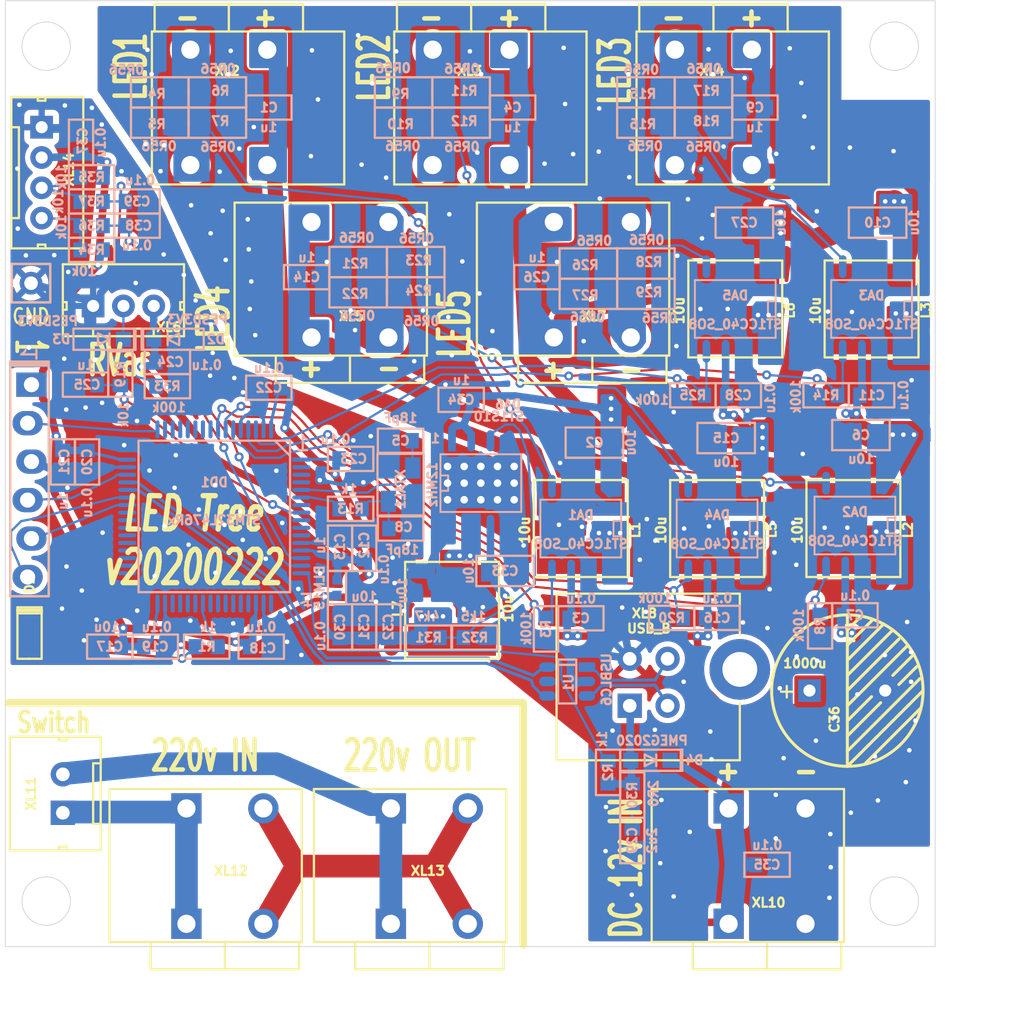
<source format=kicad_pcb>
(kicad_pcb (version 20200104) (host pcbnew "(5.99.0-820-g4f8293938)")
  (layers (0 "F.Cu" signal) (31 "B.Cu" signal) (36 "B.SilkS" user) (37 "F.SilkS" user) (38 "B.Mask" user hide) (39 "F.Mask" user hide) (44 "Edge.Cuts" user))
  (net 0 "")
  (net 1 "GNDPWR")
  (net 2 "PwrUnst")
  (net 3 "GND")
  (net 4 "Net-(C5-Pad1)")
  (net 5 "Net-(C8-Pad1)")
  (net 6 "/VDDA")
  (net 7 "+3v3")
  (net 8 "/Resistor")
  (net 9 "Net-(C29-Pad1)")
  (net 10 "Net-(D1-PadA)")
  (net 11 "Net-(D3-PadC)")
  (net 12 "/5V_USB")
  (net 13 "/LED_CTRL1")
  (net 14 "/LED_CTRL2")
  (net 15 "/LED_CTRL3")
  (net 16 "/LED_CTRL4")
  (net 17 "/LED_CTRL5")
  (net 18 "Net-(DA6-Pad3)")
  (net 19 "/SWCLK")
  (net 20 "/SWDIO")
  (net 21 "/USB_D+")
  (net 22 "/USB_D-")
  (net 23 "/UART_RX")
  (net 24 "/UART_TX")
  (net 25 "Net-(DD1-Pad26)")
  (net 26 "Net-(DD1-Pad16)")
  (net 27 "Net-(DD1-Pad6)")
  (net 28 "/DIN+")
  (net 29 "/DIN-")
  (net 30 "/HV2")
  (net 31 "/HV1")
  (net 32 "/HV3")
  (net 33 "/ENC_A")
  (net 34 "/ENC_B")
  (net 35 "Net-(R34-Pad2)")
  (net 36 "Net-(R35-Pad2)")
  (net 37 "/NL1")
  (net 38 "/NL2")
  (net 39 "/NL3")
  (net 40 "/NL4")
  (net 41 "/NL5")
  (net 42 "/NL7")
  (net 43 "/FB1")
  (net 44 "/FB2")
  (net 45 "/FB3")
  (net 46 "/FB4")
  (net 47 "/FB5")
  (net 48 "/LD1")
  (net 49 "/LD2")
  (net 50 "/LD3")
  (net 51 "/LD4")
  (net 52 "/LD5")
  (module "PCB:FuseShorted" (layer "B.Cu") (at 145.8 98.8 180)
    (fp_text reference "F1" hide)
    (fp_text value "Fuse0R" hide)
    (fp_line (start -0.1 0) (end 0.1 0) (layer "B.Cu") (width 1))
    (pad "1" smd rect (at -0.5 0 180) (size 0.8 1) (layers "B.Cu") (net 1 "GNDPWR"))
    (pad "2" smd rect (at 0.5 0 180) (size 0.8 1) (layers "B.Cu") (net 3 "GND"))
  )
  (module "Connectors:WB-03(MW-3M)" (layer "F.Cu") (at 126.1 81.3)
    (fp_text reference "XL6" (at 3 1.4) (layer "F.SilkS") (effects (font (size 0.6 0.6))))
    (fp_text value "CONN_3" hide)
    (pad "3" thru_hole circle (at 2 0) (size 1.5 1.5) (drill 0.8) (layers *.Cu *.Mask) (net 6 "/VDDA"))
    (pad "2" thru_hole circle (at 0 0) (size 1.5 1.5) (drill 0.8) (layers *.Cu *.Mask) (net 11 "Net-(D3-PadC)"))
    (pad "1" thru_hole rect (at -2 0) (size 1.5 1.5) (drill 0.8) (layers *.Cu *.Mask) (net 3 "GND") (thermal_gap 0.4))
  )
  (module "Connectors:USB_B_Vertical_1JF" (layer "F.Cu") (at 166.8 105.3 180)
    (fp_text reference "XL8" (at 6.3 3.7) (layer "F.SilkS") (effects (font (size 0.6 0.6))))
    (fp_text value "USB_B" (at 6 2.7) (layer "F.SilkS") (effects (font (size 0.6 0.6))))
    (pad "4" thru_hole circle (at 7.27 0.7 180) (size 1.6 1.6) (drill 0.9) (layers *.Cu *.Mask) (net 1 "GNDPWR") (thermal_gap 0.5))
    (pad "3" thru_hole circle (at 4.77 0.7 180) (size 1.6 1.6) (drill 0.9) (layers *.Cu *.Mask) (net 28 "/DIN+"))
    (pad "2" thru_hole circle (at 4.77 -2.4 180) (size 1.6 1.6) (drill 0.9) (layers *.Cu *.Mask) (net 29 "/DIN-"))
    (pad "1" thru_hole rect (at 7.27 -2.4 180) (size 1.6 1.6) (drill 0.9) (layers *.Cu *.Mask) (net 12 "/5V_USB"))
    (pad "SHLD" thru_hole circle (at 0 0 180) (size 4 4) (drill 2.3) (layers *.Cu *.Mask))
  )
  (module "Inductors:SDR0604" (layer "F.Cu") (at 147.8 101.4 90)
    (fp_text reference "L7" (at 0.1 -3.6 90) (layer "F.SilkS") (effects (font (size 0.59944 0.59944) (thickness 0.14986))))
    (fp_text value "10u" (at 0.1 3.7 90) (layer "F.SilkS") (effects (font (size 0.635 0.635) (thickness 0.16002))))
    (pad "2" smd rect (at 1.92532 0 90) (size 2.14884 5.79882) (layers "F.Cu" "F.Paste" "F.Mask") (net 42 "/NL7"))
    (pad "1" smd rect (at -1.92532 0 90) (size 2.14884 5.79882) (layers "F.Cu" "F.Paste" "F.Mask") (net 7 "+3v3"))
  )
  (module "Inductors:SDR0604" (layer "F.Cu") (at 166.5 81.5 -90)
    (fp_text reference "L6" (at 0.1 -3.6 90) (layer "F.SilkS") (effects (font (size 0.59944 0.59944) (thickness 0.14986))))
    (fp_text value "10u" (at 0.1 3.7 90) (layer "F.SilkS") (effects (font (size 0.635 0.635) (thickness 0.16002))))
    (pad "2" smd rect (at 1.92532 0 270) (size 2.14884 5.79882) (layers "F.Cu" "F.Paste" "F.Mask") (net 41 "/NL5"))
    (pad "1" smd rect (at -1.92532 0 270) (size 2.14884 5.79882) (layers "F.Cu" "F.Paste" "F.Mask") (net 52 "/LD5"))
  )
  (module "Inductors:SDR0604" (layer "F.Cu") (at 165.3 96 -90)
    (fp_text reference "L5" (at 0.1 -3.6 90) (layer "F.SilkS") (effects (font (size 0.59944 0.59944) (thickness 0.14986))))
    (fp_text value "10u" (at 0.1 3.7 90) (layer "F.SilkS") (effects (font (size 0.635 0.635) (thickness 0.16002))))
    (pad "2" smd rect (at 1.92532 0 270) (size 2.14884 5.79882) (layers "F.Cu" "F.Paste" "F.Mask") (net 40 "/NL4"))
    (pad "1" smd rect (at -1.92532 0 270) (size 2.14884 5.79882) (layers "F.Cu" "F.Paste" "F.Mask") (net 51 "/LD4"))
  )
  (module "Inductors:SDR0604" (layer "F.Cu") (at 175.5 81.5 -90)
    (fp_text reference "L3" (at 0.1 -3.6 90) (layer "F.SilkS") (effects (font (size 0.59944 0.59944) (thickness 0.14986))))
    (fp_text value "10u" (at 0.1 3.7 90) (layer "F.SilkS") (effects (font (size 0.635 0.635) (thickness 0.16002))))
    (pad "2" smd rect (at 1.92532 0 270) (size 2.14884 5.79882) (layers "F.Cu" "F.Paste" "F.Mask") (net 39 "/NL3"))
    (pad "1" smd rect (at -1.92532 0 270) (size 2.14884 5.79882) (layers "F.Cu" "F.Paste" "F.Mask") (net 50 "/LD3"))
  )
  (module "Inductors:SDR0604" (layer "F.Cu") (at 174.3 96 -90)
    (fp_text reference "L2" (at 0.1 -3.6 90) (layer "F.SilkS") (effects (font (size 0.59944 0.59944) (thickness 0.14986))))
    (fp_text value "10u" (at 0.1 3.7 90) (layer "F.SilkS") (effects (font (size 0.635 0.635) (thickness 0.16002))))
    (pad "2" smd rect (at 1.92532 0 270) (size 2.14884 5.79882) (layers "F.Cu" "F.Paste" "F.Mask") (net 38 "/NL2"))
    (pad "1" smd rect (at -1.92532 0 270) (size 2.14884 5.79882) (layers "F.Cu" "F.Paste" "F.Mask") (net 49 "/LD2"))
  )
  (module "Inductors:SDR0604" (layer "F.Cu") (at 156.3 96 -90)
    (fp_text reference "L1" (at 0.1 -3.6 90) (layer "F.SilkS") (effects (font (size 0.59944 0.59944) (thickness 0.14986))))
    (fp_text value "10u" (at 0.1 3.7 90) (layer "F.SilkS") (effects (font (size 0.635 0.635) (thickness 0.16002))))
    (pad "2" smd rect (at 1.92532 0 270) (size 2.14884 5.79882) (layers "F.Cu" "F.Paste" "F.Mask") (net 37 "/NL1"))
    (pad "1" smd rect (at -1.92532 0 270) (size 2.14884 5.79882) (layers "F.Cu" "F.Paste" "F.Mask") (net 48 "/LD1"))
  )
  (module "Connectors:WB-04(MW-4M)" (layer "F.Cu") (at 120.7 72.5 -90)
    (fp_text reference "XL14" (at -0.2 -1.8 90) (layer "F.SilkS") (effects (font (size 0.6 0.6))))
    (fp_text value "CONN_4" hide)
    (pad "4" thru_hole circle (at 3 0 270) (size 1.5 1.5) (drill 0.8) (layers *.Cu *.Mask) (net 35 "Net-(R34-Pad2)"))
    (pad "3" thru_hole circle (at 1 0 270) (size 1.5 1.5) (drill 0.8) (layers *.Cu *.Mask) (net 36 "Net-(R35-Pad2)"))
    (pad "2" thru_hole circle (at -1 0 270) (size 1.5 1.5) (drill 0.8) (layers *.Cu *.Mask) (net 7 "+3v3"))
    (pad "1" thru_hole rect (at -3 0 270) (size 1.5 1.5) (drill 0.8) (layers *.Cu *.Mask) (net 3 "GND") (thermal_gap 0.4))
  )
  (module "Resistors:RES_0603" (layer "B.Cu") (at 124 74.4 180)
    (fp_text reference "R37" (at 0 0) (layer "B.SilkS") (effects (font (size 0.6 0.6)) (justify mirror)))
    (fp_text value "10k" (at 2.2 0 90) (layer "B.SilkS") (effects (font (size 0.6 0.6)) (justify mirror)))
    (pad "1" smd rect (at -0.75 0 180) (size 0.9 1) (layers "B.Cu" "B.Paste" "B.Mask") (net 34 "/ENC_B"))
    (pad "2" smd rect (at 0.75 0 180) (size 0.9 1) (layers "B.Cu" "B.Paste" "B.Mask") (net 36 "Net-(R35-Pad2)"))
  )
  (module "Resistors:RES_0603" (layer "B.Cu") (at 124 76 180)
    (fp_text reference "R36" (at 0 0) (layer "B.SilkS") (effects (font (size 0.6 0.6)) (justify mirror)))
    (fp_text value "10k" (at 2 -0.1 90) (layer "B.SilkS") (effects (font (size 0.6 0.6)) (justify mirror)))
    (pad "1" smd rect (at -0.75 0 180) (size 0.9 1) (layers "B.Cu" "B.Paste" "B.Mask") (net 33 "/ENC_A"))
    (pad "2" smd rect (at 0.75 0 180) (size 0.9 1) (layers "B.Cu" "B.Paste" "B.Mask") (net 35 "Net-(R34-Pad2)"))
  )
  (module "Resistors:RES_0603" (layer "B.Cu") (at 124 72.8 180)
    (fp_text reference "R35" (at 0 0) (layer "B.SilkS") (effects (font (size 0.6 0.6)) (justify mirror)))
    (fp_text value "10k" (at 2 0 90) (layer "B.SilkS") (effects (font (size 0.6 0.6)) (justify mirror)))
    (pad "1" smd rect (at -0.75 0 180) (size 0.9 1) (layers "B.Cu" "B.Paste" "B.Mask") (net 7 "+3v3"))
    (pad "2" smd rect (at 0.75 0 180) (size 0.9 1) (layers "B.Cu" "B.Paste" "B.Mask") (net 36 "Net-(R35-Pad2)"))
  )
  (module "Resistors:RES_0603" (layer "B.Cu") (at 124 77.6 180)
    (fp_text reference "R34" (at 0 0) (layer "B.SilkS") (effects (font (size 0.6 0.6)) (justify mirror)))
    (fp_text value "10k" (at 0.5 -1.4) (layer "B.SilkS") (effects (font (size 0.6 0.6)) (justify mirror)))
    (pad "1" smd rect (at -0.75 0 180) (size 0.9 1) (layers "B.Cu" "B.Paste" "B.Mask") (net 7 "+3v3"))
    (pad "2" smd rect (at 0.75 0 180) (size 0.9 1) (layers "B.Cu" "B.Paste" "B.Mask") (net 35 "Net-(R34-Pad2)"))
  )
  (module "Capacitors:CAP_0603" (layer "B.Cu") (at 127 74.4 180)
    (fp_text reference "C39" (at 0 0) (layer "B.SilkS") (effects (font (size 0.6 0.6)) (justify mirror)))
    (fp_text value "0.1u" (at -0.2 1.4) (layer "B.SilkS") (effects (font (size 0.6 0.6)) (justify mirror)))
    (pad "2" smd rect (at 0.762 0 180) (size 0.889 1.016) (layers "B.Cu" "B.Paste" "B.Mask") (net 34 "/ENC_B"))
    (pad "1" smd rect (at -0.762 0 180) (size 0.889 1.016) (layers "B.Cu" "B.Paste" "B.Mask") (net 3 "GND"))
  )
  (module "Capacitors:CAP_0603" (layer "B.Cu") (at 127 76 180)
    (fp_text reference "C38" (at -0.1 0) (layer "B.SilkS") (effects (font (size 0.6 0.6)) (justify mirror)))
    (fp_text value "0.1u" (at 0.011396 -1.303049) (layer "B.SilkS") (effects (font (size 0.6 0.6)) (justify mirror)))
    (pad "2" smd rect (at 0.762 0 180) (size 0.889 1.016) (layers "B.Cu" "B.Paste" "B.Mask") (net 33 "/ENC_A"))
    (pad "1" smd rect (at -0.762 0 180) (size 0.889 1.016) (layers "B.Cu" "B.Paste" "B.Mask") (net 3 "GND"))
  )
  (module "Capacitors:CAP_0603" (layer "B.Cu") (at 123.3 70.5 -90)
    (fp_text reference "C37" (at -0.1 -0.1 90) (layer "B.SilkS") (effects (font (size 0.6 0.6)) (justify mirror)))
    (fp_text value "0.1u" (at 0.011396 -1.303049 90) (layer "B.SilkS") (effects (font (size 0.6 0.6)) (justify mirror)))
    (pad "2" smd rect (at 0.762 0 270) (size 0.889 1.016) (layers "B.Cu" "B.Paste" "B.Mask") (net 7 "+3v3"))
    (pad "1" smd rect (at -0.762 0 270) (size 0.889 1.016) (layers "B.Cu" "B.Paste" "B.Mask") (net 3 "GND"))
  )
  (module "Resistors:RES_0603" (layer "B.Cu") (at 129 86.6)
    (fp_text reference "R33" (at 0 0) (layer "B.SilkS") (effects (font (size 0.6 0.6)) (justify mirror)))
    (fp_text value "100k" (at 0.1 1.4) (layer "B.SilkS") (effects (font (size 0.6 0.6)) (justify mirror)))
    (pad "1" smd rect (at -0.75 0) (size 0.9 1) (layers "B.Cu" "B.Paste" "B.Mask") (net 11 "Net-(D3-PadC)"))
    (pad "2" smd rect (at 0.75 0) (size 0.9 1) (layers "B.Cu" "B.Paste" "B.Mask") (net 3 "GND"))
  )
  (module "Capacitors:CAP_0603_Silks" (layer "B.Cu") (at 143.6 102.5 -90)
    (fp_text reference "C32" (at 0 0 90) (layer "B.SilkS") (effects (font (size 0.6 0.6)) (justify mirror)))
    (fp_text value "10u" (at -2.4 -0.9 90) (layer "B.SilkS") (effects (font (size 0.6 0.6)) (justify mirror)))
    (pad "2" smd rect (at 0.762 0 270) (size 0.889 1.016) (layers "B.Cu" "B.Paste" "B.Mask") (net 7 "+3v3"))
    (pad "1" smd rect (at -0.762 0 270) (size 0.889 1.016) (layers "B.Cu" "B.Paste" "B.Mask") (net 3 "GND"))
  )
  (module "Capacitors:CAP_0603_Silks" (layer "B.Cu") (at 142 102.5 -90)
    (fp_text reference "C31" (at 0 0 90) (layer "B.SilkS") (effects (font (size 0.6 0.6)) (justify mirror)))
    (fp_text value "10u" (at -2 0 180) (layer "B.SilkS") (effects (font (size 0.6 0.6)) (justify mirror)))
    (pad "2" smd rect (at 0.762 0 270) (size 0.889 1.016) (layers "B.Cu" "B.Paste" "B.Mask") (net 7 "+3v3"))
    (pad "1" smd rect (at -0.762 0 270) (size 0.889 1.016) (layers "B.Cu" "B.Paste" "B.Mask") (net 3 "GND"))
  )
  (module "Quartz:03225C4" (layer "B.Cu") (at 144.4 93.1 -90)
    (fp_text reference "XTAL1" (at 0.3 0 90) (layer "B.SilkS") (effects (font (size 0.59944 0.59944) (thickness 0.14986)) (justify mirror)))
    (fp_text value "12MHz" (at 0 -2.1 90) (layer "B.SilkS") (effects (font (size 0.59944 0.59944) (thickness 0.14986)) (justify mirror)))
    (pad "1" smd rect (at -1.1 -0.8 270) (size 1.4 1) (layers "B.Cu" "B.Paste" "B.Mask") (net 4 "Net-(C5-Pad1)"))
    (pad "H" smd rect (at 1.1 -0.8 270) (size 1.4 1) (layers "B.Cu" "B.Paste" "B.Mask") (net 3 "GND"))
    (pad "2" smd rect (at 1.1 0.8 270) (size 1.4 1) (layers "B.Cu" "B.Paste" "B.Mask") (net 5 "Net-(C8-Pad1)"))
    (pad "H" smd rect (at -1.1 0.8 270) (size 1.4 1) (layers "B.Cu" "B.Paste" "B.Mask") (net 3 "GND"))
  )
  (module "Connectors:XY122V-2" (layer "F.Cu") (at 146.3 122.1)
    (fp_text reference "XL13" (at -0.1 -3.5) (layer "F.SilkS") (effects (font (size 0.6 0.6))))
    (fp_text value "CONN_2" hide)
    (pad "1" thru_hole rect (at -2.54 -7.62) (size 2 2) (drill 1.2) (layers *.Cu *.Mask) (net 30 "/HV2"))
    (pad "2" thru_hole circle (at 2.54 -7.62) (size 2 2) (drill 1.2) (layers *.Cu *.Mask) (net 32 "/HV3"))
    (pad "2" thru_hole circle (at 2.54 0) (size 2 2) (drill 1.2) (layers *.Cu *.Mask) (net 32 "/HV3"))
    (pad "1" thru_hole rect (at -2.54 0) (size 2 2) (drill 1.2) (layers *.Cu *.Mask) (net 30 "/HV2"))
  )
  (module "Connectors:XY122V-2" (layer "F.Cu") (at 132.8 122.1)
    (fp_text reference "XL12" (at 0.4 -3.5) (layer "F.SilkS") (effects (font (size 0.6 0.6))))
    (fp_text value "CONN_2" hide)
    (pad "1" thru_hole rect (at -2.54 -7.62) (size 2 2) (drill 1.2) (layers *.Cu *.Mask) (net 31 "/HV1"))
    (pad "2" thru_hole circle (at 2.54 -7.62) (size 2 2) (drill 1.2) (layers *.Cu *.Mask) (net 32 "/HV3"))
    (pad "2" thru_hole circle (at 2.54 0) (size 2 2) (drill 1.2) (layers *.Cu *.Mask) (net 32 "/HV3"))
    (pad "1" thru_hole rect (at -2.54 0) (size 2 2) (drill 1.2) (layers *.Cu *.Mask) (net 31 "/HV1"))
  )
  (module "Connectors:W02_Pitch_2d54" (layer "F.Cu") (at 122.1 113.5 90)
    (fp_text reference "XL11" (at 0 -2.1 90) (layer "F.SilkS") (effects (font (size 0.6 0.6))))
    (fp_text value "CONN_2" hide)
    (pad "2" thru_hole circle (at 1.27 0 90) (size 1.6 1.6) (drill 0.9) (layers *.Cu *.Mask) (net 30 "/HV2"))
    (pad "1" thru_hole rect (at -1.27 0 90) (size 1.6 1.6) (drill 0.9) (layers *.Cu *.Mask) (net 31 "/HV1"))
  )
  (module "Connectors:XY122V-2" (layer "F.Cu") (at 168.6 122.1)
    (fp_text reference "XL10" (at 0.1 -1.4) (layer "F.SilkS") (effects (font (size 0.6 0.6))))
    (fp_text value "CONN_2" hide)
    (pad "1" thru_hole rect (at -2.54 -7.62) (size 2 2) (drill 1.2) (layers *.Cu *.Mask) (net 2 "PwrUnst"))
    (pad "2" thru_hole circle (at 2.54 -7.62) (size 2 2) (drill 1.2) (layers *.Cu *.Mask) (net 1 "GNDPWR"))
    (pad "2" thru_hole circle (at 2.54 0) (size 2 2) (drill 1.2) (layers *.Cu *.Mask) (net 1 "GNDPWR"))
    (pad "1" thru_hole rect (at -2.54 0) (size 2 2) (drill 1.2) (layers *.Cu *.Mask) (net 2 "PwrUnst"))
  )
  (module "Connectors:PLS-1Rnd" (layer "F.Cu") (at 120 79.8)
    (fp_text reference "XL9" hide)
    (fp_text value "CONN_1" hide)
    (pad "1" thru_hole circle (at 0 0) (size 1.5 1.5) (drill 0.9) (layers *.Cu *.Mask) (net 3 "GND") (thermal_gap 0.4))
  )
  (module "Connectors:XY122V-2" (layer "F.Cu") (at 157.06 83.38)
    (fp_text reference "XL7" (at 0.1 -1.4) (layer "F.SilkS") (effects (font (size 0.6 0.6))))
    (fp_text value "CONN_2" hide)
    (pad "1" thru_hole rect (at -2.54 -7.62) (size 2 2) (drill 1.2) (layers *.Cu *.Mask) (net 52 "/LD5"))
    (pad "2" thru_hole circle (at 2.54 -7.62) (size 2 2) (drill 1.2) (layers *.Cu *.Mask) (net 47 "/FB5"))
    (pad "2" thru_hole circle (at 2.54 0) (size 2 2) (drill 1.2) (layers *.Cu *.Mask) (net 47 "/FB5"))
    (pad "1" thru_hole rect (at -2.54 0) (size 2 2) (drill 1.2) (layers *.Cu *.Mask) (net 52 "/LD5"))
  )
  (module "Connectors:XY122V-2" (layer "F.Cu") (at 141.06 83.38)
    (fp_text reference "XL5" (at 0.1 -1.4) (layer "F.SilkS") (effects (font (size 0.6 0.6))))
    (fp_text value "CONN_2" hide)
    (pad "1" thru_hole rect (at -2.54 -7.62) (size 2 2) (drill 1.2) (layers *.Cu *.Mask) (net 51 "/LD4"))
    (pad "2" thru_hole circle (at 2.54 -7.62) (size 2 2) (drill 1.2) (layers *.Cu *.Mask) (net 46 "/FB4"))
    (pad "2" thru_hole circle (at 2.54 0) (size 2 2) (drill 1.2) (layers *.Cu *.Mask) (net 46 "/FB4"))
    (pad "1" thru_hole rect (at -2.54 0) (size 2 2) (drill 1.2) (layers *.Cu *.Mask) (net 51 "/LD4"))
  )
  (module "Connectors:XY122V-2" (layer "F.Cu") (at 165.06 64.38 180)
    (fp_text reference "XL4" (at 0.1 -1.4) (layer "F.SilkS") (effects (font (size 0.6 0.6))))
    (fp_text value "CONN_2" hide)
    (pad "1" thru_hole rect (at -2.54 -7.62 180) (size 2 2) (drill 1.2) (layers *.Cu *.Mask) (net 50 "/LD3"))
    (pad "2" thru_hole circle (at 2.54 -7.62 180) (size 2 2) (drill 1.2) (layers *.Cu *.Mask) (net 45 "/FB3"))
    (pad "2" thru_hole circle (at 2.54 0 180) (size 2 2) (drill 1.2) (layers *.Cu *.Mask) (net 45 "/FB3"))
    (pad "1" thru_hole rect (at -2.54 0 180) (size 2 2) (drill 1.2) (layers *.Cu *.Mask) (net 50 "/LD3"))
  )
  (module "Connectors:XY122V-2" (layer "F.Cu") (at 149.06 64.38 180)
    (fp_text reference "XL3" (at 0.1 -1.4) (layer "F.SilkS") (effects (font (size 0.6 0.6))))
    (fp_text value "CONN_2" hide)
    (pad "1" thru_hole rect (at -2.54 -7.62 180) (size 2 2) (drill 1.2) (layers *.Cu *.Mask) (net 49 "/LD2"))
    (pad "2" thru_hole circle (at 2.54 -7.62 180) (size 2 2) (drill 1.2) (layers *.Cu *.Mask) (net 44 "/FB2"))
    (pad "2" thru_hole circle (at 2.54 0 180) (size 2 2) (drill 1.2) (layers *.Cu *.Mask) (net 44 "/FB2"))
    (pad "1" thru_hole rect (at -2.54 0 180) (size 2 2) (drill 1.2) (layers *.Cu *.Mask) (net 49 "/LD2"))
  )
  (module "Connectors:XY122V-2" (layer "F.Cu") (at 133.06 64.38 180)
    (fp_text reference "XL2" (at 0.1 -1.4) (layer "F.SilkS") (effects (font (size 0.6 0.6))))
    (fp_text value "CONN_2" hide)
    (pad "1" thru_hole rect (at -2.54 -7.62 180) (size 2 2) (drill 1.2) (layers *.Cu *.Mask) (net 48 "/LD1"))
    (pad "2" thru_hole circle (at 2.54 -7.62 180) (size 2 2) (drill 1.2) (layers *.Cu *.Mask) (net 43 "/FB1"))
    (pad "2" thru_hole circle (at 2.54 0 180) (size 2 2) (drill 1.2) (layers *.Cu *.Mask) (net 43 "/FB1"))
    (pad "1" thru_hole rect (at -2.54 0 180) (size 2 2) (drill 1.2) (layers *.Cu *.Mask) (net 48 "/LD1"))
  )
  (module "Connectors:PLS-6_LOCK" (layer "B.Cu") (at 119.9 86.5 -90)
    (fp_text reference "XL1" hide)
    (fp_text value "CONN_6" hide)
    (fp_text user "1" (at -2 0 -270) (layer "B.SilkS") (effects (justify mirror)))
    (pad "1" thru_hole rect (at 0 -0.127 270) (size 1.6 2) (drill 1) (layers *.Cu *.Mask) (net 7 "+3v3"))
    (pad "2" thru_hole oval (at 2.54 0.127 270) (size 1.6 2) (drill 1) (layers *.Cu *.Mask) (net 19 "/SWCLK"))
    (pad "3" thru_hole oval (at 5.08 -0.127 270) (size 1.6 2) (drill 1) (layers *.Cu *.Mask) (net 3 "GND") (thermal_gap 0.4))
    (pad "4" thru_hole oval (at 7.62 0.127 270) (size 1.6 2) (drill 1) (layers *.Cu *.Mask) (net 20 "/SWDIO"))
    (pad "5" thru_hole oval (at 10.16 -0.127 270) (size 1.6 2) (drill 1) (layers *.Cu *.Mask) (net 24 "/UART_TX"))
    (pad "6" thru_hole oval (at 12.7 0.127 270) (size 1.6 2) (drill 1) (layers *.Cu *.Mask) (net 23 "/UART_RX"))
  )
  (module "SOT:SOT23-6" (layer "B.Cu") (at 155.4 106.1 -90)
    (fp_text reference "U1" (at 0.1 -0.1 90) (layer "B.SilkS") (effects (font (size 0.6 0.6)) (justify mirror)))
    (fp_text value "USBLC6" (at -0.127 -2.6 90) (layer "B.SilkS") (effects (font (size 0.6 0.6)) (justify mirror)))
    (pad "6" smd oval (at -0.94996 1.30048 270) (size 0.635 1.09982) (layers "B.Cu" "B.Paste" "B.Mask") (net 21 "/USB_D+"))
    (pad "5" smd oval (at 0 1.30048 270) (size 0.635 1.09982) (layers "B.Cu" "B.Paste" "B.Mask"))
    (pad "4" smd oval (at 0.94996 1.30048 270) (size 0.635 1.09982) (layers "B.Cu" "B.Paste" "B.Mask") (net 22 "/USB_D-"))
    (pad "3" smd oval (at 0.94996 -1.30048 270) (size 0.635 1.09982) (layers "B.Cu" "B.Paste" "B.Mask") (net 29 "/DIN-"))
    (pad "2" smd oval (at 0 -1.30048 270) (size 0.635 1.09982) (layers "B.Cu" "B.Paste" "B.Mask") (net 1 "GNDPWR"))
    (pad "1" smd rect (at -0.94996 -1.30048 270) (size 0.635 1.09982) (layers "B.Cu" "B.Paste" "B.Mask") (net 28 "/DIN+"))
  )
  (module "PCB:TESTPOINT_1MM" (layer "F.Cu") (at 158 122)
    (fp_text reference "TP10" hide)
    (fp_text value "TESTPOINT" hide)
    (pad "1" smd circle (at 0 0) (size 1 1) (layers "F.Cu" "F.Mask") (net 2 "PwrUnst"))
  )
  (module "PCB:TESTPOINT_1MM" (layer "F.Cu") (at 143.8 103.9)
    (fp_text reference "TP9" hide)
    (fp_text value "TESTPOINT" hide)
    (pad "1" smd circle (at 0 0) (size 1 1) (layers "F.Cu" "F.Mask") (net 7 "+3v3"))
  )
  (module "PCB:TESTPOINT_1MM" (layer "F.Cu") (at 125.9 88.4)
    (fp_text reference "TP7" hide)
    (fp_text value "TESTPOINT" hide)
    (pad "1" smd circle (at 0 0) (size 1 1) (layers "F.Cu" "F.Mask") (net 8 "/Resistor"))
  )
  (module "PCB:TESTPOINT_1MM" (layer "F.Cu") (at 141.4 99.5)
    (fp_text reference "TP6" hide)
    (fp_text value "TESTPOINT" hide)
    (pad "1" smd circle (at 0 0) (size 1 1) (layers "F.Cu" "F.Mask") (net 6 "/VDDA"))
  )
  (module "PCB:TESTPOINT_1MM" (layer "F.Cu") (at 162.7 87.2)
    (fp_text reference "TP5" hide)
    (fp_text value "TESTPOINT" hide)
    (pad "1" smd circle (at 0 0) (size 1 1) (layers "F.Cu" "F.Mask") (net 17 "/LED_CTRL5"))
  )
  (module "PCB:TESTPOINT_1MM" (layer "F.Cu") (at 161.3 99.7)
    (fp_text reference "TP4" hide)
    (fp_text value "TESTPOINT" hide)
    (pad "1" smd circle (at 0 0) (size 1 1) (layers "F.Cu" "F.Mask") (net 16 "/LED_CTRL4"))
  )
  (module "PCB:TESTPOINT_1MM" (layer "F.Cu") (at 171.5 87.1)
    (fp_text reference "TP3" hide)
    (fp_text value "TESTPOINT" hide)
    (pad "1" smd circle (at 0 0) (size 1 1) (layers "F.Cu" "F.Mask") (net 15 "/LED_CTRL3"))
  )
  (module "PCB:TESTPOINT_1MM" (layer "F.Cu") (at 170.1 101.5)
    (fp_text reference "TP2" hide)
    (fp_text value "TESTPOINT" hide)
    (pad "1" smd circle (at 0 0) (size 1 1) (layers "F.Cu" "F.Mask") (net 14 "/LED_CTRL2"))
  )
  (module "PCB:TESTPOINT_1MM" (layer "F.Cu") (at 152.7 101.9)
    (fp_text reference "TP1" hide)
    (fp_text value "TESTPOINT" hide)
    (pad "1" smd circle (at 0 0) (size 1 1) (layers "F.Cu" "F.Mask") (net 13 "/LED_CTRL1"))
  )
  (module "Resistors:RES_0603" (layer "B.Cu") (at 149.3 103.2)
    (fp_text reference "R32" (at 0 0) (layer "B.SilkS") (effects (font (size 0.6 0.6)) (justify mirror)))
    (fp_text value "1k5" (at -0.1 -1.4) (layer "B.SilkS") (effects (font (size 0.6 0.6)) (justify mirror)))
    (pad "1" smd rect (at -0.75 0) (size 0.9 1) (layers "B.Cu" "B.Paste" "B.Mask") (net 18 "Net-(DA6-Pad3)"))
    (pad "2" smd rect (at 0.75 0) (size 0.9 1) (layers "B.Cu" "B.Paste" "B.Mask") (net 1 "GNDPWR"))
  )
  (module "Resistors:RES_0603" (layer "B.Cu") (at 146.25 103.2)
    (fp_text reference "R31" (at 0 0) (layer "B.SilkS") (effects (font (size 0.6 0.6)) (justify mirror)))
    (fp_text value "4k7" (at -0.1 -1.4) (layer "B.SilkS") (effects (font (size 0.6 0.6)) (justify mirror)))
    (pad "1" smd rect (at -0.75 0) (size 0.9 1) (layers "B.Cu" "B.Paste" "B.Mask") (net 7 "+3v3"))
    (pad "2" smd rect (at 0.75 0) (size 0.9 1) (layers "B.Cu" "B.Paste" "B.Mask") (net 18 "Net-(DA6-Pad3)"))
  )
  (module "Resistors:RES_0603" (layer "B.Cu") (at 159.7 113.6 -90)
    (fp_text reference "R30" (at 0 0 90) (layer "B.SilkS") (effects (font (size 0.6 0.6)) (justify mirror)))
    (fp_text value "2R0" (at -0.1 -1.4 90) (layer "B.SilkS") (effects (font (size 0.6 0.6)) (justify mirror)))
    (pad "1" smd rect (at -0.75 0 270) (size 0.9 1) (layers "B.Cu" "B.Paste" "B.Mask") (net 12 "/5V_USB"))
    (pad "2" smd rect (at 0.75 0 270) (size 0.9 1) (layers "B.Cu" "B.Paste" "B.Mask") (net 9 "Net-(C29-Pad1)"))
  )
  (module "Resistors:RES_0805" (layer "B.Cu") (at 160.6 80.5)
    (fp_text reference "R29" (at 0.2 -0.1) (layer "B.SilkS") (effects (font (size 0.6 0.6)) (justify mirror)))
    (fp_text value "0R56" (at 0.9 1.6) (layer "B.SilkS") (effects (font (size 0.6 0.6)) (justify mirror)))
    (pad "2" smd rect (at 1 0) (size 1.14 1.4) (layers "B.Cu" "B.Paste" "B.Mask") (net 1 "GNDPWR"))
    (pad "1" smd rect (at -1 0) (size 1.14 1.4) (layers "B.Cu" "B.Paste" "B.Mask") (net 47 "/FB5"))
  )
  (module "Resistors:RES_0805" (layer "B.Cu") (at 160.6 78.5)
    (fp_text reference "R28" (at 0.2 -0.1) (layer "B.SilkS") (effects (font (size 0.6 0.6)) (justify mirror)))
    (fp_text value "0R56" (at 0.05 -1.55) (layer "B.SilkS") (effects (font (size 0.6 0.6)) (justify mirror)))
    (pad "2" smd rect (at 1 0) (size 1.14 1.4) (layers "B.Cu" "B.Paste" "B.Mask") (net 1 "GNDPWR"))
    (pad "1" smd rect (at -1 0) (size 1.14 1.4) (layers "B.Cu" "B.Paste" "B.Mask") (net 47 "/FB5"))
  )
  (module "Resistors:RES_0805" (layer "B.Cu") (at 156.8 80.5 180)
    (fp_text reference "R27" (at 0.2 -0.1) (layer "B.SilkS") (effects (font (size 0.6 0.6)) (justify mirror)))
    (fp_text value "0R56" (at 0.05 -1.55) (layer "B.SilkS") (effects (font (size 0.6 0.6)) (justify mirror)))
    (pad "2" smd rect (at 1 0 180) (size 1.14 1.4) (layers "B.Cu" "B.Paste" "B.Mask") (net 1 "GNDPWR"))
    (pad "1" smd rect (at -1 0 180) (size 1.14 1.4) (layers "B.Cu" "B.Paste" "B.Mask") (net 47 "/FB5"))
  )
  (module "Resistors:RES_0805" (layer "B.Cu") (at 156.8 78.5 180)
    (fp_text reference "R26" (at 0.2 -0.1) (layer "B.SilkS") (effects (font (size 0.6 0.6)) (justify mirror)))
    (fp_text value "0R56" (at -0.4 1.5) (layer "B.SilkS") (effects (font (size 0.6 0.6)) (justify mirror)))
    (pad "2" smd rect (at 1 0 180) (size 1.14 1.4) (layers "B.Cu" "B.Paste" "B.Mask") (net 1 "GNDPWR"))
    (pad "1" smd rect (at -1 0 180) (size 1.14 1.4) (layers "B.Cu" "B.Paste" "B.Mask") (net 47 "/FB5"))
  )
  (module "Resistors:RES_0603" (layer "B.Cu") (at 163.7 87.2 180)
    (fp_text reference "R25" (at 0 0) (layer "B.SilkS") (effects (font (size 0.6 0.6)) (justify mirror)))
    (fp_text value "100k" (at 2.7 -0.3) (layer "B.SilkS") (effects (font (size 0.6 0.6)) (justify mirror)))
    (pad "1" smd rect (at -0.75 0 180) (size 0.9 1) (layers "B.Cu" "B.Paste" "B.Mask") (net 17 "/LED_CTRL5"))
    (pad "2" smd rect (at 0.75 0 180) (size 0.9 1) (layers "B.Cu" "B.Paste" "B.Mask") (net 1 "GNDPWR"))
  )
  (module "Resistors:RES_0805" (layer "B.Cu") (at 145.4 80.4)
    (fp_text reference "R24" (at 0.2 -0.1) (layer "B.SilkS") (effects (font (size 0.6 0.6)) (justify mirror)))
    (fp_text value "0R56" (at 0.4 1.9) (layer "B.SilkS") (effects (font (size 0.6 0.6)) (justify mirror)))
    (pad "2" smd rect (at 1 0) (size 1.14 1.4) (layers "B.Cu" "B.Paste" "B.Mask") (net 1 "GNDPWR"))
    (pad "1" smd rect (at -1 0) (size 1.14 1.4) (layers "B.Cu" "B.Paste" "B.Mask") (net 46 "/FB4"))
  )
  (module "Resistors:RES_0805" (layer "B.Cu") (at 145.4 78.4)
    (fp_text reference "R23" (at 0.2 -0.1) (layer "B.SilkS") (effects (font (size 0.6 0.6)) (justify mirror)))
    (fp_text value "0R56" (at 0.05 -1.55) (layer "B.SilkS") (effects (font (size 0.6 0.6)) (justify mirror)))
    (pad "2" smd rect (at 1 0) (size 1.14 1.4) (layers "B.Cu" "B.Paste" "B.Mask") (net 1 "GNDPWR"))
    (pad "1" smd rect (at -1 0) (size 1.14 1.4) (layers "B.Cu" "B.Paste" "B.Mask") (net 46 "/FB4"))
  )
  (module "Resistors:RES_0805" (layer "B.Cu") (at 141.6 80.4 180)
    (fp_text reference "R22" (at 0.2 -0.1) (layer "B.SilkS") (effects (font (size 0.6 0.6)) (justify mirror)))
    (fp_text value "0R56" (at 0.05 -1.55) (layer "B.SilkS") (effects (font (size 0.6 0.6)) (justify mirror)))
    (pad "2" smd rect (at 1 0 180) (size 1.14 1.4) (layers "B.Cu" "B.Paste" "B.Mask") (net 1 "GNDPWR"))
    (pad "1" smd rect (at -1 0 180) (size 1.14 1.4) (layers "B.Cu" "B.Paste" "B.Mask") (net 46 "/FB4"))
  )
  (module "Resistors:RES_0805" (layer "B.Cu") (at 141.6 78.4 180)
    (fp_text reference "R21" (at 0.2 -0.1) (layer "B.SilkS") (effects (font (size 0.6 0.6)) (justify mirror)))
    (fp_text value "0R56" (at 0.1 1.6) (layer "B.SilkS") (effects (font (size 0.6 0.6)) (justify mirror)))
    (pad "2" smd rect (at 1 0 180) (size 1.14 1.4) (layers "B.Cu" "B.Paste" "B.Mask") (net 1 "GNDPWR"))
    (pad "1" smd rect (at -1 0 180) (size 1.14 1.4) (layers "B.Cu" "B.Paste" "B.Mask") (net 46 "/FB4"))
  )
  (module "Resistors:RES_0603" (layer "B.Cu") (at 162.3 101.9 180)
    (fp_text reference "R20" (at 0 0) (layer "B.SilkS") (effects (font (size 0.6 0.6)) (justify mirror)))
    (fp_text value "100k" (at 1.1 1.3) (layer "B.SilkS") (effects (font (size 0.6 0.6)) (justify mirror)))
    (pad "1" smd rect (at -0.75 0 180) (size 0.9 1) (layers "B.Cu" "B.Paste" "B.Mask") (net 16 "/LED_CTRL4"))
    (pad "2" smd rect (at 0.75 0 180) (size 0.9 1) (layers "B.Cu" "B.Paste" "B.Mask") (net 1 "GNDPWR"))
  )
  (module "Resistors:RES_0603" (layer "B.Cu") (at 125.9 85.8 -90)
    (fp_text reference "R19" (at 0 0 90) (layer "B.SilkS") (effects (font (size 0.6 0.6)) (justify mirror)))
    (fp_text value "10k" (at 2.7 -0.2 90) (layer "B.SilkS") (effects (font (size 0.6 0.6)) (justify mirror)))
    (pad "1" smd rect (at -0.75 0 270) (size 0.9 1) (layers "B.Cu" "B.Paste" "B.Mask") (net 11 "Net-(D3-PadC)"))
    (pad "2" smd rect (at 0.75 0 270) (size 0.9 1) (layers "B.Cu" "B.Paste" "B.Mask") (net 8 "/Resistor"))
  )
  (module "Resistors:RES_0805" (layer "B.Cu") (at 164.4 69.2)
    (fp_text reference "R18" (at 0.2 -0.1) (layer "B.SilkS") (effects (font (size 0.6 0.6)) (justify mirror)))
    (fp_text value "0R56" (at 0 1.6) (layer "B.SilkS") (effects (font (size 0.6 0.6)) (justify mirror)))
    (pad "2" smd rect (at 1 0) (size 1.14 1.4) (layers "B.Cu" "B.Paste" "B.Mask") (net 1 "GNDPWR"))
    (pad "1" smd rect (at -1 0) (size 1.14 1.4) (layers "B.Cu" "B.Paste" "B.Mask") (net 45 "/FB3"))
  )
  (module "Resistors:RES_0805" (layer "B.Cu") (at 164.4 67.2)
    (fp_text reference "R17" (at 0.2 -0.1) (layer "B.SilkS") (effects (font (size 0.6 0.6)) (justify mirror)))
    (fp_text value "0R56" (at 0.05 -1.55) (layer "B.SilkS") (effects (font (size 0.6 0.6)) (justify mirror)))
    (pad "2" smd rect (at 1 0) (size 1.14 1.4) (layers "B.Cu" "B.Paste" "B.Mask") (net 1 "GNDPWR"))
    (pad "1" smd rect (at -1 0) (size 1.14 1.4) (layers "B.Cu" "B.Paste" "B.Mask") (net 45 "/FB3"))
  )
  (module "Resistors:RES_0805" (layer "B.Cu") (at 160.6 69.2 180)
    (fp_text reference "R16" (at 0.2 -0.1) (layer "B.SilkS") (effects (font (size 0.6 0.6)) (justify mirror)))
    (fp_text value "0R56" (at 0.05 -1.55) (layer "B.SilkS") (effects (font (size 0.6 0.6)) (justify mirror)))
    (pad "2" smd rect (at 1 0 180) (size 1.14 1.4) (layers "B.Cu" "B.Paste" "B.Mask") (net 1 "GNDPWR"))
    (pad "1" smd rect (at -1 0 180) (size 1.14 1.4) (layers "B.Cu" "B.Paste" "B.Mask") (net 45 "/FB3"))
  )
  (module "Resistors:RES_0805" (layer "B.Cu") (at 160.6 67.2 180)
    (fp_text reference "R15" (at 0.2 -0.1) (layer "B.SilkS") (effects (font (size 0.6 0.6)) (justify mirror)))
    (fp_text value "0R56" (at 0.3 1.5) (layer "B.SilkS") (effects (font (size 0.6 0.6)) (justify mirror)))
    (pad "2" smd rect (at 1 0 180) (size 1.14 1.4) (layers "B.Cu" "B.Paste" "B.Mask") (net 1 "GNDPWR"))
    (pad "1" smd rect (at -1 0 180) (size 1.14 1.4) (layers "B.Cu" "B.Paste" "B.Mask") (net 45 "/FB3"))
  )
  (module "Resistors:RES_0603" (layer "B.Cu") (at 172.5 87.2 180)
    (fp_text reference "R14" (at 0 0) (layer "B.SilkS") (effects (font (size 0.6 0.6)) (justify mirror)))
    (fp_text value "100k" (at 2 -0.1 90) (layer "B.SilkS") (effects (font (size 0.6 0.6)) (justify mirror)))
    (pad "1" smd rect (at -0.75 0 180) (size 0.9 1) (layers "B.Cu" "B.Paste" "B.Mask") (net 15 "/LED_CTRL3"))
    (pad "2" smd rect (at 0.75 0 180) (size 0.9 1) (layers "B.Cu" "B.Paste" "B.Mask") (net 1 "GNDPWR"))
  )
  (module "Resistors:RES_0603" (layer "B.Cu") (at 141.1 94.7 180)
    (fp_text reference "R13" (at 0 0) (layer "B.SilkS") (effects (font (size 0.6 0.6)) (justify mirror)))
    (fp_text value "1k" (at 0.1 1.3) (layer "B.SilkS") (effects (font (size 0.6 0.6)) (justify mirror)))
    (pad "1" smd rect (at -0.75 0 180) (size 0.9 1) (layers "B.Cu" "B.Paste" "B.Mask") (net 5 "Net-(C8-Pad1)"))
    (pad "2" smd rect (at 0.75 0 180) (size 0.9 1) (layers "B.Cu" "B.Paste" "B.Mask") (net 27 "Net-(DD1-Pad6)"))
  )
  (module "Resistors:RES_0805" (layer "B.Cu") (at 148.4 69.2)
    (fp_text reference "R12" (at 0.2 -0.1) (layer "B.SilkS") (effects (font (size 0.6 0.6)) (justify mirror)))
    (fp_text value "0R56" (at 0.05 1.6) (layer "B.SilkS") (effects (font (size 0.6 0.6)) (justify mirror)))
    (pad "2" smd rect (at 1 0) (size 1.14 1.4) (layers "B.Cu" "B.Paste" "B.Mask") (net 1 "GNDPWR"))
    (pad "1" smd rect (at -1 0) (size 1.14 1.4) (layers "B.Cu" "B.Paste" "B.Mask") (net 44 "/FB2"))
  )
  (module "Resistors:RES_0805" (layer "B.Cu") (at 148.4 67.2)
    (fp_text reference "R11" (at 0.2 -0.1) (layer "B.SilkS") (effects (font (size 0.6 0.6)) (justify mirror)))
    (fp_text value "0R56" (at 0.05 -1.55) (layer "B.SilkS") (effects (font (size 0.6 0.6)) (justify mirror)))
    (pad "2" smd rect (at 1 0) (size 1.14 1.4) (layers "B.Cu" "B.Paste" "B.Mask") (net 1 "GNDPWR"))
    (pad "1" smd rect (at -1 0) (size 1.14 1.4) (layers "B.Cu" "B.Paste" "B.Mask") (net 44 "/FB2"))
  )
  (module "Resistors:RES_0805" (layer "B.Cu") (at 144.6 69.2 180)
    (fp_text reference "R10" (at 0.2 -0.1) (layer "B.SilkS") (effects (font (size 0.6 0.6)) (justify mirror)))
    (fp_text value "0R56" (at 0.05 -1.55) (layer "B.SilkS") (effects (font (size 0.6 0.6)) (justify mirror)))
    (pad "2" smd rect (at 1 0 180) (size 1.14 1.4) (layers "B.Cu" "B.Paste" "B.Mask") (net 1 "GNDPWR"))
    (pad "1" smd rect (at -1 0 180) (size 1.14 1.4) (layers "B.Cu" "B.Paste" "B.Mask") (net 44 "/FB2"))
  )
  (module "Resistors:RES_0805" (layer "B.Cu") (at 144.6 67.2 180)
    (fp_text reference "R9" (at 0.2 -0.1) (layer "B.SilkS") (effects (font (size 0.6 0.6)) (justify mirror)))
    (fp_text value "0R56" (at 0.7 1.6) (layer "B.SilkS") (effects (font (size 0.6 0.6)) (justify mirror)))
    (pad "2" smd rect (at 1 0 180) (size 1.14 1.4) (layers "B.Cu" "B.Paste" "B.Mask") (net 1 "GNDPWR"))
    (pad "1" smd rect (at -1 0 180) (size 1.14 1.4) (layers "B.Cu" "B.Paste" "B.Mask") (net 44 "/FB2"))
  )
  (module "Resistors:RES_0603" (layer "B.Cu") (at 172.1 102.425 -90)
    (fp_text reference "R8" (at 0 0 90) (layer "B.SilkS") (effects (font (size 0.6 0.6)) (justify mirror)))
    (fp_text value "100k" (at -0.025 1.4 90) (layer "B.SilkS") (effects (font (size 0.6 0.6)) (justify mirror)))
    (pad "1" smd rect (at -0.75 0 270) (size 0.9 1) (layers "B.Cu" "B.Paste" "B.Mask") (net 14 "/LED_CTRL2"))
    (pad "2" smd rect (at 0.75 0 270) (size 0.9 1) (layers "B.Cu" "B.Paste" "B.Mask") (net 1 "GNDPWR"))
  )
  (module "Resistors:RES_0805" (layer "B.Cu") (at 132.3 69.2)
    (fp_text reference "R7" (at 0.2 -0.1) (layer "B.SilkS") (effects (font (size 0.6 0.6)) (justify mirror)))
    (fp_text value "0R56" (at 0.05 1.6) (layer "B.SilkS") (effects (font (size 0.6 0.6)) (justify mirror)))
    (pad "2" smd rect (at 1 0) (size 1.14 1.4) (layers "B.Cu" "B.Paste" "B.Mask") (net 1 "GNDPWR"))
    (pad "1" smd rect (at -1 0) (size 1.14 1.4) (layers "B.Cu" "B.Paste" "B.Mask") (net 43 "/FB1"))
  )
  (module "Resistors:RES_0805" (layer "B.Cu") (at 132.3 67.2)
    (fp_text reference "R6" (at 0.2 -0.1) (layer "B.SilkS") (effects (font (size 0.6 0.6)) (justify mirror)))
    (fp_text value "0R56" (at 0.05 -1.55) (layer "B.SilkS") (effects (font (size 0.6 0.6)) (justify mirror)))
    (pad "2" smd rect (at 1 0) (size 1.14 1.4) (layers "B.Cu" "B.Paste" "B.Mask") (net 1 "GNDPWR"))
    (pad "1" smd rect (at -1 0) (size 1.14 1.4) (layers "B.Cu" "B.Paste" "B.Mask") (net 43 "/FB1"))
  )
  (module "Resistors:RES_0805" (layer "B.Cu") (at 128.5 69.2 180)
    (fp_text reference "R5" (at 0.2 -0.1) (layer "B.SilkS") (effects (font (size 0.6 0.6)) (justify mirror)))
    (fp_text value "0R56" (at 0.05 -1.55) (layer "B.SilkS") (effects (font (size 0.6 0.6)) (justify mirror)))
    (pad "2" smd rect (at 1 0 180) (size 1.14 1.4) (layers "B.Cu" "B.Paste" "B.Mask") (net 1 "GNDPWR"))
    (pad "1" smd rect (at -1 0 180) (size 1.14 1.4) (layers "B.Cu" "B.Paste" "B.Mask") (net 43 "/FB1"))
  )
  (module "Resistors:RES_0805" (layer "B.Cu") (at 128.5 67.2 180)
    (fp_text reference "R4" (at 0.2 -0.1) (layer "B.SilkS") (effects (font (size 0.6 0.6)) (justify mirror)))
    (fp_text value "0R56" (at 2.2 1.5) (layer "B.SilkS") (effects (font (size 0.6 0.6)) (justify mirror)))
    (pad "2" smd rect (at 1 0 180) (size 1.14 1.4) (layers "B.Cu" "B.Paste" "B.Mask") (net 1 "GNDPWR"))
    (pad "1" smd rect (at -1 0 180) (size 1.14 1.4) (layers "B.Cu" "B.Paste" "B.Mask") (net 43 "/FB1"))
  )
  (module "Resistors:RES_0603" (layer "B.Cu") (at 154 102.625 -90)
    (fp_text reference "R3" (at 0 0 90) (layer "B.SilkS") (effects (font (size 0.6 0.6)) (justify mirror)))
    (fp_text value "100k" (at -0.025 1.3 90) (layer "B.SilkS") (effects (font (size 0.6 0.6)) (justify mirror)))
    (pad "1" smd rect (at -0.75 0 270) (size 0.9 1) (layers "B.Cu" "B.Paste" "B.Mask") (net 13 "/LED_CTRL1"))
    (pad "2" smd rect (at 0.75 0 270) (size 0.9 1) (layers "B.Cu" "B.Paste" "B.Mask") (net 1 "GNDPWR"))
  )
  (module "Resistors:RES_0603" (layer "B.Cu") (at 158.1 112.1 -90)
    (fp_text reference "R2" (at 0 0 -90) (layer "B.SilkS") (effects (font (size 0.6 0.6)) (justify mirror)))
    (fp_text value "1k" (at -2.2 0.4 -90) (layer "B.SilkS") (effects (font (size 0.6 0.6)) (justify mirror)))
    (pad "1" smd rect (at -0.75 0 270) (size 0.9 1) (layers "B.Cu" "B.Paste" "B.Mask") (net 26 "Net-(DD1-Pad16)"))
    (pad "2" smd rect (at 0.75 0 270) (size 0.9 1) (layers "B.Cu" "B.Paste" "B.Mask") (net 12 "/5V_USB"))
  )
  (module "Resistors:RES_0603" (layer "B.Cu") (at 131.6 103.8 180)
    (fp_text reference "R1" (at 0 0) (layer "B.SilkS") (effects (font (size 0.6 0.6)) (justify mirror)))
    (fp_text value "1k" (at -0.1 1.3) (layer "B.SilkS") (effects (font (size 0.6 0.6)) (justify mirror)))
    (pad "1" smd rect (at -0.75 0 180) (size 0.9 1) (layers "B.Cu" "B.Paste" "B.Mask") (net 25 "Net-(DD1-Pad26)"))
    (pad "2" smd rect (at 0.75 0 180) (size 0.9 1) (layers "B.Cu" "B.Paste" "B.Mask") (net 10 "Net-(D1-PadA)"))
  )
  (module "Inductors:IND_0402" (layer "B.Cu") (at 140.2 99.9 90)
    (fp_text reference "L4" (at -0.8 -2 90) (layer "B.SilkS") (effects (font (size 0.6 0.6)) (justify mirror)))
    (fp_text value "BLM15" (at 0 -1.15 90) (layer "B.SilkS") (effects (font (size 0.6 0.6)) (justify mirror)))
    (pad "2" smd rect (at 0.5 0 90) (size 0.6 0.6) (layers "B.Cu" "B.Paste" "B.Mask") (net 6 "/VDDA"))
    (pad "1" smd rect (at -0.5 0 90) (size 0.6 0.6) (layers "B.Cu" "B.Paste" "B.Mask") (net 7 "+3v3"))
  )
  (module "LQFP_TQFP:LQFP64" (layer "B.Cu") (at 132.1 95.2 180)
    (fp_text reference "DD1" (at 0 2.25044) (layer "B.SilkS") (effects (font (size 0.59944 0.59944) (thickness 0.14986)) (justify mirror)))
    (fp_text value "STM32L476Rx" (at 0 -0.24892) (layer "B.SilkS") (effects (font (size 0.59944 0.59944) (thickness 0.14986)) (justify mirror)))
    (fp_text user "1" (at -5.842 4.826) (layer "B.SilkS") (effects (justify mirror)))
    (pad "64" smd oval (at -3.75 5.75 90) (size 1.2 0.27) (layers "B.Cu" "B.Paste" "B.Mask") (net 7 "+3v3"))
    (pad "63" smd oval (at -3.25 5.75 90) (size 1.2 0.27) (layers "B.Cu" "B.Paste" "B.Mask") (net 3 "GND"))
    (pad "62" smd oval (at -2.75 5.75 90) (size 1.2 0.27) (layers "B.Cu" "B.Paste" "B.Mask") (net 17 "/LED_CTRL5"))
    (pad "61" smd oval (at -2.25 5.75 90) (size 1.2 0.27) (layers "B.Cu" "B.Paste" "B.Mask") (net 16 "/LED_CTRL4"))
    (pad "60" smd oval (at -1.75 5.75 90) (size 1.2 0.27) (layers "B.Cu" "B.Paste" "B.Mask") (net 3 "GND"))
    (pad "59" smd oval (at -1.25 5.75 90) (size 1.2 0.27) (layers "B.Cu" "B.Paste" "B.Mask") (net 15 "/LED_CTRL3"))
    (pad "58" smd oval (at -0.75 5.75 90) (size 1.2 0.27) (layers "B.Cu" "B.Paste" "B.Mask") (net 14 "/LED_CTRL2"))
    (pad "57" smd oval (at -0.25 5.75 90) (size 1.2 0.27) (layers "B.Cu" "B.Paste" "B.Mask") (net 13 "/LED_CTRL1"))
    (pad "56" smd oval (at 0.25 5.75 90) (size 1.2 0.27) (layers "B.Cu" "B.Paste" "B.Mask"))
    (pad "55" smd oval (at 0.75 5.75 90) (size 1.2 0.27) (layers "B.Cu" "B.Paste" "B.Mask"))
    (pad "54" smd oval (at 1.25 5.75 90) (size 1.2 0.27) (layers "B.Cu" "B.Paste" "B.Mask"))
    (pad "53" smd oval (at 1.75 5.75 90) (size 1.2 0.27) (layers "B.Cu" "B.Paste" "B.Mask"))
    (pad "52" smd oval (at 2.25 5.75 90) (size 1.2 0.27) (layers "B.Cu" "B.Paste" "B.Mask"))
    (pad "51" smd oval (at 2.75 5.75 90) (size 1.2 0.27) (layers "B.Cu" "B.Paste" "B.Mask"))
    (pad "50" smd oval (at 3.25 5.75 90) (size 1.2 0.27) (layers "B.Cu" "B.Paste" "B.Mask"))
    (pad "49" smd oval (at 3.75 5.75 90) (size 1.2 0.27) (layers "B.Cu" "B.Paste" "B.Mask") (net 19 "/SWCLK"))
    (pad "48" smd oval (at 5.75 3.75 180) (size 1.2 0.27) (layers "B.Cu" "B.Paste" "B.Mask") (net 7 "+3v3"))
    (pad "47" smd oval (at 5.75 3.25 180) (size 1.2 0.27) (layers "B.Cu" "B.Paste" "B.Mask") (net 3 "GND"))
    (pad "46" smd oval (at 5.75 2.75 180) (size 1.2 0.27) (layers "B.Cu" "B.Paste" "B.Mask") (net 20 "/SWDIO"))
    (pad "45" smd oval (at 5.75 2.25 180) (size 1.2 0.27) (layers "B.Cu" "B.Paste" "B.Mask") (net 21 "/USB_D+"))
    (pad "44" smd oval (at 5.75 1.75 180) (size 1.2 0.27) (layers "B.Cu" "B.Paste" "B.Mask") (net 22 "/USB_D-"))
    (pad "43" smd oval (at 5.75 1.25 180) (size 1.2 0.27) (layers "B.Cu" "B.Paste" "B.Mask") (net 23 "/UART_RX"))
    (pad "42" smd oval (at 5.75 0.75 180) (size 1.2 0.27) (layers "B.Cu" "B.Paste" "B.Mask") (net 24 "/UART_TX"))
    (pad "41" smd oval (at 5.75 0.25 180) (size 1.2 0.27) (layers "B.Cu" "B.Paste" "B.Mask"))
    (pad "40" smd oval (at 5.75 -0.25 180) (size 1.2 0.27) (layers "B.Cu" "B.Paste" "B.Mask"))
    (pad "39" smd oval (at 5.75 -0.75 180) (size 1.2 0.27) (layers "B.Cu" "B.Paste" "B.Mask"))
    (pad "38" smd oval (at 5.75 -1.25 180) (size 1.2 0.27) (layers "B.Cu" "B.Paste" "B.Mask"))
    (pad "37" smd oval (at 5.75 -1.75 180) (size 1.2 0.27) (layers "B.Cu" "B.Paste" "B.Mask"))
    (pad "32" smd oval (at 3.75 -5.75 90) (size 1.2 0.27) (layers "B.Cu" "B.Paste" "B.Mask") (net 7 "+3v3"))
    (pad "31" smd oval (at 3.25 -5.75 90) (size 1.2 0.27) (layers "B.Cu" "B.Paste" "B.Mask") (net 3 "GND"))
    (pad "30" smd oval (at 2.75 -5.75 90) (size 1.2 0.27) (layers "B.Cu" "B.Paste" "B.Mask"))
    (pad "29" smd oval (at 2.25 -5.75 90) (size 1.2 0.27) (layers "B.Cu" "B.Paste" "B.Mask"))
    (pad "28" smd oval (at 1.75 -5.75 90) (size 1.2 0.27) (layers "B.Cu" "B.Paste" "B.Mask"))
    (pad "27" smd oval (at 1.25 -5.75 90) (size 1.2 0.27) (layers "B.Cu" "B.Paste" "B.Mask"))
    (pad "26" smd oval (at 0.75 -5.75 90) (size 1.2 0.27) (layers "B.Cu" "B.Paste" "B.Mask") (net 25 "Net-(DD1-Pad26)"))
    (pad "25" smd oval (at 0.25 -5.75 90) (size 1.2 0.27) (layers "B.Cu" "B.Paste" "B.Mask"))
    (pad "36" smd oval (at 5.75 -2.25 180) (size 1.2 0.27) (layers "B.Cu" "B.Paste" "B.Mask"))
    (pad "35" smd oval (at 5.75 -2.75 180) (size 1.2 0.27) (layers "B.Cu" "B.Paste" "B.Mask"))
    (pad "34" smd oval (at 5.75 -3.25 180) (size 1.2 0.27) (layers "B.Cu" "B.Paste" "B.Mask"))
    (pad "33" smd oval (at 5.75 -3.75 180) (size 1.2 0.27) (layers "B.Cu" "B.Paste" "B.Mask"))
    (pad "24" smd oval (at -0.25 -5.75 90) (size 1.2 0.27) (layers "B.Cu" "B.Paste" "B.Mask"))
    (pad "23" smd oval (at -0.75 -5.75 90) (size 1.2 0.27) (layers "B.Cu" "B.Paste" "B.Mask"))
    (pad "22" smd oval (at -1.25 -5.75 90) (size 1.2 0.27) (layers "B.Cu" "B.Paste" "B.Mask"))
    (pad "21" smd oval (at -1.75 -5.75 90) (size 1.2 0.27) (layers "B.Cu" "B.Paste" "B.Mask"))
    (pad "20" smd oval (at -2.25 -5.75 90) (size 1.2 0.27) (layers "B.Cu" "B.Paste" "B.Mask"))
    (pad "19" smd oval (at -2.75 -5.75 90) (size 1.2 0.27) (layers "B.Cu" "B.Paste" "B.Mask") (net 7 "+3v3"))
    (pad "18" smd oval (at -3.25 -5.75 90) (size 1.2 0.27) (layers "B.Cu" "B.Paste" "B.Mask") (net 3 "GND"))
    (pad "17" smd oval (at -3.75 -5.75 90) (size 1.2 0.27) (layers "B.Cu" "B.Paste" "B.Mask"))
    (pad "16" smd oval (at -5.75 -3.75 180) (size 1.2 0.27) (layers "B.Cu" "B.Paste" "B.Mask") (net 26 "Net-(DD1-Pad16)"))
    (pad "15" smd oval (at -5.75 -3.25 180) (size 1.2 0.27) (layers "B.Cu" "B.Paste" "B.Mask") (net 34 "/ENC_B"))
    (pad "14" smd oval (at -5.75 -2.75 180) (size 1.2 0.27) (layers "B.Cu" "B.Paste" "B.Mask") (net 33 "/ENC_A"))
    (pad "13" smd oval (at -5.75 -2.25 180) (size 1.2 0.27) (layers "B.Cu" "B.Paste" "B.Mask") (net 6 "/VDDA"))
    (pad "12" smd oval (at -5.75 -1.75 180) (size 1.2 0.27) (layers "B.Cu" "B.Paste" "B.Mask") (net 3 "GND"))
    (pad "11" smd oval (at -5.75 -1.25 180) (size 1.2 0.27) (layers "B.Cu" "B.Paste" "B.Mask"))
    (pad "10" smd oval (at -5.75 -0.75 180) (size 1.2 0.27) (layers "B.Cu" "B.Paste" "B.Mask"))
    (pad "9" smd oval (at -5.75 -0.25 180) (size 1.2 0.27) (layers "B.Cu" "B.Paste" "B.Mask"))
    (pad "8" smd oval (at -5.75 0.25 180) (size 1.2 0.27) (layers "B.Cu" "B.Paste" "B.Mask") (net 8 "/Resistor"))
    (pad "7" smd oval (at -5.75 0.75 180) (size 1.2 0.27) (layers "B.Cu" "B.Paste" "B.Mask"))
    (pad "6" smd oval (at -5.75 1.25 180) (size 1.2 0.27) (layers "B.Cu" "B.Paste" "B.Mask") (net 27 "Net-(DD1-Pad6)"))
    (pad "5" smd oval (at -5.75 1.75 180) (size 1.2 0.27) (layers "B.Cu" "B.Paste" "B.Mask") (net 4 "Net-(C5-Pad1)"))
    (pad "4" smd oval (at -5.75 2.25 180) (size 1.2 0.27) (layers "B.Cu" "B.Paste" "B.Mask"))
    (pad "3" smd oval (at -5.75 2.75 180) (size 1.2 0.27) (layers "B.Cu" "B.Paste" "B.Mask"))
    (pad "2" smd oval (at -5.75 3.25 180) (size 1.2 0.27) (layers "B.Cu" "B.Paste" "B.Mask"))
    (pad "1" smd rect (at -5.75 3.75 180) (size 1.2 0.27) (layers "B.Cu" "B.Paste" "B.Mask") (net 7 "+3v3"))
  )
  (module "SO_DIL_TSSOP:SO8HEATSINK" (layer "B.Cu") (at 149.7 93)
    (fp_text reference "DA6" (at 1.8 -5.2) (layer "B.SilkS") (effects (font (size 0.6 0.6)) (justify mirror)))
    (fp_text value "ST1S10" (at 1.2 -4.4) (layer "B.SilkS") (effects (font (size 0.6 0.6)) (justify mirror)))
    (fp_text user "1" (at -3 -2.95) (layer "B.SilkS") (effects (font (size 0.6 0.6)) (justify mirror)))
    (pad "PAD" thru_hole rect (at -1.1 -1.1) (size 1.1 1.1) (drill 0.5) (layers *.Cu "B.Paste" "B.Mask") (net 1 "GNDPWR"))
    (pad "PAD" thru_hole rect (at -2.2 -1.1) (size 1.1 1.1) (drill 0.5) (layers *.Cu "B.Paste" "B.Mask") (net 1 "GNDPWR"))
    (pad "PAD" thru_hole rect (at -1.1 0) (size 1.1 1.1) (drill 0.5) (layers *.Cu "B.Paste" "B.Mask") (net 1 "GNDPWR"))
    (pad "PAD" thru_hole rect (at -2.2 0) (size 1.1 1.1) (drill 0.5) (layers *.Cu "B.Paste" "B.Mask") (net 1 "GNDPWR"))
    (pad "PAD" thru_hole rect (at -1.1 1.1) (size 1.1 1.1) (drill 0.5) (layers *.Cu "B.Paste" "B.Mask") (net 1 "GNDPWR"))
    (pad "PAD" thru_hole rect (at -2.2 1.1) (size 1.1 1.1) (drill 0.5) (layers *.Cu "B.Paste" "B.Mask") (net 1 "GNDPWR"))
    (pad "PAD" thru_hole rect (at 1.1 -1.1) (size 1.1 1.1) (drill 0.5) (layers *.Cu "B.Paste" "B.Mask") (net 1 "GNDPWR"))
    (pad "PAD" thru_hole rect (at 2.2 -1.1) (size 1.1 1.1) (drill 0.5) (layers *.Cu "B.Paste" "B.Mask") (net 1 "GNDPWR"))
    (pad "PAD" thru_hole rect (at 2.2 1.1) (size 1.1 1.1) (drill 0.5) (layers *.Cu "B.Paste" "B.Mask") (net 1 "GNDPWR"))
    (pad "PAD" thru_hole rect (at 1.1 1.1) (size 1.1 1.1) (drill 0.5) (layers *.Cu "B.Paste" "B.Mask") (net 1 "GNDPWR"))
    (pad "PAD" thru_hole rect (at 2.2 0) (size 1.1 1.1) (drill 0.5) (layers *.Cu "B.Paste" "B.Mask") (net 1 "GNDPWR"))
    (pad "PAD" thru_hole rect (at 1.1 0) (size 1.1 1.1) (drill 0.5) (layers *.Cu "B.Paste" "B.Mask") (net 1 "GNDPWR"))
    (pad "PAD" thru_hole rect (at 0 -1.1) (size 1.1 1.1) (drill 0.5) (layers *.Cu "B.Paste" "B.Mask") (net 1 "GNDPWR"))
    (pad "PAD" thru_hole rect (at 0 1.1) (size 1.1 1.1) (drill 0.5) (layers *.Cu "B.Paste" "B.Mask") (net 1 "GNDPWR"))
    (pad "PAD" thru_hole rect (at 0 0) (size 1.1 1.1) (drill 0.5) (layers *.Cu "B.Paste" "B.Mask") (net 1 "GNDPWR"))
    (pad "4" smd oval (at 1.905 -2.794) (size 0.508 1.39954) (layers "B.Cu" "B.Paste" "B.Mask") (net 1 "GNDPWR"))
    (pad "3" smd oval (at 0.635 -2.794) (size 0.508 1.39954) (layers "B.Cu" "B.Paste" "B.Mask") (net 18 "Net-(DA6-Pad3)"))
    (pad "2" smd oval (at -0.635 -2.794) (size 0.508 1.39954) (layers "B.Cu" "B.Paste" "B.Mask") (net 2 "PwrUnst"))
    (pad "5" smd oval (at 1.905 2.794) (size 0.508 1.39954) (layers "B.Cu" "B.Paste" "B.Mask") (net 1 "GNDPWR"))
    (pad "6" smd oval (at 0.635 2.794) (size 0.508 1.39954) (layers "B.Cu" "B.Paste" "B.Mask") (net 2 "PwrUnst"))
    (pad "7" smd oval (at -0.635 2.794) (size 0.508 1.39954) (layers "B.Cu" "B.Paste" "B.Mask") (net 42 "/NL7"))
    (pad "1" smd rect (at -1.905 -2.794) (size 0.508 1.39954) (layers "B.Cu" "B.Paste" "B.Mask") (net 2 "PwrUnst"))
    (pad "8" smd oval (at -1.905 2.794) (size 0.508 1.39954) (layers "B.Cu" "B.Paste" "B.Mask") (net 1 "GNDPWR"))
  )
  (module "SO_DIL_TSSOP:SO8_150MIL" (layer "B.Cu") (at 166.5 81.5 180)
    (fp_text reference "DA5" (at 0 0.889) (layer "B.SilkS") (effects (font (size 0.6 0.6)) (justify mirror)))
    (fp_text value "ST1CC40_SO8" (at 0 -1.016) (layer "B.SilkS") (effects (font (size 0.6 0.6)) (justify mirror)))
    (pad "4" smd oval (at 1.905 -2.794 180) (size 0.508 1.50114) (layers "B.Cu" "B.Paste" "B.Mask") (net 17 "/LED_CTRL5"))
    (pad "3" smd oval (at 0.635 -2.794 180) (size 0.508 1.50114) (layers "B.Cu" "B.Paste" "B.Mask") (net 2 "PwrUnst"))
    (pad "2" smd oval (at -0.635 -2.794 180) (size 0.508 1.50114) (layers "B.Cu" "B.Paste" "B.Mask") (net 1 "GNDPWR"))
    (pad "5" smd oval (at 1.905 2.794 180) (size 0.508 1.50114) (layers "B.Cu" "B.Paste" "B.Mask") (net 47 "/FB5"))
    (pad "6" smd oval (at 0.635 2.794 180) (size 0.508 1.50114) (layers "B.Cu" "B.Paste" "B.Mask") (net 1 "GNDPWR"))
    (pad "7" smd oval (at -0.635 2.794 180) (size 0.508 1.50114) (layers "B.Cu" "B.Paste" "B.Mask") (net 1 "GNDPWR"))
    (pad "1" smd rect (at -1.905 -2.794 180) (size 0.508 1.50114) (layers "B.Cu" "B.Paste" "B.Mask") (net 41 "/NL5"))
    (pad "8" smd oval (at -1.905 2.794 180) (size 0.508 1.50114) (layers "B.Cu" "B.Paste" "B.Mask") (net 2 "PwrUnst"))
  )
  (module "SO_DIL_TSSOP:SO8_150MIL" (layer "B.Cu") (at 165.3 96 180)
    (fp_text reference "DA4" (at 0 0.889) (layer "B.SilkS") (effects (font (size 0.6 0.6)) (justify mirror)))
    (fp_text value "ST1CC40_SO8" (at 0 -1.016) (layer "B.SilkS") (effects (font (size 0.6 0.6)) (justify mirror)))
    (pad "4" smd oval (at 1.905 -2.794 180) (size 0.508 1.50114) (layers "B.Cu" "B.Paste" "B.Mask") (net 16 "/LED_CTRL4"))
    (pad "3" smd oval (at 0.635 -2.794 180) (size 0.508 1.50114) (layers "B.Cu" "B.Paste" "B.Mask") (net 2 "PwrUnst"))
    (pad "2" smd oval (at -0.635 -2.794 180) (size 0.508 1.50114) (layers "B.Cu" "B.Paste" "B.Mask") (net 1 "GNDPWR"))
    (pad "5" smd oval (at 1.905 2.794 180) (size 0.508 1.50114) (layers "B.Cu" "B.Paste" "B.Mask") (net 46 "/FB4"))
    (pad "6" smd oval (at 0.635 2.794 180) (size 0.508 1.50114) (layers "B.Cu" "B.Paste" "B.Mask") (net 1 "GNDPWR"))
    (pad "7" smd oval (at -0.635 2.794 180) (size 0.508 1.50114) (layers "B.Cu" "B.Paste" "B.Mask") (net 1 "GNDPWR"))
    (pad "1" smd rect (at -1.905 -2.794 180) (size 0.508 1.50114) (layers "B.Cu" "B.Paste" "B.Mask") (net 40 "/NL4"))
    (pad "8" smd oval (at -1.905 2.794 180) (size 0.508 1.50114) (layers "B.Cu" "B.Paste" "B.Mask") (net 2 "PwrUnst"))
  )
  (module "SO_DIL_TSSOP:SO8_150MIL" (layer "B.Cu") (at 175.5 81.5 180)
    (fp_text reference "DA3" (at 0 0.889) (layer "B.SilkS") (effects (font (size 0.6 0.6)) (justify mirror)))
    (fp_text value "ST1CC40_SO8" (at 0 -1.016) (layer "B.SilkS") (effects (font (size 0.6 0.6)) (justify mirror)))
    (pad "4" smd oval (at 1.905 -2.794 180) (size 0.508 1.50114) (layers "B.Cu" "B.Paste" "B.Mask") (net 15 "/LED_CTRL3"))
    (pad "3" smd oval (at 0.635 -2.794 180) (size 0.508 1.50114) (layers "B.Cu" "B.Paste" "B.Mask") (net 2 "PwrUnst"))
    (pad "2" smd oval (at -0.635 -2.794 180) (size 0.508 1.50114) (layers "B.Cu" "B.Paste" "B.Mask") (net 1 "GNDPWR"))
    (pad "5" smd oval (at 1.905 2.794 180) (size 0.508 1.50114) (layers "B.Cu" "B.Paste" "B.Mask") (net 45 "/FB3"))
    (pad "6" smd oval (at 0.635 2.794 180) (size 0.508 1.50114) (layers "B.Cu" "B.Paste" "B.Mask") (net 1 "GNDPWR"))
    (pad "7" smd oval (at -0.635 2.794 180) (size 0.508 1.50114) (layers "B.Cu" "B.Paste" "B.Mask") (net 1 "GNDPWR"))
    (pad "1" smd rect (at -1.905 -2.794 180) (size 0.508 1.50114) (layers "B.Cu" "B.Paste" "B.Mask") (net 39 "/NL3"))
    (pad "8" smd oval (at -1.905 2.794 180) (size 0.508 1.50114) (layers "B.Cu" "B.Paste" "B.Mask") (net 2 "PwrUnst"))
  )
  (module "SO_DIL_TSSOP:SO8_150MIL" (layer "B.Cu") (at 174.4 95.8 180)
    (fp_text reference "DA2" (at 0 0.889) (layer "B.SilkS") (effects (font (size 0.6 0.6)) (justify mirror)))
    (fp_text value "ST1CC40_SO8" (at 0 -1.016) (layer "B.SilkS") (effects (font (size 0.6 0.6)) (justify mirror)))
    (pad "4" smd oval (at 1.905 -2.794 180) (size 0.508 1.50114) (layers "B.Cu" "B.Paste" "B.Mask") (net 14 "/LED_CTRL2"))
    (pad "3" smd oval (at 0.635 -2.794 180) (size 0.508 1.50114) (layers "B.Cu" "B.Paste" "B.Mask") (net 2 "PwrUnst"))
    (pad "2" smd oval (at -0.635 -2.794 180) (size 0.508 1.50114) (layers "B.Cu" "B.Paste" "B.Mask") (net 1 "GNDPWR"))
    (pad "5" smd oval (at 1.905 2.794 180) (size 0.508 1.50114) (layers "B.Cu" "B.Paste" "B.Mask") (net 44 "/FB2"))
    (pad "6" smd oval (at 0.635 2.794 180) (size 0.508 1.50114) (layers "B.Cu" "B.Paste" "B.Mask") (net 1 "GNDPWR"))
    (pad "7" smd oval (at -0.635 2.794 180) (size 0.508 1.50114) (layers "B.Cu" "B.Paste" "B.Mask") (net 1 "GNDPWR"))
    (pad "1" smd rect (at -1.905 -2.794 180) (size 0.508 1.50114) (layers "B.Cu" "B.Paste" "B.Mask") (net 38 "/NL2"))
    (pad "8" smd oval (at -1.905 2.794 180) (size 0.508 1.50114) (layers "B.Cu" "B.Paste" "B.Mask") (net 2 "PwrUnst"))
  )
  (module "SO_DIL_TSSOP:SO8_150MIL" (layer "B.Cu") (at 156.3 96 180)
    (fp_text reference "DA1" (at 0 0.889) (layer "B.SilkS") (effects (font (size 0.6 0.6)) (justify mirror)))
    (fp_text value "ST1CC40_SO8" (at 0 -1.016) (layer "B.SilkS") (effects (font (size 0.6 0.6)) (justify mirror)))
    (pad "4" smd oval (at 1.905 -2.794 180) (size 0.508 1.50114) (layers "B.Cu" "B.Paste" "B.Mask") (net 13 "/LED_CTRL1"))
    (pad "3" smd oval (at 0.635 -2.794 180) (size 0.508 1.50114) (layers "B.Cu" "B.Paste" "B.Mask") (net 2 "PwrUnst"))
    (pad "2" smd oval (at -0.635 -2.794 180) (size 0.508 1.50114) (layers "B.Cu" "B.Paste" "B.Mask") (net 1 "GNDPWR"))
    (pad "5" smd oval (at 1.905 2.794 180) (size 0.508 1.50114) (layers "B.Cu" "B.Paste" "B.Mask") (net 43 "/FB1"))
    (pad "6" smd oval (at 0.635 2.794 180) (size 0.508 1.50114) (layers "B.Cu" "B.Paste" "B.Mask") (net 1 "GNDPWR"))
    (pad "7" smd oval (at -0.635 2.794 180) (size 0.508 1.50114) (layers "B.Cu" "B.Paste" "B.Mask") (net 1 "GNDPWR"))
    (pad "1" smd rect (at -1.905 -2.794 180) (size 0.508 1.50114) (layers "B.Cu" "B.Paste" "B.Mask") (net 37 "/NL1"))
    (pad "8" smd oval (at -1.905 2.794 180) (size 0.508 1.50114) (layers "B.Cu" "B.Paste" "B.Mask") (net 2 "PwrUnst"))
  )
  (module "Diodes:SOD323" (layer "B.Cu") (at 160.9 111.3 180)
    (fp_text reference "D4" (at -2.9 0) (layer "B.SilkS") (effects (font (size 0.59944 0.59944) (thickness 0.14986)) (justify mirror)))
    (fp_text value "PMEG2020" (at -0.1 1.3) (layer "B.SilkS") (effects (font (size 0.6 0.6)) (justify mirror)))
    (pad "C" smd rect (at -1.30048 0 180) (size 1.00076 1.00076) (layers "B.Cu" "B.Paste" "B.Mask") (net 2 "PwrUnst"))
    (pad "A" smd rect (at 1.30048 0 180) (size 1.00076 1.00076) (layers "B.Cu" "B.Paste" "B.Mask") (net 12 "/5V_USB"))
  )
  (module "Diodes:SOD323" (layer "B.Cu") (at 124.8 83.5 180)
    (fp_text reference "D3" (at 2.8 0) (layer "B.SilkS") (effects (font (size 0.59944 0.59944) (thickness 0.14986)) (justify mirror)))
    (fp_text value "PESD3V3" (at 3.7 1.2) (layer "B.SilkS") (effects (font (size 0.6 0.6)) (justify mirror)))
    (pad "C" smd rect (at -1.30048 0 180) (size 1.00076 1.00076) (layers "B.Cu" "B.Paste" "B.Mask") (net 11 "Net-(D3-PadC)"))
    (pad "A" smd rect (at 1.30048 0 180) (size 1.00076 1.00076) (layers "B.Cu" "B.Paste" "B.Mask") (net 3 "GND"))
  )
  (module "Diodes:SOD323" (layer "B.Cu") (at 129.4 83.5)
    (fp_text reference "D2" (at 2.8 0) (layer "B.SilkS") (effects (font (size 0.59944 0.59944) (thickness 0.14986)) (justify mirror)))
    (fp_text value "PESD3V3" (at 1.6 -1.3) (layer "B.SilkS") (effects (font (size 0.6 0.6)) (justify mirror)))
    (pad "C" smd rect (at -1.30048 0) (size 1.00076 1.00076) (layers "B.Cu" "B.Paste" "B.Mask") (net 6 "/VDDA"))
    (pad "A" smd rect (at 1.30048 0) (size 1.00076 1.00076) (layers "B.Cu" "B.Paste" "B.Mask") (net 3 "GND"))
  )
  (module "LEDs:LED_0603" (layer "F.Cu") (at 119.9 103.1 90)
    (fp_text reference "D1" (at 3.4 0 90) (layer "F.SilkS") (effects (font (size 0.6 0.6))))
    (fp_text value "LED" hide)
    (pad "A" smd rect (at -0.762 0 90) (size 0.889 1.016) (layers "F.Cu" "F.Paste" "F.Mask") (net 10 "Net-(D1-PadA)"))
    (pad "C" smd rect (at 0.762 0 90) (size 0.889 1.016) (layers "F.Cu" "F.Paste" "F.Mask") (net 3 "GND"))
  )
  (module "Capacitors:CAP_10xxR" (layer "F.Cu") (at 173.9 106.7)
    (fp_text reference "C36" (at -0.85 1.9 90) (layer "F.SilkS") (effects (font (size 0.6 0.6))))
    (fp_text value "1000u" (at -2.8 -1.8) (layer "F.SilkS") (effects (font (size 0.6 0.6))))
    (fp_text user "+" (at -4 0) (layer "F.SilkS"))
    (pad "2" thru_hole circle (at 2.5 0) (size 1.5 1.5) (drill 0.8) (layers *.Cu *.Mask) (net 1 "GNDPWR"))
    (pad "1" thru_hole rect (at -2.5 0) (size 1.5 1.5) (drill 0.8) (layers *.Cu *.Mask) (net 2 "PwrUnst"))
  )
  (module "Capacitors:CAP_0603_Silks" (layer "B.Cu") (at 168.6 118.2)
    (fp_text reference "C35" (at 0 0) (layer "B.SilkS") (effects (font (size 0.6 0.6)) (justify mirror)))
    (fp_text value "0.1u" (at 0.011396 -1.303049) (layer "B.SilkS") (effects (font (size 0.6 0.6)) (justify mirror)))
    (pad "2" smd rect (at 0.762 0) (size 0.889 1.016) (layers "B.Cu" "B.Paste" "B.Mask") (net 1 "GNDPWR"))
    (pad "1" smd rect (at -0.762 0) (size 0.889 1.016) (layers "B.Cu" "B.Paste" "B.Mask") (net 2 "PwrUnst"))
  )
  (module "Capacitors:CAP_0603_Silks" (layer "B.Cu") (at 148.4 87.5)
    (fp_text reference "C34" (at 0 0 180) (layer "B.SilkS") (effects (font (size 0.6 0.6)) (justify mirror)))
    (fp_text value "1u" (at 0.011396 -1.303049 180) (layer "B.SilkS") (effects (font (size 0.6 0.6)) (justify mirror)))
    (pad "2" smd rect (at 0.762 0) (size 0.889 1.016) (layers "B.Cu" "B.Paste" "B.Mask") (net 2 "PwrUnst"))
    (pad "1" smd rect (at -0.762 0) (size 0.889 1.016) (layers "B.Cu" "B.Paste" "B.Mask") (net 1 "GNDPWR"))
  )
  (module "Capacitors:CAP_0805" (layer "B.Cu") (at 151.3 98.8)
    (fp_text reference "C33" (at 0 0) (layer "B.SilkS") (effects (font (size 0.6 0.6)) (justify mirror)))
    (fp_text value "10u" (at -2.4 0 270) (layer "B.SilkS") (effects (font (size 0.6 0.6)) (justify mirror)))
    (pad "2" smd rect (at 1.016 0) (size 1.143 1.397) (layers "B.Cu" "B.Paste" "B.Mask") (net 1 "GNDPWR"))
    (pad "1" smd rect (at -1.016 0) (size 1.143 1.397) (layers "B.Cu" "B.Paste" "B.Mask") (net 2 "PwrUnst"))
  )
  (module "Capacitors:CAP_0603_Silks" (layer "B.Cu") (at 140.4 102.5 -90)
    (fp_text reference "C30" (at 0 0 90) (layer "B.SilkS") (effects (font (size 0.6 0.6)) (justify mirror)))
    (fp_text value "0.1u" (at 0.6 1.3 90) (layer "B.SilkS") (effects (font (size 0.6 0.6)) (justify mirror)))
    (pad "2" smd rect (at 0.762 0 270) (size 0.889 1.016) (layers "B.Cu" "B.Paste" "B.Mask") (net 7 "+3v3"))
    (pad "1" smd rect (at -0.762 0 270) (size 0.889 1.016) (layers "B.Cu" "B.Paste" "B.Mask") (net 3 "GND"))
  )
  (module "Capacitors:CAP_0603_Silks" (layer "B.Cu") (at 159.7 116.6 -90)
    (fp_text reference "C29" (at 0 0 90) (layer "B.SilkS") (effects (font (size 0.6 0.6)) (justify mirror)))
    (fp_text value "2u2" (at 0.011396 -1.303049 90) (layer "B.SilkS") (effects (font (size 0.6 0.6)) (justify mirror)))
    (pad "2" smd rect (at 0.762 0 270) (size 0.889 1.016) (layers "B.Cu" "B.Paste" "B.Mask") (net 1 "GNDPWR"))
    (pad "1" smd rect (at -0.762 0 270) (size 0.889 1.016) (layers "B.Cu" "B.Paste" "B.Mask") (net 9 "Net-(C29-Pad1)"))
  )
  (module "Capacitors:CAP_0603_Silks" (layer "B.Cu") (at 166.7 87.2)
    (fp_text reference "C28" (at 0 0) (layer "B.SilkS") (effects (font (size 0.6 0.6)) (justify mirror)))
    (fp_text value "0.1u" (at 2.1 0.2 90) (layer "B.SilkS") (effects (font (size 0.6 0.6)) (justify mirror)))
    (pad "2" smd rect (at 0.762 0) (size 0.889 1.016) (layers "B.Cu" "B.Paste" "B.Mask") (net 1 "GNDPWR"))
    (pad "1" smd rect (at -0.762 0) (size 0.889 1.016) (layers "B.Cu" "B.Paste" "B.Mask") (net 2 "PwrUnst"))
  )
  (module "Capacitors:CAP_0805" (layer "B.Cu") (at 167.1 75.8 180)
    (fp_text reference "C27" (at 0 0) (layer "B.SilkS") (effects (font (size 0.6 0.6)) (justify mirror)))
    (fp_text value "10u" (at -2.4 0 270) (layer "B.SilkS") (effects (font (size 0.6 0.6)) (justify mirror)))
    (pad "2" smd rect (at 1.016 0 180) (size 1.143 1.397) (layers "B.Cu" "B.Paste" "B.Mask") (net 1 "GNDPWR"))
    (pad "1" smd rect (at -1.016 0 180) (size 1.143 1.397) (layers "B.Cu" "B.Paste" "B.Mask") (net 2 "PwrUnst"))
  )
  (module "Capacitors:CAP_0603_Silks" (layer "B.Cu") (at 153.4 79.4)
    (fp_text reference "C26" (at 0 0 -180) (layer "B.SilkS") (effects (font (size 0.6 0.6)) (justify mirror)))
    (fp_text value "1u" (at 0.011396 -1.303049 -180) (layer "B.SilkS") (effects (font (size 0.6 0.6)) (justify mirror)))
    (pad "2" smd rect (at 0.762 0) (size 0.889 1.016) (layers "B.Cu" "B.Paste" "B.Mask") (net 1 "GNDPWR"))
    (pad "1" smd rect (at -0.762 0) (size 0.889 1.016) (layers "B.Cu" "B.Paste" "B.Mask") (net 52 "/LD5"))
  )
  (module "Capacitors:CAP_0603" (layer "B.Cu") (at 123.6 86.5)
    (fp_text reference "C25" (at 0.1 0) (layer "B.SilkS") (effects (font (size 0.6 0.6)) (justify mirror)))
    (fp_text value "1u" (at 0.011396 -1.303049) (layer "B.SilkS") (effects (font (size 0.6 0.6)) (justify mirror)))
    (pad "2" smd rect (at 0.762 0) (size 0.889 1.016) (layers "B.Cu" "B.Paste" "B.Mask") (net 8 "/Resistor"))
    (pad "1" smd rect (at -0.762 0) (size 0.889 1.016) (layers "B.Cu" "B.Paste" "B.Mask") (net 3 "GND"))
  )
  (module "Capacitors:CAP_0603" (layer "B.Cu") (at 129 85 180)
    (fp_text reference "C24" (at -0.2 0) (layer "B.SilkS") (effects (font (size 0.6 0.6)) (justify mirror)))
    (fp_text value "0.1u" (at -2.6 -0.2) (layer "B.SilkS") (effects (font (size 0.6 0.6)) (justify mirror)))
    (pad "2" smd rect (at 0.762 0 180) (size 0.889 1.016) (layers "B.Cu" "B.Paste" "B.Mask") (net 6 "/VDDA"))
    (pad "1" smd rect (at -0.762 0 180) (size 0.889 1.016) (layers "B.Cu" "B.Paste" "B.Mask") (net 3 "GND"))
  )
  (module "Capacitors:CAP_0603" (layer "B.Cu") (at 141.1 91.4 180)
    (fp_text reference "C23" (at -0.2 0) (layer "B.SilkS") (effects (font (size 0.6 0.6)) (justify mirror)))
    (fp_text value "0.1u" (at 1 1.3) (layer "B.SilkS") (effects (font (size 0.6 0.6)) (justify mirror)))
    (pad "2" smd rect (at 0.762 0 180) (size 0.889 1.016) (layers "B.Cu" "B.Paste" "B.Mask") (net 7 "+3v3"))
    (pad "1" smd rect (at -0.762 0 180) (size 0.889 1.016) (layers "B.Cu" "B.Paste" "B.Mask") (net 3 "GND"))
  )
  (module "Capacitors:CAP_0603" (layer "B.Cu") (at 135.7 86.7)
    (fp_text reference "C22" (at 0 0) (layer "B.SilkS") (effects (font (size 0.6 0.6)) (justify mirror)))
    (fp_text value "0.1u" (at 0.011396 -1.303049) (layer "B.SilkS") (effects (font (size 0.6 0.6)) (justify mirror)))
    (pad "2" smd rect (at 0.762 0) (size 0.889 1.016) (layers "B.Cu" "B.Paste" "B.Mask") (net 7 "+3v3"))
    (pad "1" smd rect (at -0.762 0) (size 0.889 1.016) (layers "B.Cu" "B.Paste" "B.Mask") (net 3 "GND"))
  )
  (module "Capacitors:CAP_0603" (layer "B.Cu") (at 122.1 91.6 90)
    (fp_text reference "C21" (at 0 0.1 90) (layer "B.SilkS") (effects (font (size 0.6 0.6)) (justify mirror)))
    (fp_text value "1u" (at -2.6 0 90) (layer "B.SilkS") (effects (font (size 0.6 0.6)) (justify mirror)))
    (pad "2" smd rect (at 0.762 0 90) (size 0.889 1.016) (layers "B.Cu" "B.Paste" "B.Mask") (net 7 "+3v3"))
    (pad "1" smd rect (at -0.762 0 90) (size 0.889 1.016) (layers "B.Cu" "B.Paste" "B.Mask") (net 3 "GND"))
  )
  (module "Capacitors:CAP_0603" (layer "B.Cu") (at 123.7 91.6 90)
    (fp_text reference "C20" (at 0 0 90) (layer "B.SilkS") (effects (font (size 0.6 0.6)) (justify mirror)))
    (fp_text value "0.1u" (at -2.7 0 90) (layer "B.SilkS") (effects (font (size 0.6 0.6)) (justify mirror)))
    (pad "2" smd rect (at 0.762 0 90) (size 0.889 1.016) (layers "B.Cu" "B.Paste" "B.Mask") (net 7 "+3v3"))
    (pad "1" smd rect (at -0.762 0 90) (size 0.889 1.016) (layers "B.Cu" "B.Paste" "B.Mask") (net 3 "GND"))
  )
  (module "Capacitors:CAP_0603" (layer "B.Cu") (at 128.2 103.8 180)
    (fp_text reference "C19" (at 0 0) (layer "B.SilkS") (effects (font (size 0.6 0.6)) (justify mirror)))
    (fp_text value "0.1u" (at -0.1 1.3) (layer "B.SilkS") (effects (font (size 0.6 0.6)) (justify mirror)))
    (pad "2" smd rect (at 0.762 0 180) (size 0.889 1.016) (layers "B.Cu" "B.Paste" "B.Mask") (net 7 "+3v3"))
    (pad "1" smd rect (at -0.762 0 180) (size 0.889 1.016) (layers "B.Cu" "B.Paste" "B.Mask") (net 3 "GND"))
  )
  (module "Capacitors:CAP_0603" (layer "B.Cu") (at 135.2 103.8 180)
    (fp_text reference "C18" (at -0.1 -0.1) (layer "B.SilkS") (effects (font (size 0.6 0.6)) (justify mirror)))
    (fp_text value "0.1u" (at 0 1.3) (layer "B.SilkS") (effects (font (size 0.6 0.6)) (justify mirror)))
    (pad "2" smd rect (at 0.762 0 180) (size 0.889 1.016) (layers "B.Cu" "B.Paste" "B.Mask") (net 7 "+3v3"))
    (pad "1" smd rect (at -0.762 0 180) (size 0.889 1.016) (layers "B.Cu" "B.Paste" "B.Mask") (net 3 "GND"))
  )
  (module "Capacitors:CAP_0603" (layer "B.Cu") (at 125.2 103.8)
    (fp_text reference "C17" (at 0 0) (layer "B.SilkS") (effects (font (size 0.6 0.6)) (justify mirror)))
    (fp_text value "10u" (at -0.2 -1.303049) (layer "B.SilkS") (effects (font (size 0.6 0.6)) (justify mirror)))
    (pad "2" smd rect (at 0.762 0) (size 0.889 1.016) (layers "B.Cu" "B.Paste" "B.Mask") (net 7 "+3v3"))
    (pad "1" smd rect (at -0.762 0) (size 0.889 1.016) (layers "B.Cu" "B.Paste" "B.Mask") (net 3 "GND"))
  )
  (module "Capacitors:CAP_0603_Silks" (layer "B.Cu") (at 165.3 101.9)
    (fp_text reference "C16" (at 0 0) (layer "B.SilkS") (effects (font (size 0.6 0.6)) (justify mirror)))
    (fp_text value "0.1u" (at 0.011396 -1.303049) (layer "B.SilkS") (effects (font (size 0.6 0.6)) (justify mirror)))
    (pad "2" smd rect (at 0.762 0) (size 0.889 1.016) (layers "B.Cu" "B.Paste" "B.Mask") (net 1 "GNDPWR"))
    (pad "1" smd rect (at -0.762 0) (size 0.889 1.016) (layers "B.Cu" "B.Paste" "B.Mask") (net 2 "PwrUnst"))
  )
  (module "Capacitors:CAP_0805" (layer "B.Cu") (at 165.9 90.0253 180)
    (fp_text reference "C15" (at 0 0) (layer "B.SilkS") (effects (font (size 0.6 0.6)) (justify mirror)))
    (fp_text value "10u" (at 0 -1.5747) (layer "B.SilkS") (effects (font (size 0.6 0.6)) (justify mirror)))
    (pad "2" smd rect (at 1.016 0 180) (size 1.143 1.397) (layers "B.Cu" "B.Paste" "B.Mask") (net 1 "GNDPWR"))
    (pad "1" smd rect (at -1.016 0 180) (size 1.143 1.397) (layers "B.Cu" "B.Paste" "B.Mask") (net 2 "PwrUnst"))
  )
  (module "Capacitors:CAP_0603_Silks" (layer "B.Cu") (at 138.2 79.4)
    (fp_text reference "C14" (at 0 0 180) (layer "B.SilkS") (effects (font (size 0.6 0.6)) (justify mirror)))
    (fp_text value "1u" (at 0.011396 -1.303049 180) (layer "B.SilkS") (effects (font (size 0.6 0.6)) (justify mirror)))
    (pad "2" smd rect (at 0.762 0) (size 0.889 1.016) (layers "B.Cu" "B.Paste" "B.Mask") (net 1 "GNDPWR"))
    (pad "1" smd rect (at -0.762 0) (size 0.889 1.016) (layers "B.Cu" "B.Paste" "B.Mask") (net 51 "/LD4"))
  )
  (module "Capacitors:CAP_0603" (layer "B.Cu") (at 140.4 97.3 -90)
    (fp_text reference "C13" (at -0.1 0 90) (layer "B.SilkS") (effects (font (size 0.6 0.6)) (justify mirror)))
    (fp_text value "1u" (at -0.2 1.3 90) (layer "B.SilkS") (effects (font (size 0.6 0.6)) (justify mirror)))
    (pad "2" smd rect (at 0.762 0 270) (size 0.889 1.016) (layers "B.Cu" "B.Paste" "B.Mask") (net 6 "/VDDA"))
    (pad "1" smd rect (at -0.762 0 270) (size 0.889 1.016) (layers "B.Cu" "B.Paste" "B.Mask") (net 3 "GND"))
  )
  (module "Capacitors:CAP_0603" (layer "B.Cu") (at 142 97.3 -90)
    (fp_text reference "C12" (at -0.2 0 90) (layer "B.SilkS") (effects (font (size 0.6 0.6)) (justify mirror)))
    (fp_text value "0.1u" (at 1.4 -1.3 90) (layer "B.SilkS") (effects (font (size 0.6 0.6)) (justify mirror)))
    (pad "2" smd rect (at 0.762 0 270) (size 0.889 1.016) (layers "B.Cu" "B.Paste" "B.Mask") (net 6 "/VDDA"))
    (pad "1" smd rect (at -0.762 0 270) (size 0.889 1.016) (layers "B.Cu" "B.Paste" "B.Mask") (net 3 "GND"))
  )
  (module "Capacitors:CAP_0603_Silks" (layer "B.Cu") (at 175.5 87.2)
    (fp_text reference "C11" (at 0 0) (layer "B.SilkS") (effects (font (size 0.6 0.6)) (justify mirror)))
    (fp_text value "0.1u" (at 2.1 0 90) (layer "B.SilkS") (effects (font (size 0.6 0.6)) (justify mirror)))
    (pad "2" smd rect (at 0.762 0) (size 0.889 1.016) (layers "B.Cu" "B.Paste" "B.Mask") (net 1 "GNDPWR"))
    (pad "1" smd rect (at -0.762 0) (size 0.889 1.016) (layers "B.Cu" "B.Paste" "B.Mask") (net 2 "PwrUnst"))
  )
  (module "Capacitors:CAP_0805" (layer "B.Cu") (at 175.9 75.8 180)
    (fp_text reference "C10" (at 0 0) (layer "B.SilkS") (effects (font (size 0.6 0.6)) (justify mirror)))
    (fp_text value "10u" (at -2.4 0 270) (layer "B.SilkS") (effects (font (size 0.6 0.6)) (justify mirror)))
    (pad "2" smd rect (at 1.016 0 180) (size 1.143 1.397) (layers "B.Cu" "B.Paste" "B.Mask") (net 1 "GNDPWR"))
    (pad "1" smd rect (at -1.016 0 180) (size 1.143 1.397) (layers "B.Cu" "B.Paste" "B.Mask") (net 2 "PwrUnst"))
  )
  (module "Capacitors:CAP_0603_Silks" (layer "B.Cu") (at 167.8 68.2 180)
    (fp_text reference "C9" (at 0 0) (layer "B.SilkS") (effects (font (size 0.6 0.6)) (justify mirror)))
    (fp_text value "1u" (at 0.011396 -1.303049) (layer "B.SilkS") (effects (font (size 0.6 0.6)) (justify mirror)))
    (pad "2" smd rect (at 0.762 0 180) (size 0.889 1.016) (layers "B.Cu" "B.Paste" "B.Mask") (net 1 "GNDPWR"))
    (pad "1" smd rect (at -0.762 0 180) (size 0.889 1.016) (layers "B.Cu" "B.Paste" "B.Mask") (net 50 "/LD3"))
  )
  (module "Capacitors:CAP_0603" (layer "B.Cu") (at 144.4 96)
    (fp_text reference "C8" (at 0.2 -0.1) (layer "B.SilkS") (effects (font (size 0.6 0.6)) (justify mirror)))
    (fp_text value "18pF" (at 0.1 1.4) (layer "B.SilkS") (effects (font (size 0.6 0.6)) (justify mirror)))
    (pad "2" smd rect (at 0.762 0) (size 0.889 1.016) (layers "B.Cu" "B.Paste" "B.Mask") (net 3 "GND"))
    (pad "1" smd rect (at -0.762 0) (size 0.889 1.016) (layers "B.Cu" "B.Paste" "B.Mask") (net 5 "Net-(C8-Pad1)"))
  )
  (module "Capacitors:CAP_0603_Silks" (layer "B.Cu") (at 174.4 101.725)
    (fp_text reference "C7" (at 0 0) (layer "B.SilkS") (effects (font (size 0.6 0.6)) (justify mirror)))
    (fp_text value "0.1u" (at 0.011396 -1.303049) (layer "B.SilkS") (effects (font (size 0.6 0.6)) (justify mirror)))
    (pad "2" smd rect (at 0.762 0) (size 0.889 1.016) (layers "B.Cu" "B.Paste" "B.Mask") (net 1 "GNDPWR"))
    (pad "1" smd rect (at -0.762 0) (size 0.889 1.016) (layers "B.Cu" "B.Paste" "B.Mask") (net 2 "PwrUnst"))
  )
  (module "Capacitors:CAP_0805" (layer "B.Cu") (at 174.8 89.8253 180)
    (fp_text reference "C6" (at 0 0) (layer "B.SilkS") (effects (font (size 0.6 0.6)) (justify mirror)))
    (fp_text value "10u" (at 0 -1.5747) (layer "B.SilkS") (effects (font (size 0.6 0.6)) (justify mirror)))
    (pad "2" smd rect (at 1.016 0 180) (size 1.143 1.397) (layers "B.Cu" "B.Paste" "B.Mask") (net 1 "GNDPWR"))
    (pad "1" smd rect (at -1.016 0 180) (size 1.143 1.397) (layers "B.Cu" "B.Paste" "B.Mask") (net 2 "PwrUnst"))
  )
  (module "Capacitors:CAP_0603" (layer "B.Cu") (at 144.4 90.2 180)
    (fp_text reference "C5" (at 0 0) (layer "B.SilkS") (effects (font (size 0.6 0.6)) (justify mirror)))
    (fp_text value "18pF" (at 0.011396 1.5) (layer "B.SilkS") (effects (font (size 0.6 0.6)) (justify mirror)))
    (pad "2" smd rect (at 0.762 0 180) (size 0.889 1.016) (layers "B.Cu" "B.Paste" "B.Mask") (net 3 "GND"))
    (pad "1" smd rect (at -0.762 0 180) (size 0.889 1.016) (layers "B.Cu" "B.Paste" "B.Mask") (net 4 "Net-(C5-Pad1)"))
  )
  (module "Capacitors:CAP_0603_Silks" (layer "B.Cu") (at 151.8 68.2 180)
    (fp_text reference "C4" (at 0 0) (layer "B.SilkS") (effects (font (size 0.6 0.6)) (justify mirror)))
    (fp_text value "1u" (at 0.011396 -1.303049) (layer "B.SilkS") (effects (font (size 0.6 0.6)) (justify mirror)))
    (pad "2" smd rect (at 0.762 0 180) (size 0.889 1.016) (layers "B.Cu" "B.Paste" "B.Mask") (net 1 "GNDPWR"))
    (pad "1" smd rect (at -0.762 0 180) (size 0.889 1.016) (layers "B.Cu" "B.Paste" "B.Mask") (net 49 "/LD2"))
  )
  (module "Capacitors:CAP_0603_Silks" (layer "B.Cu") (at 156.3 101.925)
    (fp_text reference "C3" (at 0 0) (layer "B.SilkS") (effects (font (size 0.6 0.6)) (justify mirror)))
    (fp_text value "0.1u" (at 0.011396 -1.303049) (layer "B.SilkS") (effects (font (size 0.6 0.6)) (justify mirror)))
    (pad "2" smd rect (at 0.762 0) (size 0.889 1.016) (layers "B.Cu" "B.Paste" "B.Mask") (net 1 "GNDPWR"))
    (pad "1" smd rect (at -0.762 0) (size 0.889 1.016) (layers "B.Cu" "B.Paste" "B.Mask") (net 2 "PwrUnst"))
  )
  (module "Capacitors:CAP_0805" (layer "B.Cu") (at 157.2 90.3253 180)
    (fp_text reference "C2" (at 0 0) (layer "B.SilkS") (effects (font (size 0.6 0.6)) (justify mirror)))
    (fp_text value "10u" (at -2.4 0 270) (layer "B.SilkS") (effects (font (size 0.6 0.6)) (justify mirror)))
    (pad "2" smd rect (at 1.016 0 180) (size 1.143 1.397) (layers "B.Cu" "B.Paste" "B.Mask") (net 1 "GNDPWR"))
    (pad "1" smd rect (at -1.016 0 180) (size 1.143 1.397) (layers "B.Cu" "B.Paste" "B.Mask") (net 2 "PwrUnst"))
  )
  (module "Capacitors:CAP_0603_Silks" (layer "B.Cu") (at 135.7 68.2 180)
    (fp_text reference "C1" (at 0 0) (layer "B.SilkS") (effects (font (size 0.6 0.6)) (justify mirror)))
    (fp_text value "1u" (at 0.011396 -1.303049) (layer "B.SilkS") (effects (font (size 0.6 0.6)) (justify mirror)))
    (pad "2" smd rect (at 0.762 0 180) (size 0.889 1.016) (layers "B.Cu" "B.Paste" "B.Mask") (net 1 "GNDPWR"))
    (pad "1" smd rect (at -0.762 0 180) (size 0.889 1.016) (layers "B.Cu" "B.Paste" "B.Mask") (net 48 "/LD1"))
  )
  (gr_text "LED Tree\nv20200222" (at 130.7 96.8) (layer "F.SilkS") (effects (font (size 2.2 1.4) (thickness 0.35) italic)))
  (gr_text "1" (at 120 84 270) (layer "F.SilkS") (effects (font (size 2 1) (thickness 0.25))))
  (gr_text "GND" (at 120 82) (layer "F.SilkS") (effects (font (size 1 0.8))))
  (gr_text "+    -" (at 165 62.4 180) (layer "F.SilkS") (effects (font (size 1.2 1.2) (thickness 0.3))))
  (gr_text "+    -" (at 149 62.4 180) (layer "F.SilkS") (effects (font (size 1.2 1.2) (thickness 0.3))))
  (gr_text "+    -" (at 132.9 62.4 180) (layer "F.SilkS") (effects (font (size 1.2 1.2) (thickness 0.3))))
  (gr_text "+    -" (at 141.06 85.38) (layer "F.SilkS") (effects (font (size 1.2 1.2) (thickness 0.3))))
  (gr_text "+    -" (at 157.06 85.5) (layer "F.SilkS") (effects (font (size 1.2 1.2) (thickness 0.3))))
  (gr_text "LED5" (at 147.96 82.48 90) (layer "F.SilkS") (effects (font (size 2 1.2) (thickness 0.3))))
  (gr_text "LED4" (at 132.06 82.18 90) (layer "F.SilkS") (effects (font (size 2 1.2) (thickness 0.3))))
  (gr_text "LED3" (at 158.56 65.78 90) (layer "F.SilkS") (effects (font (size 2 1.2) (thickness 0.3))))
  (gr_text "LED2" (at 142.66 65.58 90) (layer "F.SilkS") (effects (font (size 2 1.2) (thickness 0.3))))
  (gr_text "LED1" (at 126.6 65.5 90) (layer "F.SilkS") (effects (font (size 2 1.2) (thickness 0.3))))
  (gr_text "RVar" (at 125.8 84.9) (layer "F.SilkS") (effects (font (size 2 1.2) (thickness 0.3))))
  (gr_text "+    -" (at 168.6 112) (layer "F.SilkS") (effects (font (size 1.2 1.2) (thickness 0.3))))
  (gr_text "DC 12v IN" (at 159.3 118.4 90) (layer "F.SilkS") (effects (font (size 2 1.2) (thickness 0.3))))
  (gr_text "Switch" (at 121.5 108.8) (layer "F.SilkS") (effects (font (size 1.3 1) (thickness 0.25))))
  (gr_text "220v OUT" (at 145 111) (layer "F.SilkS") (effects (font (size 2 1.2) (thickness 0.3))))
  (gr_text "220v IN" (at 131.5 111) (layer "F.SilkS") (effects (font (size 2 1.2) (thickness 0.3))))
  (gr_line (start 152.5 107.5) (end 152.5 123.5) (layer "F.SilkS") (width 0.5))
  (gr_line (start 118.5 107.5) (end 152.5 107.5) (layer "F.SilkS") (width 0.5))
  (gr_line (start 118.3 123.6) (end 179.7 123.6) (layer "Edge.Cuts") (width 0.05))
  (gr_circle (center 121 64.150022) (end 122.600001 64.150022) (layer "Edge.Cuts") (width 0.05))
  (gr_circle (center 177 64.150022) (end 178.6 64.150022) (layer "Edge.Cuts") (width 0.05))
  (gr_line (start 179.7 123.6) (end 179.7 61.150022) (layer "Edge.Cuts") (width 0.05))
  (gr_line (start 118.3 61.150022) (end 118.3 123.6) (layer "Edge.Cuts") (width 0.05))
  (gr_line (start 179.7 61.150022) (end 118.3 61.150022) (layer "Edge.Cuts") (width 0.05))
  (gr_circle (center 121 120.6) (end 122.600001 120.6) (layer "Edge.Cuts") (width 0.05))
  (gr_circle (center 177 120.6) (end 178.6 120.6) (layer "Edge.Cuts") (width 0.05))
  (segment (start 168.3 89.3) (end 169.2138 89.4664) (width 0.5) (layer "F.Cu") (net 2))
  (segment (start 168.3 89.3) (end 168.942 88.6288) (width 0.5) (layer "F.Cu") (net 2))
  (segment (start 174.3064 102.9338) (end 175.114 103.6671) (width 0.5) (layer "F.Cu") (net 2))
  (segment (start 174.3064 102.9338) (end 175.389 102.8007) (width 0.5) (layer "F.Cu") (net 2))
  (segment (start 174.5 88.4) (end 174.0745 89.2164) (width 0.5) (layer "F.Cu") (net 2))
  (segment (start 174.5 88.4) (end 174.9531 89.2014) (width 0.5) (layer "F.Cu") (net 2))
  (segment (start 166.3984 108.438) (end 166.8206 109.4439) (width 0.5) (layer "F.Cu") (net 2))
  (segment (start 166.3984 108.438) (end 167.436 108.7747) (width 0.5) (layer "F.Cu") (net 2))
  (segment (start 169.9066 118.2001) (end 170.4024 118.4274) (width 0.5) (layer "B.Cu") (net 1))
  (segment (start 169.9066 118.2001) (end 170.4024 117.9728) (width 0.5) (layer "B.Cu") (net 1))
  (segment (start 167.3935 118.2) (end 167.0365 117.8501) (width 0.5) (layer "B.Cu") (net 2))
  (segment (start 167.3935 118.2) (end 167.0365 118.5499) (width 0.5) (layer "B.Cu") (net 2))
  (segment (start 135.0167 88.4655) (end 134.8081 88.2134) (width 0.2) (layer "B.Cu") (net 3))
  (segment (start 135.0167 88.4655) (end 134.6895 88.459) (width 0.2) (layer "B.Cu") (net 3))
  (segment (start 135.3776 101.6976) (end 135.3515 102.0238) (width 0.2) (layer "B.Cu") (net 3))
  (segment (start 135.3776 101.6976) (end 135.6077 101.9304) (width 0.2) (layer "B.Cu") (net 3))
  (segment (start 125.4769 91.9648) (end 125.3211 91.8625) (width 0.2) (layer "B.Cu") (net 3))
  (segment (start 125.4769 91.9648) (end 125.3435 92.0951) (width 0.2) (layer "B.Cu") (net 3))
  (segment (start 134.3588 88.4441) (end 134.6858 88.4589) (width 0.2) (layer "B.Cu") (net 3))
  (segment (start 134.3588 88.4441) (end 134.5834 88.2061) (width 0.2) (layer "B.Cu") (net 3))
  (segment (start 138.5497 96.9435) (end 138.8705 97.0081) (width 0.2) (layer "B.Cu") (net 3))
  (segment (start 138.5497 96.9435) (end 138.8081 96.7427) (width 0.2) (layer "B.Cu") (net 3))
  (segment (start 138.6672 97.5147) (end 138.8834 97.7603) (width 0.2) (layer "B.Cu") (net 6))
  (segment (start 138.6672 97.5147) (end 138.9944 97.5113) (width 0.2) (layer "B.Cu") (net 6))
  (segment (start 134.8235 101.6954) (end 134.594 101.9287) (width 0.2) (layer "B.Cu") (net 7))
  (segment (start 134.8235 101.6954) (end 134.8504 102.0215) (width 0.2) (layer "B.Cu") (net 7))
  (segment (start 165.0124 75.2963) (end 162.8644 76.2373) (width 0.5) (layer "F.Cu") (net 1))
  (segment (start 165.0124 75.2963) (end 168.9566 73.5002) (width 0.5) (layer "F.Cu") (net 1))
  (segment (start 171.14 122.1) (end 161.5462 118.0956) (width 0.5) (layer "F.Cu") (net 1))
  (segment (start 141.0965 81.6001) (end 145.8749 81.6001) (width 0.5) (layer "F.Cu") (net 1))
  (segment (start 142.5299 66.6077) (end 149.7207 65.9999) (width 0.5) (layer "F.Cu") (net 1))
  (segment (start 133.0395 65.9999) (end 127.9623 65.9999) (width 0.5) (layer "F.Cu") (net 1))
  (segment (start 160.5999 101.4992) (end 167.0066 102.2002) (width 0.5) (layer "F.Cu") (net 1))
  (segment (start 162.6701 77.9858) (end 162.8644 76.2373) (width 0.5) (layer "F.Cu") (net 1))
  (segment (start 149.7207 65.9999) (end 159.4391 65.9999) (width 0.5) (layer "F.Cu") (net 1))
  (segment (start 147.3652 86.4919) (end 145.8749 81.6001) (width 0.5) (layer "F.Cu") (net 1))
  (segment (start 142.5299 66.6077) (end 133.0395 65.9999) (width 0.5) (layer "F.Cu") (net 1))
  (segment (start 154.7299 78.3919) (end 162.6701 77.9858) (width 0.5) (layer "F.Cu") (net 1))
  (segment (start 139.5299 78.3919) (end 146.0158 77.1999) (width 0.5) (layer "F.Cu") (net 1))
  (segment (start 162.4351 88.3096) (end 163.135 88.2501) (width 0.5) (layer "F.Cu") (net 1))
  (segment (start 163.135 88.2501) (end 165.3479 87.6499) (width 0.5) (layer "F.Cu") (net 1))
  (segment (start 165.3479 87.6499) (end 166.0521 87.6499) (width 0.5) (layer "F.Cu") (net 1))
  (segment (start 166.0521 87.6499) (end 166.7521 87.6499) (width 0.5) (layer "F.Cu") (net 1))
  (segment (start 166.7521 87.6499) (end 167.2501 88.1479) (width 0.5) (layer "F.Cu") (net 1))
  (segment (start 167.2501 88.1479) (end 167.3001 88.2081) (width 0.5) (layer "F.Cu") (net 1))
  (segment (start 151.9 94.1) (end 152.2 94.4) (width 0.5) (layer "F.Cu") (net 1))
  (segment (start 152.2 94.4) (end 152.2 94.65) (width 0.5) (layer "F.Cu") (net 1))
  (segment (start 152.2 94.65) (end 152.2 94.7536) (width 0.5) (layer "F.Cu") (net 1))
  (segment (start 152.2 94.7536) (end 152.3464 94.9) (width 0.5) (layer "F.Cu") (net 1))
  (segment (start 152.3464 94.9) (end 153.1727 95.6992) (width 0.5) (layer "F.Cu") (net 1))
  (segment (start 153.1727 95.6992) (end 154.8566 95.7492) (width 0.5) (layer "F.Cu") (net 1))
  (segment (start 159.4391 65.9999) (end 165.02 65.9999) (width 0.5) (layer "F.Cu") (net 1))
  (segment (start 157.5554 74.21) (end 160.1839 74.2099) (width 0.5) (layer "F.Cu") (net 1))
  (segment (start 160.1839 74.2099) (end 160.2861 74.2522) (width 0.5) (layer "F.Cu") (net 1))
  (segment (start 160.2861 74.2522) (end 162.8644 76.2373) (width 0.5) (layer "F.Cu") (net 1))
  (segment (start 169.2098 71.2578) (end 169.1501 70.7721) (width 0.5) (layer "F.Cu") (net 1))
  (segment (start 169.1501 70.7721) (end 165.02 65.9999) (width 0.5) (layer "F.Cu") (net 1))
  (segment (start 138.962 79.4) (end 139.1565 79.142) (width 0.5) (layer "B.Cu") (net 1))
  (segment (start 139.1565 79.142) (end 139.1565 78.892) (width 0.5) (layer "B.Cu") (net 1))
  (segment (start 139.1565 78.892) (end 139.1565 78.7884) (width 0.5) (layer "B.Cu") (net 1))
  (segment (start 139.1565 78.7884) (end 139.5299 78.3919) (width 0.5) (layer "B.Cu") (net 1))
  (segment (start 159.1694 102.742) (end 160.5999 101.4992) (width 0.5) (layer "B.Cu") (net 1))
  (segment (start 154.8566 95.7492) (end 155.665 93.7026) (width 0.5) (layer "B.Cu") (net 1))
  (segment (start 155.665 93.7026) (end 155.665 93.206) (width 0.5) (layer "B.Cu") (net 1))
  (segment (start 176.262 87.2) (end 176.135 86.942) (width 0.5) (layer "B.Cu") (net 1))
  (segment (start 176.135 86.942) (end 176.135 86.692) (width 0.5) (layer "B.Cu") (net 1))
  (segment (start 176.135 86.692) (end 176.135 84.7906) (width 0.5) (layer "B.Cu") (net 1))
  (segment (start 176.135 84.7906) (end 176.135 84.294) (width 0.5) (layer "B.Cu") (net 1))
  (segment (start 151.605 95.794) (end 151.605 95.3482) (width 0.5) (layer "B.Cu") (net 1))
  (segment (start 151.605 95.3482) (end 151.605 94.65) (width 0.5) (layer "B.Cu") (net 1))
  (segment (start 151.605 94.65) (end 151.605 94.4) (width 0.5) (layer "B.Cu") (net 1))
  (segment (start 151.605 94.4) (end 151.9 94.1) (width 0.5) (layer "B.Cu") (net 1))
  (segment (start 164.665 93.206) (end 164.665 93.7026) (width 0.5) (layer "B.Cu") (net 1))
  (segment (start 164.665 93.7026) (end 165.3372 94.1015) (width 0.5) (layer "B.Cu") (net 1))
  (segment (start 167.0066 102.2002) (end 166.6101 102.158) (width 0.5) (layer "B.Cu") (net 1))
  (segment (start 166.6101 102.158) (end 166.5065 102.158) (width 0.5) (layer "B.Cu") (net 1))
  (segment (start 166.5065 102.158) (end 166.2565 102.158) (width 0.5) (layer "B.Cu") (net 1))
  (segment (start 166.2565 102.158) (end 166.062 101.9) (width 0.5) (layer "B.Cu") (net 1))
  (segment (start 149.4 67.2) (end 149.4 67.65) (width 0.5) (layer "B.Cu") (net 1))
  (segment (start 149.4 67.65) (end 149.4 67.9) (width 0.5) (layer "B.Cu") (net 1))
  (segment (start 149.4 67.9) (end 149.4 68.5) (width 0.5) (layer "B.Cu") (net 1))
  (segment (start 149.4 68.5) (end 149.4 68.75) (width 0.5) (layer "B.Cu") (net 1))
  (segment (start 149.4 68.75) (end 149.4 69.2) (width 0.5) (layer "B.Cu") (net 1))
  (segment (start 155.665 93.206) (end 155.665 92.7094) (width 0.5) (layer "B.Cu") (net 1))
  (segment (start 155.665 92.7094) (end 156.3 92.3426) (width 0.5) (layer "B.Cu") (net 1))
  (segment (start 165.3372 94.1015) (end 165.935 93.7026) (width 0.5) (layer "B.Cu") (net 1))
  (segment (start 165.935 93.7026) (end 165.935 93.206) (width 0.5) (layer "B.Cu") (net 1))
  (segment (start 171.75 87.2) (end 171.55 87.2) (width 0.5) (layer "B.Cu") (net 1))
  (segment (start 171.55 87.2) (end 171.3 87.2) (width 0.5) (layer "B.Cu") (net 1))
  (segment (start 171.3 87.2) (end 167.9065 87.2) (width 0.5) (layer "B.Cu") (net 1))
  (segment (start 167.9065 87.2) (end 167.6565 87.2) (width 0.5) (layer "B.Cu") (net 1))
  (segment (start 167.6565 87.2) (end 167.462 87.2) (width 0.5) (layer "B.Cu") (net 1))
  (segment (start 151.605 95.794) (end 151.605 96.2398) (width 0.5) (layer "B.Cu") (net 1))
  (segment (start 151.605 96.2398) (end 151.9945 97.9979) (width 0.5) (layer "B.Cu") (net 1))
  (segment (start 151.9945 97.9979) (end 151.9945 98.1015) (width 0.5) (layer "B.Cu") (net 1))
  (segment (start 151.9945 98.1015) (end 151.9945 98.3515) (width 0.5) (layer "B.Cu") (net 1))
  (segment (start 151.9945 98.3515) (end 152.316 98.8) (width 0.5) (layer "B.Cu") (net 1))
  (segment (start 140.6 78.4) (end 140.6 78.85) (width 0.5) (layer "B.Cu") (net 1))
  (segment (start 140.6 78.85) (end 140.6 79.1) (width 0.5) (layer "B.Cu") (net 1))
  (segment (start 140.6 79.1) (end 140.6 79.7) (width 0.5) (layer "B.Cu") (net 1))
  (segment (start 140.6 79.7) (end 140.6 79.95) (width 0.5) (layer "B.Cu") (net 1))
  (segment (start 140.6 79.95) (end 140.6 80.4) (width 0.5) (layer "B.Cu") (net 1))
  (segment (start 171.14 114.48) (end 176.4 106.7) (width 1) (layer "B.Cu") (net 1))
  (segment (start 172.1 103.175) (end 172.35 103.375) (width 0.5) (layer "B.Cu") (net 1))
  (segment (start 172.35 103.375) (end 172.6 103.375) (width 0.5) (layer "B.Cu") (net 1))
  (segment (start 172.6 103.375) (end 172.7036 103.375) (width 0.5) (layer "B.Cu") (net 1))
  (segment (start 172.7036 103.375) (end 173.1479 103.7501) (width 0.5) (layer "B.Cu") (net 1))
  (segment (start 173.1479 103.7501) (end 173.8479 103.7501) (width 0.5) (layer "B.Cu") (net 1))
  (segment (start 173.8479 103.7501) (end 174.5521 103.7501) (width 0.5) (layer "B.Cu") (net 1))
  (segment (start 174.5521 103.7501) (end 174.6918 103.7495) (width 0.5) (layer "B.Cu") (net 1))
  (segment (start 146.4 78.4) (end 146.4 78.85) (width 0.5) (layer "B.Cu") (net 1))
  (segment (start 146.4 78.85) (end 146.4 79.1) (width 0.5) (layer "B.Cu") (net 1))
  (segment (start 146.4 79.1) (end 146.4 79.7) (width 0.5) (layer "B.Cu") (net 1))
  (segment (start 146.4 79.7) (end 146.4 79.95) (width 0.5) (layer "B.Cu") (net 1))
  (segment (start 146.4 79.95) (end 146.4 80.4) (width 0.5) (layer "B.Cu") (net 1))
  (segment (start 166.4782 77.8319) (end 167.135 78.2094) (width 0.5) (layer "B.Cu") (net 1))
  (segment (start 167.135 78.2094) (end 167.135 78.706) (width 0.5) (layer "B.Cu") (net 1))
  (segment (start 174.6918 103.7495) (end 175.0501 103.2521) (width 0.5) (layer "B.Cu") (net 1))
  (segment (start 175.0501 103.2521) (end 175.0501 102.233) (width 0.5) (layer "B.Cu") (net 1))
  (segment (start 175.0501 102.233) (end 175.0501 101.983) (width 0.5) (layer "B.Cu") (net 1))
  (segment (start 175.0501 101.983) (end 175.162 101.725) (width 0.5) (layer "B.Cu") (net 1))
  (segment (start 127.9623 65.9999) (end 127.82 66.3964) (width 0.5) (layer "B.Cu") (net 1))
  (segment (start 127.82 66.3964) (end 127.82 66.5) (width 0.5) (layer "B.Cu") (net 1))
  (segment (start 127.82 66.5) (end 127.82 66.75) (width 0.5) (layer "B.Cu") (net 1))
  (segment (start 127.82 66.75) (end 127.5 67.2) (width 0.5) (layer "B.Cu") (net 1))
  (segment (start 173.765 93.006) (end 173.765 92.5094) (width 0.5) (layer "B.Cu") (net 1))
  (segment (start 173.765 92.5094) (end 174.3568 92.1069) (width 0.5) (layer "B.Cu") (net 1))
  (segment (start 169.362 118.2) (end 169.5565 118.2001) (width 0.5) (layer "B.Cu") (net 1))
  (segment (start 169.5565 118.2001) (end 169.8065 118.2001) (width 0.5) (layer "B.Cu") (net 1))
  (segment (start 169.8065 118.2001) (end 170.5066 118.2001) (width 0.5) (layer "B.Cu") (net 1))
  (segment (start 165.4 67.2) (end 165.4 67.65) (width 0.5) (layer "B.Cu") (net 1))
  (segment (start 165.4 67.65) (end 165.4 67.9) (width 0.5) (layer "B.Cu") (net 1))
  (segment (start 165.4 67.9) (end 165.4 68.5) (width 0.5) (layer "B.Cu") (net 1))
  (segment (start 165.4 68.5) (end 165.4 68.75) (width 0.5) (layer "B.Cu") (net 1))
  (segment (start 165.4 68.75) (end 165.4 69.2) (width 0.5) (layer "B.Cu") (net 1))
  (segment (start 170.5066 118.2001) (end 170.6066 118.3766) (width 1) (layer "B.Cu") (net 1))
  (segment (start 170.6066 118.3766) (end 171.14 122.1) (width 1) (layer "B.Cu") (net 1))
  (segment (start 161.6 78.5) (end 161.92 78.05) (width 0.5) (layer "B.Cu") (net 1))
  (segment (start 161.92 78.05) (end 162.17 78.05) (width 0.5) (layer "B.Cu") (net 1))
  (segment (start 162.17 78.05) (end 162.2736 78.05) (width 0.5) (layer "B.Cu") (net 1))
  (segment (start 162.2736 78.05) (end 162.6701 77.9858) (width 0.5) (layer "B.Cu") (net 1))
  (segment (start 157.5554 74.21) (end 159.28 70.0036) (width 0.5) (layer "B.Cu") (net 1))
  (segment (start 159.28 70.0036) (end 159.28 69.9) (width 0.5) (layer "B.Cu") (net 1))
  (segment (start 159.28 69.9) (end 159.28 69.65) (width 0.5) (layer "B.Cu") (net 1))
  (segment (start 159.28 69.65) (end 159.6 69.2) (width 0.5) (layer "B.Cu") (net 1))
  (segment (start 166.062 101.9) (end 165.935 101.642) (width 0.5) (layer "B.Cu") (net 1))
  (segment (start 165.935 101.642) (end 165.935 101.392) (width 0.5) (layer "B.Cu") (net 1))
  (segment (start 165.935 101.392) (end 165.935 99.2906) (width 0.5) (layer "B.Cu") (net 1))
  (segment (start 165.935 99.2906) (end 165.935 98.794) (width 0.5) (layer "B.Cu") (net 1))
  (segment (start 150.05 103.2) (end 150.25 103.2875) (width 0.5) (layer "B.Cu") (net 1))
  (segment (start 150.25 103.2875) (end 150.5 103.2875) (width 0.5) (layer "B.Cu") (net 1))
  (segment (start 150.5 103.2875) (end 153.5 103.2875) (width 0.5) (layer "B.Cu") (net 1))
  (segment (start 153.5 103.2875) (end 153.75 103.2875) (width 0.5) (layer "B.Cu") (net 1))
  (segment (start 153.75 103.2875) (end 154 103.375) (width 0.5) (layer "B.Cu") (net 1))
  (segment (start 147.795 95.794) (end 147.795 95.3482) (width 0.5) (layer "B.Cu") (net 1))
  (segment (start 147.795 95.3482) (end 147.795 94.65) (width 0.5) (layer "B.Cu") (net 1))
  (segment (start 147.795 94.65) (end 147.795 94.4) (width 0.5) (layer "B.Cu") (net 1))
  (segment (start 147.795 94.4) (end 147.5 94.1) (width 0.5) (layer "B.Cu") (net 1))
  (segment (start 176.135 78.706) (end 176.135 79.2026) (width 0.5) (layer "B.Cu") (net 1))
  (segment (start 176.135 79.2026) (end 174.8586 80.9878) (width 0.5) (layer "B.Cu") (net 1))
  (segment (start 133.3 67.2) (end 133.3 67.65) (width 0.5) (layer "B.Cu") (net 1))
  (segment (start 133.3 67.65) (end 133.3 67.9) (width 0.5) (layer "B.Cu") (net 1))
  (segment (start 133.3 67.9) (end 133.3 68.5) (width 0.5) (layer "B.Cu") (net 1))
  (segment (start 133.3 68.5) (end 133.3 68.75) (width 0.5) (layer "B.Cu") (net 1))
  (segment (start 133.3 68.75) (end 133.3 69.2) (width 0.5) (layer "B.Cu") (net 1))
  (segment (start 155.8 78.5) (end 155.8 78.95) (width 0.5) (layer "B.Cu") (net 1))
  (segment (start 155.8 78.95) (end 155.8 79.2) (width 0.5) (layer "B.Cu") (net 1))
  (segment (start 155.8 79.2) (end 155.8 79.8) (width 0.5) (layer "B.Cu") (net 1))
  (segment (start 155.8 79.8) (end 155.8 80.05) (width 0.5) (layer "B.Cu") (net 1))
  (segment (start 155.8 80.05) (end 155.8 80.5) (width 0.5) (layer "B.Cu") (net 1))
  (segment (start 161.5462 118.0956) (end 160.3116 117.5565) (width 0.5) (layer "B.Cu") (net 1))
  (segment (start 160.3116 117.5565) (end 160.208 117.5565) (width 0.5) (layer "B.Cu") (net 1))
  (segment (start 160.208 117.5565) (end 159.958 117.5565) (width 0.5) (layer "B.Cu") (net 1))
  (segment (start 159.958 117.5565) (end 159.7 117.362) (width 0.5) (layer "B.Cu") (net 1))
  (segment (start 175.4502 77.7999) (end 174.865 78.2094) (width 0.5) (layer "B.Cu") (net 1))
  (segment (start 174.865 78.2094) (end 174.865 78.706) (width 0.5) (layer "B.Cu") (net 1))
  (segment (start 140.6 80.4) (end 140.92 80.85) (width 0.5) (layer "B.Cu") (net 1))
  (segment (start 140.92 80.85) (end 140.92 81.1) (width 0.5) (layer "B.Cu") (net 1))
  (segment (start 140.92 81.1) (end 140.92 81.2036) (width 0.5) (layer "B.Cu") (net 1))
  (segment (start 140.92 81.2036) (end 141.0965 81.6001) (width 0.5) (layer "B.Cu") (net 1))
  (segment (start 167.135 78.706) (end 167.135 79.2026) (width 0.5) (layer "B.Cu") (net 1))
  (segment (start 167.135 79.2026) (end 167.628 80.2853) (width 0.5) (layer "B.Cu") (net 1))
  (segment (start 171.75 87.2) (end 171.95 87.45) (width 0.5) (layer "B.Cu") (net 1))
  (segment (start 171.95 87.45) (end 171.95 87.7) (width 0.5) (layer "B.Cu") (net 1))
  (segment (start 171.95 87.7) (end 171.95 87.8036) (width 0.5) (layer "B.Cu") (net 1))
  (segment (start 171.95 87.8036) (end 172.9625 89.2304) (width 0.5) (layer "B.Cu") (net 1))
  (segment (start 172.9625 89.2304) (end 173.1089 89.3768) (width 0.5) (layer "B.Cu") (net 1))
  (segment (start 173.1089 89.3768) (end 173.2125 89.3768) (width 0.5) (layer "B.Cu") (net 1))
  (segment (start 173.2125 89.3768) (end 173.4625 89.3768) (width 0.5) (layer "B.Cu") (net 1))
  (segment (start 173.4625 89.3768) (end 173.784 89.8253) (width 0.5) (layer "B.Cu") (net 1))
  (segment (start 166.4782 77.8319) (end 165.865 78.2094) (width 0.5) (layer "B.Cu") (net 1))
  (segment (start 165.865 78.2094) (end 165.865 78.706) (width 0.5) (layer "B.Cu") (net 1))
  (segment (start 146.0158 77.1999) (end 146.08 77.5964) (width 0.5) (layer "B.Cu") (net 1))
  (segment (start 146.08 77.5964) (end 146.08 77.7) (width 0.5) (layer "B.Cu") (net 1))
  (segment (start 146.08 77.7) (end 146.08 77.95) (width 0.5) (layer "B.Cu") (net 1))
  (segment (start 146.08 77.95) (end 146.4 78.4) (width 0.5) (layer "B.Cu") (net 1))
  (segment (start 174.6918 103.7495) (end 176.4 106.7) (width 0.5) (layer "B.Cu") (net 1))
  (segment (start 161.55 101.9) (end 161.35 101.65) (width 0.5) (layer "B.Cu") (net 1))
  (segment (start 161.35 101.65) (end 161.1 101.65) (width 0.5) (layer "B.Cu") (net 1))
  (segment (start 161.1 101.65) (end 160.9964 101.65) (width 0.5) (layer "B.Cu") (net 1))
  (segment (start 160.9964 101.65) (end 160.5999 101.4992) (width 0.5) (layer "B.Cu") (net 1))
  (segment (start 159.4391 65.9999) (end 159.4391 66.5) (width 0.5) (layer "B.Cu") (net 1))
  (segment (start 159.4391 66.5) (end 159.4391 66.75) (width 0.5) (layer "B.Cu") (net 1))
  (segment (start 159.4391 66.75) (end 159.6 67.2) (width 0.5) (layer "B.Cu") (net 1))
  (segment (start 174.884 75.8) (end 175.2055 76.2485) (width 0.5) (layer "B.Cu") (net 1))
  (segment (start 175.2055 76.2485) (end 175.2055 76.4985) (width 0.5) (layer "B.Cu") (net 1))
  (segment (start 175.2055 76.4985) (end 175.2055 76.6021) (width 0.5) (layer "B.Cu") (net 1))
  (segment (start 175.2055 76.6021) (end 175.4502 77.7999) (width 0.5) (layer "B.Cu") (net 1))
  (segment (start 161.6 78.5) (end 161.6 78.95) (width 0.5) (layer "B.Cu") (net 1))
  (segment (start 161.6 78.95) (end 161.6 79.2) (width 0.5) (layer "B.Cu") (net 1))
  (segment (start 161.6 79.2) (end 161.6 79.8) (width 0.5) (layer "B.Cu") (net 1))
  (segment (start 161.6 79.8) (end 161.6 80.05) (width 0.5) (layer "B.Cu") (net 1))
  (segment (start 161.6 80.05) (end 161.6 80.5) (width 0.5) (layer "B.Cu") (net 1))
  (segment (start 161.6 80.5) (end 161.92 80.95) (width 0.5) (layer "B.Cu") (net 1))
  (segment (start 161.92 80.95) (end 162.17 80.95) (width 0.5) (layer "B.Cu") (net 1))
  (segment (start 162.17 80.95) (end 162.2736 80.95) (width 0.5) (layer "B.Cu") (net 1))
  (segment (start 162.2736 80.95) (end 162.42 81.0964) (width 0.5) (layer "B.Cu") (net 1))
  (segment (start 162.42 81.0964) (end 162.6833 81.7233) (width 0.5) (layer "B.Cu") (net 1))
  (segment (start 151.605 90.206) (end 151.605 90.6518) (width 0.5) (layer "B.Cu") (net 1))
  (segment (start 151.605 90.6518) (end 151.605 91.35) (width 0.5) (layer "B.Cu") (net 1))
  (segment (start 151.605 91.35) (end 151.605 91.6) (width 0.5) (layer "B.Cu") (net 1))
  (segment (start 151.605 91.6) (end 151.9 91.9) (width 0.5) (layer "B.Cu") (net 1))
  (segment (start 159.6 67.2) (end 159.6 67.65) (width 0.5) (layer "B.Cu") (net 1))
  (segment (start 159.6 67.65) (end 159.6 67.9) (width 0.5) (layer "B.Cu") (net 1))
  (segment (start 159.6 67.9) (end 159.6 68.5) (width 0.5) (layer "B.Cu") (net 1))
  (segment (start 159.6 68.5) (end 159.6 68.75) (width 0.5) (layer "B.Cu") (net 1))
  (segment (start 159.6 68.75) (end 159.6 69.2) (width 0.5) (layer "B.Cu") (net 1))
  (segment (start 175.162 101.725) (end 175.035 101.467) (width 0.5) (layer "B.Cu") (net 1))
  (segment (start 175.035 101.467) (end 175.035 101.217) (width 0.5) (layer "B.Cu") (net 1))
  (segment (start 175.035 101.217) (end 175.035 99.0906) (width 0.5) (layer "B.Cu") (net 1))
  (segment (start 175.035 99.0906) (end 175.035 98.594) (width 0.5) (layer "B.Cu") (net 1))
  (segment (start 164.884 90.0253) (end 164.5625 89.5768) (width 0.5) (layer "B.Cu") (net 1))
  (segment (start 164.5625 89.5768) (end 164.3125 89.5768) (width 0.5) (layer "B.Cu") (net 1))
  (segment (start 164.3125 89.5768) (end 164.2089 89.5768) (width 0.5) (layer "B.Cu") (net 1))
  (segment (start 164.2089 89.5768) (end 164.0625 89.4304) (width 0.5) (layer "B.Cu") (net 1))
  (segment (start 164.0625 89.4304) (end 163.2852 87.9575) (width 0.5) (layer "B.Cu") (net 1))
  (segment (start 163.2852 87.9575) (end 163.15 87.8036) (width 0.5) (layer "B.Cu") (net 1))
  (segment (start 163.15 87.8036) (end 163.15 87.7) (width 0.5) (layer "B.Cu") (net 1))
  (segment (start 163.15 87.7) (end 163.15 87.45) (width 0.5) (layer "B.Cu") (net 1))
  (segment (start 163.15 87.45) (end 162.95 87.2) (width 0.5) (layer "B.Cu") (net 1))
  (segment (start 174.8586 80.9878) (end 176.135 83.7974) (width 0.5) (layer "B.Cu") (net 1))
  (segment (start 176.135 83.7974) (end 176.135 84.294) (width 0.5) (layer "B.Cu") (net 1))
  (segment (start 143.6 67.2) (end 143.6 67.65) (width 0.5) (layer "B.Cu") (net 1))
  (segment (start 143.6 67.65) (end 143.6 67.9) (width 0.5) (layer "B.Cu") (net 1))
  (segment (start 143.6 67.9) (end 143.6 68.5) (width 0.5) (layer "B.Cu") (net 1))
  (segment (start 143.6 68.5) (end 143.6 68.75) (width 0.5) (layer "B.Cu") (net 1))
  (segment (start 143.6 68.75) (end 143.6 69.2) (width 0.5) (layer "B.Cu") (net 1))
  (segment (start 133.3 67.2) (end 133.62 67.442) (width 0.5) (layer "B.Cu") (net 1))
  (segment (start 133.62 67.442) (end 133.87 67.442) (width 0.5) (layer "B.Cu") (net 1))
  (segment (start 133.87 67.442) (end 134.5971 67.442) (width 0.5) (layer "B.Cu") (net 1))
  (segment (start 134.5971 67.442) (end 134.7435 67.5884) (width 0.5) (layer "B.Cu") (net 1))
  (segment (start 134.7435 67.5884) (end 134.7435 67.692) (width 0.5) (layer "B.Cu") (net 1))
  (segment (start 134.7435 67.692) (end 134.7435 67.942) (width 0.5) (layer "B.Cu") (net 1))
  (segment (start 134.7435 67.942) (end 134.938 68.2) (width 0.5) (layer "B.Cu") (net 1))
  (segment (start 175.035 93.006) (end 175.035 92.5094) (width 0.5) (layer "B.Cu") (net 1))
  (segment (start 175.035 92.5094) (end 174.3568 92.1069) (width 0.5) (layer "B.Cu") (net 1))
  (segment (start 156.935 93.206) (end 156.935 92.7094) (width 0.5) (layer "B.Cu") (net 1))
  (segment (start 156.935 92.7094) (end 156.3 92.3426) (width 0.5) (layer "B.Cu") (net 1))
  (segment (start 157.062 101.925) (end 156.935 101.667) (width 0.5) (layer "B.Cu") (net 1))
  (segment (start 156.935 101.667) (end 156.935 101.417) (width 0.5) (layer "B.Cu") (net 1))
  (segment (start 156.935 101.417) (end 156.935 99.2906) (width 0.5) (layer "B.Cu") (net 1))
  (segment (start 156.935 99.2906) (end 156.935 98.794) (width 0.5) (layer "B.Cu") (net 1))
  (segment (start 127.5 67.2) (end 127.5 67.65) (width 0.5) (layer "B.Cu") (net 1))
  (segment (start 127.5 67.65) (end 127.5 67.9) (width 0.5) (layer "B.Cu") (net 1))
  (segment (start 127.5 67.9) (end 127.5 68.5) (width 0.5) (layer "B.Cu") (net 1))
  (segment (start 127.5 68.5) (end 127.5 68.75) (width 0.5) (layer "B.Cu") (net 1))
  (segment (start 127.5 68.75) (end 127.5 69.2) (width 0.5) (layer "B.Cu") (net 1))
  (segment (start 156.184 90.3253) (end 156.3 90.7738) (width 0.5) (layer "B.Cu") (net 1))
  (segment (start 156.3 90.7738) (end 156.3 91.0238) (width 0.5) (layer "B.Cu") (net 1))
  (segment (start 156.3 91.0238) (end 156.3 92.3426) (width 0.5) (layer "B.Cu") (net 1))
  (segment (start 162.95 87.2) (end 162.75 87.45) (width 0.5) (layer "B.Cu") (net 1))
  (segment (start 162.75 87.45) (end 162.5 87.45) (width 0.5) (layer "B.Cu") (net 1))
  (segment (start 162.5 87.45) (end 162.3964 87.45) (width 0.5) (layer "B.Cu") (net 1))
  (segment (start 162.3964 87.45) (end 162.25 87.5964) (width 0.5) (layer "B.Cu") (net 1))
  (segment (start 162.25 87.5964) (end 162.25 87.8036) (width 0.5) (layer "B.Cu") (net 1))
  (segment (start 162.25 87.8036) (end 162.3494 88.1352) (width 0.5) (layer "B.Cu") (net 1))
  (segment (start 162.3494 88.1352) (end 162.4351 88.3096) (width 0.5) (layer "B.Cu") (net 1))
  (segment (start 159.53 104.6) (end 159.1694 102.742) (width 0.5) (layer "B.Cu") (net 1))
  (segment (start 147.638 87.5) (end 147.4435 87.242) (width 0.5) (layer "B.Cu") (net 1))
  (segment (start 147.4435 87.242) (end 147.4435 86.992) (width 0.5) (layer "B.Cu") (net 1))
  (segment (start 147.4435 86.992) (end 147.4435 86.8884) (width 0.5) (layer "B.Cu") (net 1))
  (segment (start 147.4435 86.8884) (end 147.3652 86.4919) (width 0.5) (layer "B.Cu") (net 1))
  (segment (start 175.035 93.006) (end 175.035 93.5026) (width 0.5) (layer "B.Cu") (net 1))
  (segment (start 175.035 93.5026) (end 175.0084 94.335) (width 0.5) (layer "B.Cu") (net 1))
  (segment (start 145.8749 81.6001) (end 146.08 81.2036) (width 0.5) (layer "B.Cu") (net 1))
  (segment (start 146.08 81.2036) (end 146.08 81.1) (width 0.5) (layer "B.Cu") (net 1))
  (segment (start 146.08 81.1) (end 146.08 80.85) (width 0.5) (layer "B.Cu") (net 1))
  (segment (start 146.08 80.85) (end 146.4 80.4) (width 0.5) (layer "B.Cu") (net 1))
  (segment (start 146.3 98.8) (end 146.45 98.55) (width 0.5) (layer "B.Cu") (net 1))
  (segment (start 146.45 98.55) (end 146.45 98.3) (width 0.5) (layer "B.Cu") (net 1))
  (segment (start 146.45 98.3) (end 146.45 98.1964) (width 0.5) (layer "B.Cu") (net 1))
  (segment (start 146.45 98.1964) (end 146.7499 97.4479) (width 0.5) (layer "B.Cu") (net 1))
  (segment (start 146.7499 97.4479) (end 147.795 96.2398) (width 0.5) (layer "B.Cu") (net 1))
  (segment (start 147.795 96.2398) (end 147.795 95.794) (width 0.5) (layer "B.Cu") (net 1))
  (segment (start 167.135 84.294) (end 167.135 84.7906) (width 0.5) (layer "B.Cu") (net 1))
  (segment (start 167.135 84.7906) (end 167.2675 86.5884) (width 0.5) (layer "B.Cu") (net 1))
  (segment (start 167.2675 86.5884) (end 167.2675 86.692) (width 0.5) (layer "B.Cu") (net 1))
  (segment (start 167.2675 86.692) (end 167.2675 86.942) (width 0.5) (layer "B.Cu") (net 1))
  (segment (start 167.2675 86.942) (end 167.462 87.2) (width 0.5) (layer "B.Cu") (net 1))
  (segment (start 174.3568 92.1069) (end 174.1055 90.6274) (width 0.5) (layer "B.Cu") (net 1))
  (segment (start 174.1055 90.6274) (end 174.1055 90.5238) (width 0.5) (layer "B.Cu") (net 1))
  (segment (start 174.1055 90.5238) (end 174.1055 90.2738) (width 0.5) (layer "B.Cu") (net 1))
  (segment (start 174.1055 90.2738) (end 173.784 89.8253) (width 0.5) (layer "B.Cu") (net 1))
  (segment (start 143.6 67.2) (end 143.28 66.75) (width 0.5) (layer "B.Cu") (net 1))
  (segment (start 143.28 66.75) (end 143.03 66.75) (width 0.5) (layer "B.Cu") (net 1))
  (segment (start 143.03 66.75) (end 142.9264 66.75) (width 0.5) (layer "B.Cu") (net 1))
  (segment (start 142.9264 66.75) (end 142.5299 66.6077) (width 0.5) (layer "B.Cu") (net 1))
  (segment (start 166.35 82.0749) (end 167.135 83.7974) (width 0.5) (layer "B.Cu") (net 1))
  (segment (start 167.135 83.7974) (end 167.135 84.294) (width 0.5) (layer "B.Cu") (net 1))
  (segment (start 166.084 75.8) (end 165.7625 75.3515) (width 0.5) (layer "B.Cu") (net 1))
  (segment (start 165.7625 75.3515) (end 165.5125 75.3515) (width 0.5) (layer "B.Cu") (net 1))
  (segment (start 165.5125 75.3515) (end 165.4089 75.3515) (width 0.5) (layer "B.Cu") (net 1))
  (segment (start 165.4089 75.3515) (end 165.0124 75.2963) (width 0.5) (layer "B.Cu") (net 1))
  (segment (start 156.935 98.794) (end 156.935 98.2974) (width 0.5) (layer "B.Cu") (net 1))
  (segment (start 156.935 98.2974) (end 154.8566 95.7492) (width 0.5) (layer "B.Cu") (net 1))
  (segment (start 175.0084 94.335) (end 174.9499 95.8479) (width 0.5) (layer "B.Cu") (net 1))
  (segment (start 174.9499 95.8479) (end 174.9499 96.5521) (width 0.5) (layer "B.Cu") (net 1))
  (segment (start 174.9499 96.5521) (end 175.035 98.0974) (width 0.5) (layer "B.Cu") (net 1))
  (segment (start 175.035 98.0974) (end 175.035 98.594) (width 0.5) (layer "B.Cu") (net 1))
  (segment (start 167.3001 88.2081) (end 167.3001 87.708) (width 0.5) (layer "B.Cu") (net 1))
  (segment (start 167.3001 87.708) (end 167.3001 87.458) (width 0.5) (layer "B.Cu") (net 1))
  (segment (start 167.3001 87.458) (end 167.462 87.2) (width 0.5) (layer "B.Cu") (net 1))
  (segment (start 162.6833 81.7233) (end 166.35 82.0749) (width 0.5) (layer "B.Cu") (net 1))
  (segment (start 166.084 75.8) (end 166.4055 76.2485) (width 0.5) (layer "B.Cu") (net 1))
  (segment (start 166.4055 76.2485) (end 166.4055 76.4985) (width 0.5) (layer "B.Cu") (net 1))
  (segment (start 166.4055 76.4985) (end 166.4055 76.6021) (width 0.5) (layer "B.Cu") (net 1))
  (segment (start 166.4055 76.6021) (end 166.4782 77.8319) (width 0.5) (layer "B.Cu") (net 1))
  (segment (start 155.8 78.5) (end 155.48 78.3919) (width 0.5) (layer "B.Cu") (net 1))
  (segment (start 155.48 78.3919) (end 155.23 78.3919) (width 0.5) (layer "B.Cu") (net 1))
  (segment (start 155.23 78.3919) (end 154.7299 78.3919) (width 0.5) (layer "B.Cu") (net 1))
  (segment (start 149.7207 65.9999) (end 149.72 66.3964) (width 0.5) (layer "B.Cu") (net 1))
  (segment (start 149.72 66.3964) (end 149.72 66.5) (width 0.5) (layer "B.Cu") (net 1))
  (segment (start 149.72 66.5) (end 149.72 66.75) (width 0.5) (layer "B.Cu") (net 1))
  (segment (start 149.72 66.75) (end 149.4 67.2) (width 0.5) (layer "B.Cu") (net 1))
  (segment (start 175.4502 77.7999) (end 176.135 78.2094) (width 0.5) (layer "B.Cu") (net 1))
  (segment (start 176.135 78.2094) (end 176.135 78.706) (width 0.5) (layer "B.Cu") (net 1))
  (segment (start 164.665 93.206) (end 164.665 92.7094) (width 0.5) (layer "B.Cu") (net 1))
  (segment (start 164.665 92.7094) (end 164.665 90.7238) (width 0.5) (layer "B.Cu") (net 1))
  (segment (start 164.665 90.7238) (end 164.665 90.4738) (width 0.5) (layer "B.Cu") (net 1))
  (segment (start 164.665 90.4738) (end 164.884 90.0253) (width 0.5) (layer "B.Cu") (net 1))
  (segment (start 133.0395 65.9999) (end 133.0395 66.5) (width 0.5) (layer "B.Cu") (net 1))
  (segment (start 133.0395 66.5) (end 133.0395 66.75) (width 0.5) (layer "B.Cu") (net 1))
  (segment (start 133.0395 66.75) (end 133.3 67.2) (width 0.5) (layer "B.Cu") (net 1))
  (segment (start 154 103.375) (end 154.25 103.575) (width 0.5) (layer "B.Cu") (net 1))
  (segment (start 154.25 103.575) (end 154.5 103.575) (width 0.5) (layer "B.Cu") (net 1))
  (segment (start 154.5 103.575) (end 154.6036 103.575) (width 0.5) (layer "B.Cu") (net 1))
  (segment (start 154.6036 103.575) (end 155.0479 103.9501) (width 0.5) (layer "B.Cu") (net 1))
  (segment (start 155.0479 103.9501) (end 155.7086 104.4225) (width 0.5) (layer "B.Cu") (net 1))
  (segment (start 149.4 67.2) (end 149.72 67.442) (width 0.5) (layer "B.Cu") (net 1))
  (segment (start 149.72 67.442) (end 149.97 67.442) (width 0.5) (layer "B.Cu") (net 1))
  (segment (start 149.97 67.442) (end 150.6971 67.442) (width 0.5) (layer "B.Cu") (net 1))
  (segment (start 150.6971 67.442) (end 150.8435 67.5884) (width 0.5) (layer "B.Cu") (net 1))
  (segment (start 150.8435 67.5884) (end 150.8435 67.692) (width 0.5) (layer "B.Cu") (net 1))
  (segment (start 150.8435 67.692) (end 150.8435 67.942) (width 0.5) (layer "B.Cu") (net 1))
  (segment (start 150.8435 67.942) (end 151.038 68.2) (width 0.5) (layer "B.Cu") (net 1))
  (segment (start 159.1694 102.742) (end 157.6101 102.183) (width 0.5) (layer "B.Cu") (net 1))
  (segment (start 157.6101 102.183) (end 157.5065 102.183) (width 0.5) (layer "B.Cu") (net 1))
  (segment (start 157.5065 102.183) (end 157.2565 102.183) (width 0.5) (layer "B.Cu") (net 1))
  (segment (start 157.2565 102.183) (end 157.062 101.925) (width 0.5) (layer "B.Cu") (net 1))
  (segment (start 174.884 75.8) (end 174.5625 75.3515) (width 0.5) (layer "B.Cu") (net 1))
  (segment (start 174.5625 75.3515) (end 174.5625 75.1015) (width 0.5) (layer "B.Cu") (net 1))
  (segment (start 174.5625 75.1015) (end 174.5625 74.9979) (width 0.5) (layer "B.Cu") (net 1))
  (segment (start 174.5625 74.9979) (end 174.4161 74.8515) (width 0.5) (layer "B.Cu") (net 1))
  (segment (start 174.4161 74.8515) (end 169.5421 73.0265) (width 0.5) (layer "B.Cu") (net 1))
  (segment (start 156.935 93.206) (end 156.935 93.7026) (width 0.5) (layer "B.Cu") (net 1))
  (segment (start 156.935 93.7026) (end 157.8719 94.5067) (width 0.5) (layer "B.Cu") (net 1))
  (segment (start 157.8719 94.5067) (end 164.3319 94.5067) (width 0.5) (layer "B.Cu") (net 1))
  (segment (start 164.3319 94.5067) (end 164.9981 94.5067) (width 0.5) (layer "B.Cu") (net 1))
  (segment (start 164.9981 94.5067) (end 165.3872 94.5043) (width 0.5) (layer "B.Cu") (net 1))
  (segment (start 155.7086 104.4225) (end 155.6755 104.6046) (width 0.5) (layer "B.Cu") (net 1))
  (segment (start 155.6755 104.6046) (end 155.6169 104.9819) (width 0.5) (layer "B.Cu") (net 1))
  (segment (start 155.6169 104.9819) (end 155.6169 105.2464) (width 0.5) (layer "B.Cu") (net 1))
  (segment (start 155.6169 105.2464) (end 155.6169 105.6886) (width 0.5) (layer "B.Cu") (net 1))
  (segment (start 155.6169 105.6886) (end 155.9295 106.0012) (width 0.5) (layer "B.Cu") (net 1))
  (segment (start 155.9295 106.0012) (end 155.9977 106.0176) (width 0.5) (layer "B.Cu") (net 1))
  (segment (start 155.9977 106.0176) (end 156.4681 106.1) (width 0.5) (layer "B.Cu") (net 1))
  (segment (start 156.4681 106.1) (end 156.7005 106.1) (width 0.5) (layer "B.Cu") (net 1))
  (segment (start 165.3872 94.5043) (end 165.6019 94.5067) (width 0.5) (layer "B.Cu") (net 1))
  (segment (start 165.6019 94.5067) (end 166.8719 94.5067) (width 0.5) (layer "B.Cu") (net 1))
  (segment (start 166.8719 94.5067) (end 167.5381 94.5067) (width 0.5) (layer "B.Cu") (net 1))
  (segment (start 167.5381 94.5067) (end 175.0084 94.335) (width 0.5) (layer "B.Cu") (net 1))
  (segment (start 167.628 80.2853) (end 166.35 82.0749) (width 0.5) (layer "B.Cu") (net 1))
  (segment (start 155.8 78.5) (end 156.12 78.05) (width 0.5) (layer "B.Cu") (net 1))
  (segment (start 156.12 78.05) (end 156.12 77.8) (width 0.5) (layer "B.Cu") (net 1))
  (segment (start 156.12 77.8) (end 156.12 77.6964) (width 0.5) (layer "B.Cu") (net 1))
  (segment (start 156.12 77.6964) (end 157.5554 74.21) (width 0.5) (layer "B.Cu") (net 1))
  (segment (start 168.9566 73.5002) (end 169.5421 73.0265) (width 0.5) (layer "B.Cu") (net 1))
  (segment (start 170.5066 118.2001) (end 170.6066 118.0234) (width 1) (layer "B.Cu") (net 1))
  (segment (start 170.6066 118.0234) (end 171.14 114.48) (width 1) (layer "B.Cu") (net 1))
  (segment (start 165.935 98.794) (end 165.935 98.2974) (width 0.5) (layer "B.Cu") (net 1))
  (segment (start 165.935 98.2974) (end 165.6499 96.6521) (width 0.5) (layer "B.Cu") (net 1))
  (segment (start 165.6499 96.6521) (end 165.3872 94.5043) (width 0.5) (layer "B.Cu") (net 1))
  (segment (start 155.7086 104.4225) (end 155.9227 104.2824) (width 0.5) (layer "B.Cu") (net 1))
  (segment (start 155.9227 104.2824) (end 156.3785 104.2824) (width 0.5) (layer "B.Cu") (net 1))
  (segment (start 156.3785 104.2824) (end 157.4783 104.2824) (width 0.5) (layer "B.Cu") (net 1))
  (segment (start 157.4783 104.2824) (end 159.53 104.6) (width 0.5) (layer "B.Cu") (net 1))
  (segment (start 165.4 67.2) (end 165.72 67.442) (width 0.5) (layer "B.Cu") (net 1))
  (segment (start 165.72 67.442) (end 165.97 67.442) (width 0.5) (layer "B.Cu") (net 1))
  (segment (start 165.97 67.442) (end 166.6971 67.442) (width 0.5) (layer "B.Cu") (net 1))
  (segment (start 166.6971 67.442) (end 166.8435 67.5884) (width 0.5) (layer "B.Cu") (net 1))
  (segment (start 166.8435 67.5884) (end 166.8435 67.692) (width 0.5) (layer "B.Cu") (net 1))
  (segment (start 166.8435 67.692) (end 166.8435 67.942) (width 0.5) (layer "B.Cu") (net 1))
  (segment (start 166.8435 67.942) (end 167.038 68.2) (width 0.5) (layer "B.Cu") (net 1))
  (segment (start 147.5 91.9) (end 147.2 91.6) (width 0.5) (layer "B.Cu") (net 1))
  (segment (start 147.2 91.6) (end 147.2 91.35) (width 0.5) (layer "B.Cu") (net 1))
  (segment (start 147.2 91.35) (end 147.2 91.2464) (width 0.5) (layer "B.Cu") (net 1))
  (segment (start 147.2 91.2464) (end 147.0599 91.1051) (width 0.5) (layer "B.Cu") (net 1))
  (segment (start 147.0599 91.1051) (end 146.9909 90.8837) (width 0.5) (layer "B.Cu") (net 1))
  (segment (start 146.9909 90.8837) (end 146.9909 90.4279) (width 0.5) (layer "B.Cu") (net 1))
  (segment (start 146.9909 90.4279) (end 146.9909 89.2783) (width 0.5) (layer "B.Cu") (net 1))
  (segment (start 146.9909 89.2783) (end 146.9984 89.071) (width 0.5) (layer "B.Cu") (net 1))
  (segment (start 146.9984 89.071) (end 147.4435 88.1116) (width 0.5) (layer "B.Cu") (net 1))
  (segment (start 147.4435 88.1116) (end 147.4435 88.008) (width 0.5) (layer "B.Cu") (net 1))
  (segment (start 147.4435 88.008) (end 147.4435 87.758) (width 0.5) (layer "B.Cu") (net 1))
  (segment (start 147.4435 87.758) (end 147.638 87.5) (width 0.5) (layer "B.Cu") (net 1))
  (segment (start 146.4 78.4) (end 146.72 77.95) (width 0.5) (layer "B.Cu") (net 1))
  (segment (start 146.72 77.95) (end 146.97 77.95) (width 0.5) (layer "B.Cu") (net 1))
  (segment (start 146.97 77.95) (end 147.0736 77.95) (width 0.5) (layer "B.Cu") (net 1))
  (segment (start 147.0736 77.95) (end 153.2921 74.2099) (width 0.5) (layer "B.Cu") (net 1))
  (segment (start 153.2921 74.2099) (end 157.5554 74.21) (width 0.5) (layer "B.Cu") (net 1))
  (segment (start 165.3872 94.5043) (end 165.3372 94.1015) (width 0.5) (layer "B.Cu") (net 1))
  (segment (start 140.6 78.4) (end 140.28 78.3919) (width 0.5) (layer "B.Cu") (net 1))
  (segment (start 140.28 78.3919) (end 140.03 78.3919) (width 0.5) (layer "B.Cu") (net 1))
  (segment (start 140.03 78.3919) (end 139.5299 78.3919) (width 0.5) (layer "B.Cu") (net 1))
  (segment (start 154.162 79.4) (end 154.3565 79.142) (width 0.5) (layer "B.Cu") (net 1))
  (segment (start 154.3565 79.142) (end 154.3565 78.892) (width 0.5) (layer "B.Cu") (net 1))
  (segment (start 154.3565 78.892) (end 154.3565 78.7884) (width 0.5) (layer "B.Cu") (net 1))
  (segment (start 154.3565 78.7884) (end 154.7299 78.3919) (width 0.5) (layer "B.Cu") (net 1))
  (segment (start 169.2098 71.2578) (end 169.5421 73.0265) (width 0.5) (layer "B.Cu") (net 1))
  (segment (start 167.628 80.2853) (end 174.8586 80.9878) (width 0.5) (layer "B.Cu") (net 1))
  (segment (start 155.8 80.5) (end 156.12 80.95) (width 0.5) (layer "B.Cu") (net 1))
  (segment (start 156.12 80.95) (end 156.12 81.2) (width 0.5) (layer "B.Cu") (net 1))
  (segment (start 156.12 81.2) (end 156.12 81.3036) (width 0.5) (layer "B.Cu") (net 1))
  (segment (start 156.12 81.3036) (end 158.0922 84.0661) (width 0.5) (layer "B.Cu") (net 1))
  (segment (start 158.0922 84.0661) (end 158.9139 84.8878) (width 0.5) (layer "B.Cu") (net 1))
  (segment (start 158.9139 84.8878) (end 159.0161 84.9301) (width 0.5) (layer "B.Cu") (net 1))
  (segment (start 159.0161 84.9301) (end 160.1839 84.9301) (width 0.5) (layer "B.Cu") (net 1))
  (segment (start 160.1839 84.9301) (end 160.2861 84.8878) (width 0.5) (layer "B.Cu") (net 1))
  (segment (start 160.2861 84.8878) (end 161.1078 84.0661) (width 0.5) (layer "B.Cu") (net 1))
  (segment (start 161.1078 84.0661) (end 162.6833 81.7233) (width 0.5) (layer "B.Cu") (net 1))
  (segment (start 176.262 87.2) (end 176.4565 87.458) (width 0.5) (layer "B.Cu") (net 1))
  (segment (start 176.4565 87.458) (end 176.7065 87.458) (width 0.5) (layer "B.Cu") (net 1))
  (segment (start 176.7065 87.458) (end 176.8101 87.458) (width 0.5) (layer "B.Cu") (net 1))
  (segment (start 176.8101 87.458) (end 178.6519 88.9505) (width 0.5) (layer "B.Cu") (net 1))
  (segment (start 178.6519 88.9505) (end 179.1495 89.4481) (width 0.5) (layer "B.Cu") (net 1))
  (segment (start 179.1495 89.4481) (end 179.1495 90.1519) (width 0.5) (layer "B.Cu") (net 1))
  (segment (start 179.1495 90.1519) (end 177.1091 93.8357) (width 0.5) (layer "B.Cu") (net 1))
  (segment (start 177.1091 93.8357) (end 176.6381 94.3067) (width 0.5) (layer "B.Cu") (net 1))
  (segment (start 176.6381 94.3067) (end 175.0084 94.335) (width 0.5) (layer "B.Cu") (net 1))
  (segment (start 165.02 65.9999) (end 165.08 66.3964) (width 0.5) (layer "B.Cu") (net 1))
  (segment (start 165.08 66.3964) (end 165.08 66.5) (width 0.5) (layer "B.Cu") (net 1))
  (segment (start 165.08 66.5) (end 165.08 66.75) (width 0.5) (layer "B.Cu") (net 1))
  (segment (start 165.08 66.75) (end 165.4 67.2) (width 0.5) (layer "B.Cu") (net 1))
  (segment (start 146.3 98.8) (end 146.4663 99.8625) (width 0.5) (layer "B.Cu") (net 1))
  (segment (start 146.4663 99.8625) (end 147.8353 100.566) (width 0.5) (layer "B.Cu") (net 1))
  (segment (start 147.8353 100.566) (end 148.5678 101.3027) (width 0.5) (layer "B.Cu") (net 1))
  (segment (start 148.5678 101.3027) (end 149.8358 101.1874) (width 0.5) (layer "B.Cu") (net 1))
  (via (at 164.2 81.5) (size 0.6) (layers "F.Cu" "B.Cu") (net 1))
  (via (at 166 81.5) (size 0.6) (layers "F.Cu" "B.Cu") (net 1))
  (via (at 174.2 81.7) (size 0.6) (layers "F.Cu" "B.Cu") (net 1))
  (via (at 172.6251 81.6742) (size 0.6) (layers "F.Cu" "B.Cu") (net 1))
  (via (at 164.9322 111.235) (size 0.6) (layers "F.Cu" "B.Cu") (net 1))
  (via (at 163.0931 106.1157) (size 0.6) (layers "F.Cu" "B.Cu") (net 1))
  (via (at 161.1909 109.2859) (size 0.6) (layers "F.Cu" "B.Cu") (net 1))
  (via (at 158.3954 109.3435) (size 0.6) (layers "F.Cu" "B.Cu") (net 1))
  (via (at 157.9631 114.3871) (size 0.6) (layers "F.Cu" "B.Cu") (net 1))
  (via (at 157.9343 117.2979) (size 0.6) (layers "F.Cu" "B.Cu") (net 1))
  (via (at 159.6635 120.1799) (size 0.6) (layers "F.Cu" "B.Cu") (net 1))
  (via (at 162.4302 120.2952) (size 0.6) (layers "F.Cu" "B.Cu") (net 1))
  (via (at 163.4965 116.0298) (size 0.6) (layers "F.Cu" "B.Cu") (net 1))
  (via (at 161.6232 113.9259) (size 0.6) (layers "F.Cu" "B.Cu") (net 1))
  (via (at 164.8511 109.4012) (size 0.6) (layers "F.Cu" "B.Cu") (net 1))
  (via (at 172.719 120.3816) (size 0.6) (layers "F.Cu" "B.Cu") (net 1))
  (via (at 169.1741 113.5801) (size 0.6) (layers "F.Cu" "B.Cu") (net 1))
  (via (at 169.1741 116.4621) (size 0.6) (layers "F.Cu" "B.Cu") (net 1))
  (via (at 172.8054 118.3642) (size 0.6) (layers "F.Cu" "B.Cu") (net 1))
  (via (at 172.7766 116.1739) (size 0.6) (layers "F.Cu" "B.Cu") (net 1))
  (via (at 174.1312 114.7617) (size 0.6) (layers "F.Cu" "B.Cu") (net 1))
  (via (at 175.918 113.9548) (size 0.6) (layers "F.Cu" "B.Cu") (net 1))
  (via (at 177.7625 112.7443) (size 0.6) (layers "F.Cu" "B.Cu") (net 1))
  (via (at 175.7163 111.0439) (size 0.6) (layers "F.Cu" "B.Cu") (net 1))
  (via (at 177.9931 110.6404) (size 0.6) (layers "F.Cu" "B.Cu") (net 1))
  (via (at 178.3966 108.6807) (size 0.6) (layers "F.Cu" "B.Cu") (net 1))
  (via (at 178.1084 106.1157) (size 0.6) (layers "F.Cu" "B.Cu") (net 1))
  (via (at 177.849 102.1673) (size 0.6) (layers "F.Cu" "B.Cu") (net 1))
  (via (at 178.1084 104.1559) (size 0.6) (layers "F.Cu" "B.Cu") (net 1))
  (via (at 176.3791 104.3577) (size 0.6) (layers "F.Cu" "B.Cu") (net 1))
  (via (at 174.5635 106.9515) (size 0.6) (layers "F.Cu" "B.Cu") (net 1))
  (via (at 169.6929 111.1592) (size 0.6) (layers "F.Cu" "B.Cu") (net 1))
  (via (at 171.8256 110.0064) (size 0.6) (layers "F.Cu" "B.Cu") (net 1))
  (via (at 173.0648 108.4501) (size 0.6) (layers "F.Cu" "B.Cu") (net 1))
  (via (at 169.4335 106.548) (size 0.6) (layers "F.Cu" "B.Cu") (net 1))
  (via (at 171.912 104.7323) (size 0.6) (layers "F.Cu" "B.Cu") (net 1))
  (via (at 170.5575 104.4441) (size 0.6) (layers "F.Cu" "B.Cu") (net 1))
  (via (at 168.6265 102.5708) (size 0.6) (layers "F.Cu" "B.Cu") (net 1))
  (via (at 168.7706 100.0058) (size 0.6) (layers "F.Cu" "B.Cu") (net 1))
  (via (at 170.5287 98.3919) (size 0.6) (layers "F.Cu" "B.Cu") (net 1))
  (via (at 169.0877 97.5849) (size 0.6) (layers "F.Cu" "B.Cu") (net 1))
  (via (at 173.9006 95.9422) (size 0.6) (layers "F.Cu" "B.Cu") (net 1))
  (via (at 172.402 95.9422) (size 0.6) (layers "F.Cu" "B.Cu") (net 1))
  (via (at 170.3269 95.6252) (size 0.6) (layers "F.Cu" "B.Cu") (net 1))
  (via (at 168.9724 95.6252) (size 0.6) (layers "F.Cu" "B.Cu") (net 1))
  (via (at 159.0294 101.2163) (size 0.6) (layers "F.Cu" "B.Cu") (net 1))
  (via (at 164.7646 95.8557) (size 0.6) (layers "F.Cu" "B.Cu") (net 1))
  (via (at 163.1218 95.9999) (size 0.6) (layers "F.Cu" "B.Cu") (net 1))
  (via (at 156.378 95.8845) (size 0.6) (layers "F.Cu" "B.Cu") (net 1))
  (via (at 149.8358 101.1874) (size 0.6) (layers "F.Cu" "B.Cu") (net 1))
  (via (at 148.5678 101.3027) (size 0.6) (layers "F.Cu" "B.Cu") (net 1))
  (via (at 152.5223 97.1151) (size 0.6) (layers "F.Cu" "B.Cu") (net 1))
  (via (at 160.1981 98.0589) (size 0.6) (layers "F.Cu" "B.Cu") (net 1))
  (via (at 161.2244 96.8009) (size 0.6) (layers "F.Cu" "B.Cu") (net 1))
  (via (at 160.6616 95.3773) (size 0.6) (layers "F.Cu" "B.Cu") (net 1))
  (via (at 154.9343 91.6695) (size 0.6) (layers "F.Cu" "B.Cu") (net 1))
  (via (at 132.8529 78.2617) (size 0.6) (layers "F.Cu" "B.Cu") (net 1))
  (via (at 131.8597 76.5071) (size 0.6) (layers "F.Cu" "B.Cu") (net 1))
  (via (at 130.5686 74.6532) (size 0.6) (layers "F.Cu" "B.Cu") (net 1))
  (via (at 132.6542 75.0173) (size 0.6) (layers "F.Cu" "B.Cu") (net 1))
  (via (at 134.3095 75.5801) (size 0.6) (layers "F.Cu" "B.Cu") (net 1))
  (via (at 134.3757 77.5665) (size 0.6) (layers "F.Cu" "B.Cu") (net 1))
  (via (at 134.5413 79.6852) (size 0.6) (layers "F.Cu" "B.Cu") (net 1))
  (via (at 134.4419 81.5061) (size 0.6) (layers "F.Cu" "B.Cu") (net 1))
  (via (at 134.8061 83.2276) (size 0.6) (layers "F.Cu" "B.Cu") (net 1))
  (via (at 141.3941 82.8965) (size 0.6) (layers "F.Cu" "B.Cu") (net 1))
  (via (at 145.3006 84.949) (size 0.6) (layers "F.Cu" "B.Cu") (net 1))
  (via (at 147.7835 84.5517) (size 0.6) (layers "F.Cu" "B.Cu") (net 1))
  (via (at 147.5518 82.0357) (size 0.6) (layers "F.Cu" "B.Cu") (net 1))
  (via (at 148.4787 78.361) (size 0.6) (layers "F.Cu" "B.Cu") (net 1))
  (via (at 149.6043 80.4798) (size 0.6) (layers "F.Cu" "B.Cu") (net 1))
  (via (at 150.4651 82.9627) (size 0.6) (layers "F.Cu" "B.Cu") (net 1))
  (via (at 156.4903 83.6248) (size 0.6) (layers "F.Cu" "B.Cu") (net 1))
  (via (at 162.6148 83.9559) (size 0.6) (layers "F.Cu" "B.Cu") (net 1))
  (via (at 161.0258 87.0347) (size 0.6) (layers "F.Cu" "B.Cu") (net 1))
  (via (at 170.9575 91.0736) (size 0.6) (layers "F.Cu" "B.Cu") (net 1))
  (via (at 178.1414 86.2071) (size 0.6) (layers "F.Cu" "B.Cu") (net 1))
  (via (at 176.9496 71.0778) (size 0.6) (layers "F.Cu" "B.Cu") (net 1))
  (via (at 174.0694 70.846) (size 0.6) (layers "F.Cu" "B.Cu") (net 1))
  (via (at 171.8844 75.0505) (size 0.6) (layers "F.Cu" "B.Cu") (net 1))
  (via (at 164.3032 76.8382) (size 0.6) (layers "F.Cu" "B.Cu") (net 1))
  (via (at 165.7268 70.7798) (size 0.6) (layers "F.Cu" "B.Cu") (net 1))
  (via (at 171.6196 70.846) (size 0.6) (layers "F.Cu" "B.Cu") (net 1))
  (via (at 163.3763 74.2559) (size 0.6) (layers "F.Cu" "B.Cu") (net 1))
  (via (at 164.2701 72.2696) (size 0.6) (layers "F.Cu" "B.Cu") (net 1))
  (via (at 171.0568 68.7935) (size 0.6) (layers "F.Cu" "B.Cu") (net 1))
  (via (at 170.8581 66.5754) (size 0.6) (layers "F.Cu" "B.Cu") (net 1))
  (via (at 170.0967 64.2911) (size 0.6) (layers "F.Cu" "B.Cu") (net 1))
  (via (at 164.7336 64.3573) (size 0.6) (layers "F.Cu" "B.Cu") (net 1))
  (via (at 167.1172 66.2444) (size 0.6) (layers "F.Cu" "B.Cu") (net 1))
  (via (at 159.5029 72.7993) (size 0.6) (layers "F.Cu" "B.Cu") (net 1))
  (via (at 157.4835 71.1109) (size 0.6) (layers "F.Cu" "B.Cu") (net 1))
  (via (at 157.5166 68.2638) (size 0.6) (layers "F.Cu" "B.Cu") (net 1))
  (via (at 158.2449 63.9932) (size 0.6) (layers "F.Cu" "B.Cu") (net 1))
  (via (at 155.1661 64.258) (size 0.6) (layers "F.Cu" "B.Cu") (net 1))
  (via (at 155.2654 67.9659) (size 0.6) (layers "F.Cu" "B.Cu") (net 1))
  (via (at 155.7951 71.2764) (size 0.6) (layers "F.Cu" "B.Cu") (net 1))
  (via (at 153.9081 71.9054) (size 0.6) (layers "F.Cu" "B.Cu") (net 1))
  (via (at 147.618 75.2491) (size 0.6) (layers "F.Cu" "B.Cu") (net 1))
  (via (at 149.4719 71.1771) (size 0.6) (layers "F.Cu" "B.Cu") (net 1))
  (via (at 148.9753 64.4898) (size 0.6) (layers "F.Cu" "B.Cu") (net 1))
  (via (at 143.4467 72.8324) (size 0.6) (layers "F.Cu" "B.Cu") (net 1))
  (via (at 144.1088 64.4898) (size 0.6) (layers "F.Cu" "B.Cu") (net 1))
  (via (at 141.5928 63.4304) (size 0.6) (layers "F.Cu" "B.Cu") (net 1))
  (via (at 141.8245 71.9716) (size 0.6) (layers "F.Cu" "B.Cu") (net 1))
  (via (at 138.9443 67.6679) (size 0.6) (layers "F.Cu" "B.Cu") (net 1))
  (via (at 138.4808 71.4088) (size 0.6) (layers "F.Cu" "B.Cu") (net 1))
  (via (at 134.7068 69.4887) (size 0.6) (layers "F.Cu" "B.Cu") (net 1))
  (via (at 138.547 64.4235) (size 0.6) (layers "F.Cu" "B.Cu") (net 1))
  (via (at 127.6884 64.3904) (size 0.6) (layers "F.Cu" "B.Cu") (net 1))
  (via (at 133.184 64.4567) (size 0.6) (layers "F.Cu" "B.Cu") (net 1))
  (via (at 133.7467 70.9123) (size 0.6) (layers "F.Cu" "B.Cu") (net 1))
  (via (at 132.4556 72.4351) (size 0.6) (layers "F.Cu" "B.Cu") (net 1))
  (via (at 128.5491 72.402) (size 0.6) (layers "F.Cu" "B.Cu") (net 1))
  (via (at 128.7809 70.6805) (size 0.6) (layers "F.Cu" "B.Cu") (net 1))
  (via (at 127.556 70.6143) (size 0.6) (layers "F.Cu" "B.Cu") (net 1))
  (via (at 146.0158 77.1999) (size 0.6) (layers "F.Cu" "B.Cu") (net 1))
  (via (at 139.5299 78.3919) (size 0.6) (layers "F.Cu" "B.Cu") (net 1))
  (via (at 154.7299 78.3919) (size 0.6) (layers "F.Cu" "B.Cu") (net 1))
  (via (at 168.9566 73.5002) (size 0.6) (layers "F.Cu" "B.Cu") (net 1))
  (via (at 169.2098 71.2578) (size 0.6) (layers "F.Cu" "B.Cu") (net 1))
  (via (at 165.02 65.9999) (size 0.6) (layers "F.Cu" "B.Cu") (net 1))
  (via (at 159.4391 65.9999) (size 0.6) (layers "F.Cu" "B.Cu") (net 1))
  (via (at 149.7207 65.9999) (size 0.6) (layers "F.Cu" "B.Cu") (net 1))
  (via (at 127.9623 65.9999) (size 0.6) (layers "F.Cu" "B.Cu") (net 1))
  (via (at 133.0395 65.9999) (size 0.6) (layers "F.Cu" "B.Cu") (net 1))
  (via (at 142.5299 66.6077) (size 0.6) (layers "F.Cu" "B.Cu") (net 1))
  (via (at 147.3652 86.4919) (size 0.6) (layers "F.Cu" "B.Cu") (net 1))
  (via (at 167.3001 88.2081) (size 0.6) (layers "F.Cu" "B.Cu") (net 1))
  (via (at 162.4351 88.3096) (size 0.6) (layers "F.Cu" "B.Cu") (net 1))
  (via (at 165.0124 75.2963) (size 0.6) (layers "F.Cu" "B.Cu") (net 1))
  (via (at 162.6701 77.9858) (size 0.6) (layers "F.Cu" "B.Cu") (net 1))
  (via (at 157.5554 74.21) (size 0.6) (layers "F.Cu" "B.Cu") (net 1))
  (via (at 154.8566 95.7492) (size 0.6) (layers "F.Cu" "B.Cu") (net 1))
  (via (at 167.0066 102.2002) (size 0.6) (layers "F.Cu" "B.Cu") (net 1))
  (via (at 160.5999 101.4992) (size 0.6) (layers "F.Cu" "B.Cu") (net 1))
  (via (at 145.8749 81.6001) (size 0.6) (layers "F.Cu" "B.Cu") (net 1))
  (via (at 141.0965 81.6001) (size 0.6) (layers "F.Cu" "B.Cu") (net 1))
  (via (at 161.5462 118.0956) (size 0.6) (layers "F.Cu" "B.Cu") (net 1))
  (segment (start 156.3 94.0747) (end 153.9006 93.5003) (width 1) (layer "F.Cu") (net 48))
  (segment (start 153.9006 93.5003) (end 153.9006 93.0003) (width 1) (layer "F.Cu") (net 48))
  (segment (start 153.9006 93.0003) (end 153.9006 92.7932) (width 1) (layer "F.Cu") (net 48))
  (segment (start 153.9006 92.7932) (end 153.2501 91.0186) (width 1) (layer "F.Cu") (net 48))
  (segment (start 153.2501 91.0186) (end 152.7814 90.5499) (width 1) (layer "F.Cu") (net 48))
  (segment (start 152.7814 90.5499) (end 150.8643 90.4843) (width 1) (layer "F.Cu") (net 48))
  (segment (start 150.8643 90.4843) (end 146.6122 88.8921) (width 1) (layer "F.Cu") (net 48))
  (segment (start 146.6122 88.8921) (end 137.1886 85.1801) (width 1) (layer "F.Cu") (net 48))
  (segment (start 137.1886 85.1801) (end 136.7199 84.7114) (width 1) (layer "F.Cu") (net 48))
  (segment (start 136.7199 84.7114) (end 136.1 73.2071) (width 1) (layer "F.Cu") (net 48))
  (segment (start 136.1 73.2071) (end 136.1 73) (width 1) (layer "F.Cu") (net 48))
  (segment (start 136.1 73) (end 136.1 72.5) (width 1) (layer "F.Cu") (net 48))
  (segment (start 136.1 72.5) (end 135.6 72) (width 1) (layer "F.Cu") (net 48))
  (segment (start 135.6 64.38) (end 136.0925 65.305) (width 0.15) (layer "B.Cu") (net 48))
  (segment (start 136.0925 65.305) (end 136.0925 65.38) (width 0.15) (layer "B.Cu") (net 48))
  (segment (start 136.0925 65.38) (end 136.0925 67.692) (width 0.15) (layer "B.Cu") (net 48))
  (segment (start 136.0925 67.692) (end 136.0925 67.767) (width 0.15) (layer "B.Cu") (net 48))
  (segment (start 136.0925 67.767) (end 136.462 68.2) (width 0.15) (layer "B.Cu") (net 48))
  (segment (start 136.462 68.2) (end 136.0925 68.633) (width 0.15) (layer "B.Cu") (net 48))
  (segment (start 136.0925 68.633) (end 136.0925 68.708) (width 0.15) (layer "B.Cu") (net 48))
  (segment (start 136.0925 68.708) (end 136.0925 71) (width 0.15) (layer "B.Cu") (net 48))
  (segment (start 136.0925 71) (end 136.0925 71.075) (width 0.15) (layer "B.Cu") (net 48))
  (segment (start 136.0925 71.075) (end 135.6 72) (width 0.15) (layer "B.Cu") (net 48))
  (segment (start 174.5 88.4) (end 173.8 88.4) (width 0.5) (layer "F.Cu") (net 2))
  (segment (start 168.3 89.3) (end 169.3033 88.9744) (width 0.5) (layer "F.Cu") (net 2))
  (segment (start 156.1 103.1) (end 155.4 103.1) (width 0.5) (layer "F.Cu") (net 2))
  (segment (start 177 74.4) (end 177.6 74.4) (width 0.5) (layer "F.Cu") (net 2))
  (segment (start 174.2 102.9) (end 175.4501 103.2969) (width 0.5) (layer "F.Cu") (net 2))
  (segment (start 169.5 75.8) (end 169.5 75.1) (width 0.5) (layer "F.Cu") (net 2))
  (segment (start 169.5 76.5) (end 169.5 75.8) (width 0.5) (layer "F.Cu") (net 2))
  (segment (start 169.3033 88.9744) (end 173.2834 89.6471) (width 1.5) (layer "F.Cu") (net 2))
  (segment (start 173.2834 89.6471) (end 174.3166 89.6471) (width 1.5) (layer "F.Cu") (net 2))
  (segment (start 174.3166 89.6471) (end 174.5179 89.4475) (width 1.5) (layer "F.Cu") (net 2))
  (segment (start 166.4 88.5) (end 166.45 88.5602) (width 0.5) (layer "F.Cu") (net 2))
  (segment (start 166.45 88.5602) (end 166.948 89.0582) (width 0.5) (layer "F.Cu") (net 2))
  (segment (start 166.948 89.0582) (end 168.0101 90) (width 0.5) (layer "F.Cu") (net 2))
  (segment (start 168.0101 90) (end 168.3 90) (width 0.5) (layer "F.Cu") (net 2))
  (segment (start 155.4 103.1) (end 152.265 102.9501) (width 0.5) (layer "F.Cu") (net 2))
  (segment (start 152.265 102.9501) (end 151.6499 102.335) (width 0.5) (layer "F.Cu") (net 2))
  (segment (start 151.6499 102.335) (end 151.2995 100.438) (width 0.5) (layer "F.Cu") (net 2))
  (segment (start 176.4 74.4) (end 177 74.4) (width 0.5) (layer "F.Cu") (net 2))
  (segment (start 173.5 102.9) (end 174.2 102.9) (width 0.5) (layer "F.Cu") (net 2))
  (segment (start 168.3 90.7) (end 168.3 90) (width 0.5) (layer "F.Cu") (net 2))
  (segment (start 158.3 88.1) (end 158.5899 88.1) (width 1.5) (layer "F.Cu") (net 2))
  (segment (start 158.5899 88.1) (end 161.15 89.2555) (width 1.5) (layer "F.Cu") (net 2))
  (segment (start 161.15 89.2555) (end 161.8623 89.6478) (width 1.5) (layer "F.Cu") (net 2))
  (segment (start 161.8623 89.6478) (end 161.891 89.6597) (width 1.5) (layer "F.Cu") (net 2))
  (segment (start 161.891 89.6597) (end 166.6681 90) (width 1.5) (layer "F.Cu") (net 2))
  (segment (start 166.6681 90) (end 168.3 90) (width 1.5) (layer "F.Cu") (net 2))
  (segment (start 156.1 103.1) (end 164 103.1) (width 0.5) (layer "F.Cu") (net 2))
  (segment (start 177.6 89.8) (end 177.6 90.0899) (width 1.5) (layer "F.Cu") (net 2))
  (segment (start 177.6 90.0899) (end 177.1899 90.5) (width 1.5) (layer "F.Cu") (net 2))
  (segment (start 177.1899 90.5) (end 176.6101 90.5) (width 1.5) (layer "F.Cu") (net 2))
  (segment (start 176.6101 90.5) (end 174.5179 89.4475) (width 1.5) (layer "F.Cu") (net 2))
  (segment (start 171.435 77.1032) (end 169.7899 75.8) (width 1.5) (layer "F.Cu") (net 2))
  (segment (start 169.7899 75.8) (end 169.5 75.8) (width 1.5) (layer "F.Cu") (net 2))
  (segment (start 167.2817 109.2503) (end 170.9607 108.2) (width 1.5) (layer "F.Cu") (net 2))
  (segment (start 170.9607 108.2) (end 171.4 107.7607) (width 1.5) (layer "F.Cu") (net 2))
  (segment (start 171.4 107.7607) (end 171.4 107.45) (width 1.5) (layer "F.Cu") (net 2))
  (segment (start 171.4 107.45) (end 171.4 106.7) (width 1.5) (layer "F.Cu") (net 2))
  (segment (start 158 122) (end 165.06 122) (width 0.5) (layer "F.Cu") (net 2))
  (segment (start 165.06 122) (end 165.31 122) (width 0.5) (layer "F.Cu") (net 2))
  (segment (start 165.31 122) (end 166.06 122.1) (width 0.5) (layer "F.Cu") (net 2))
  (segment (start 166.06 114.48) (end 166.31 114.23) (width 1.5) (layer "F.Cu") (net 2))
  (segment (start 166.31 114.23) (end 166.31 113.48) (width 1.5) (layer "F.Cu") (net 2))
  (segment (start 166.31 113.48) (end 166.31 113.1693) (width 1.5) (layer "F.Cu") (net 2))
  (segment (start 166.31 113.1693) (end 167.2817 109.2503) (width 1.5) (layer "F.Cu") (net 2))
  (segment (start 171.435 77.1032) (end 176.6485 75) (width 1.5) (layer "F.Cu") (net 2))
  (segment (start 176.6485 75) (end 177 74.6485) (width 1.5) (layer "F.Cu") (net 2))
  (segment (start 177 74.6485) (end 177 74.4) (width 1.5) (layer "F.Cu") (net 2))
  (segment (start 177.6 89.8) (end 177.6 90.0899) (width 1.5) (layer "F.Cu") (net 2))
  (segment (start 177.6 90.0899) (end 178.2495 92.5653) (width 1.5) (layer "F.Cu") (net 2))
  (segment (start 178.2495 92.5653) (end 178.5501 95.6559) (width 1.5) (layer "F.Cu") (net 2))
  (segment (start 178.5501 95.6559) (end 178.5501 96.7441) (width 1.5) (layer "F.Cu") (net 2))
  (segment (start 178.5501 96.7441) (end 178.2495 99.4347) (width 1.5) (layer "F.Cu") (net 2))
  (segment (start 178.2495 99.4347) (end 175.4501 103.2969) (width 1.5) (layer "F.Cu") (net 2))
  (segment (start 158.3 88.8) (end 158.3 88.1) (width 0.5) (layer "F.Cu") (net 2))
  (segment (start 168.3 90) (end 169.3033 88.9744) (width 1.5) (layer "F.Cu") (net 2))
  (segment (start 174.5179 89.4475) (end 174.5 88.4) (width 0.5) (layer "F.Cu") (net 2))
  (segment (start 169.3033 88.9744) (end 169.9499 86.5161) (width 1.5) (layer "F.Cu") (net 2))
  (segment (start 169.9499 86.5161) (end 170.4495 84.9347) (width 1.5) (layer "F.Cu") (net 2))
  (segment (start 170.4495 84.9347) (end 171.435 77.1032) (width 1.5) (layer "F.Cu") (net 2))
  (segment (start 164 103.1) (end 164.7 103.1) (width 0.5) (layer "F.Cu") (net 2))
  (segment (start 164 103.1) (end 164 103.3899) (width 0.5) (layer "F.Cu") (net 2))
  (segment (start 164 103.3899) (end 164.2499 106.0828) (width 0.5) (layer "F.Cu") (net 2))
  (segment (start 164.2499 106.0828) (end 164.4445 106.5526) (width 0.5) (layer "F.Cu") (net 2))
  (segment (start 164.4445 106.5526) (end 165.5474 107.6555) (width 0.5) (layer "F.Cu") (net 2))
  (segment (start 165.5474 107.6555) (end 167.2817 109.2503) (width 0.5) (layer "F.Cu") (net 2))
  (segment (start 158.3 87.4) (end 158.3 88.1) (width 0.5) (layer "F.Cu") (net 2))
  (segment (start 166.4 88.5) (end 165.7 88.5) (width 0.5) (layer "F.Cu") (net 2))
  (segment (start 175.4501 103.2969) (end 175.4501 103.4178) (width 1.5) (layer "F.Cu") (net 2))
  (segment (start 175.4501 103.4178) (end 172.9 106.2607) (width 1.5) (layer "F.Cu") (net 2))
  (segment (start 172.9 106.2607) (end 172.4607 106.7) (width 1.5) (layer "F.Cu") (net 2))
  (segment (start 172.4607 106.7) (end 172.15 106.7) (width 1.5) (layer "F.Cu") (net 2))
  (segment (start 172.15 106.7) (end 171.4 106.7) (width 1.5) (layer "F.Cu") (net 2))
  (segment (start 177.6 89.8) (end 178.3 89.8) (width 0.5) (layer "B.Cu") (net 2))
  (segment (start 148.563 89.1615) (end 148.9675 88.1116) (width 0.5) (layer "B.Cu") (net 2))
  (segment (start 148.9675 88.1116) (end 148.9675 88.008) (width 0.5) (layer "B.Cu") (net 2))
  (segment (start 148.9675 88.008) (end 148.9675 87.758) (width 0.5) (layer "B.Cu") (net 2))
  (segment (start 148.9675 87.758) (end 149.162 87.5) (width 0.5) (layer "B.Cu") (net 2))
  (segment (start 168.3 90) (end 168.3 90.7) (width 0.5) (layer "B.Cu") (net 2))
  (segment (start 174.738 87.2) (end 174.865 86.942) (width 0.5) (layer "B.Cu") (net 2))
  (segment (start 174.865 86.942) (end 174.865 86.692) (width 0.5) (layer "B.Cu") (net 2))
  (segment (start 174.865 86.692) (end 174.865 84.7906) (width 0.5) (layer "B.Cu") (net 2))
  (segment (start 174.865 84.7906) (end 174.865 84.294) (width 0.5) (layer "B.Cu") (net 2))
  (segment (start 176.305 93.006) (end 176.305 92.5094) (width 0.5) (layer "B.Cu") (net 2))
  (segment (start 176.305 92.5094) (end 176.1375 90.6274) (width 0.5) (layer "B.Cu") (net 2))
  (segment (start 176.1375 90.6274) (end 176.1375 90.5238) (width 0.5) (layer "B.Cu") (net 2))
  (segment (start 176.1375 90.5238) (end 176.1375 90.2738) (width 0.5) (layer "B.Cu") (net 2))
  (segment (start 176.1375 90.2738) (end 175.816 89.8253) (width 0.5) (layer "B.Cu") (net 2))
  (segment (start 176.4 74.4) (end 177 74.4) (width 0.5) (layer "B.Cu") (net 2))
  (segment (start 174.738 87.2) (end 174.5435 87.458) (width 0.5) (layer "B.Cu") (net 2))
  (segment (start 174.5435 87.458) (end 174.5435 87.708) (width 0.5) (layer "B.Cu") (net 2))
  (segment (start 174.5435 87.708) (end 174.5435 87.8116) (width 0.5) (layer "B.Cu") (net 2))
  (segment (start 174.5435 87.8116) (end 174.5 88.4) (width 0.5) (layer "B.Cu") (net 2))
  (segment (start 177 74.4) (end 177.6 74.4) (width 0.5) (layer "B.Cu") (net 2))
  (segment (start 173.5 102.9) (end 174.2 102.9) (width 0.5) (layer "B.Cu") (net 2))
  (segment (start 166.6935 118.2) (end 167.3935 118.2) (width 0.5) (layer "B.Cu") (net 2))
  (segment (start 167.3935 118.2) (end 167.6435 118.2) (width 0.5) (layer "B.Cu") (net 2))
  (segment (start 167.6435 118.2) (end 167.838 118.2) (width 0.5) (layer "B.Cu") (net 2))
  (segment (start 167.205 93.206) (end 167.205 92.7094) (width 0.5) (layer "B.Cu") (net 2))
  (segment (start 167.205 92.7094) (end 167.205 90.7238) (width 0.5) (layer "B.Cu") (net 2))
  (segment (start 167.205 90.7238) (end 167.205 90.4738) (width 0.5) (layer "B.Cu") (net 2))
  (segment (start 167.205 90.4738) (end 166.916 90.0253) (width 0.5) (layer "B.Cu") (net 2))
  (segment (start 169.5 75.1) (end 169.5 75.8) (width 0.5) (layer "B.Cu") (net 2))
  (segment (start 148.563 89.1615) (end 149.065 89.7602) (width 0.5) (layer "B.Cu") (net 2))
  (segment (start 149.065 89.7602) (end 149.065 90.206) (width 0.5) (layer "B.Cu") (net 2))
  (segment (start 168.3 90) (end 168.3 89.3) (width 0.5) (layer "B.Cu") (net 2))
  (segment (start 151.2995 100.438) (end 150.6055 99.6021) (width 0.5) (layer "B.Cu") (net 2))
  (segment (start 150.6055 99.6021) (end 150.6055 99.4985) (width 0.5) (layer "B.Cu") (net 2))
  (segment (start 150.6055 99.4985) (end 150.6055 99.2485) (width 0.5) (layer "B.Cu") (net 2))
  (segment (start 150.6055 99.2485) (end 150.284 98.8) (width 0.5) (layer "B.Cu") (net 2))
  (segment (start 165.865 84.294) (end 165.865 84.7906) (width 0.5) (layer "B.Cu") (net 2))
  (segment (start 165.865 84.7906) (end 165.865 86.692) (width 0.5) (layer "B.Cu") (net 2))
  (segment (start 165.865 86.692) (end 165.865 86.942) (width 0.5) (layer "B.Cu") (net 2))
  (segment (start 165.865 86.942) (end 165.938 87.2) (width 0.5) (layer "B.Cu") (net 2))
  (segment (start 150.335 95.794) (end 150.335 96.2398) (width 0.5) (layer "B.Cu") (net 2))
  (segment (start 150.335 96.2398) (end 150.335 98.1015) (width 0.5) (layer "B.Cu") (net 2))
  (segment (start 150.335 98.1015) (end 150.335 98.3515) (width 0.5) (layer "B.Cu") (net 2))
  (segment (start 150.335 98.3515) (end 150.284 98.8) (width 0.5) (layer "B.Cu") (net 2))
  (segment (start 155.665 98.794) (end 155.665 99.2906) (width 0.5) (layer "B.Cu") (net 2))
  (segment (start 155.665 99.2906) (end 155.665 101.417) (width 0.5) (layer "B.Cu") (net 2))
  (segment (start 155.665 101.417) (end 155.665 101.667) (width 0.5) (layer "B.Cu") (net 2))
  (segment (start 155.665 101.667) (end 155.538 101.925) (width 0.5) (layer "B.Cu") (net 2))
  (segment (start 166.06 114.48) (end 166.31 114.73) (width 1.5) (layer "B.Cu") (net 2))
  (segment (start 166.31 114.73) (end 166.31 115.48) (width 1.5) (layer "B.Cu") (net 2))
  (segment (start 166.31 115.48) (end 166.31 115.7907) (width 1.5) (layer "B.Cu") (net 2))
  (segment (start 166.31 115.7907) (end 166.5402 118.0454) (width 1.5) (layer "B.Cu") (net 2))
  (segment (start 166.5402 118.0454) (end 166.6935 118.2) (width 1.5) (layer "B.Cu") (net 2))
  (segment (start 176.916 75.8) (end 177.2375 76.2485) (width 0.5) (layer "B.Cu") (net 2))
  (segment (start 177.2375 76.2485) (end 177.2375 76.4985) (width 0.5) (layer "B.Cu") (net 2))
  (segment (start 177.2375 76.4985) (end 177.2375 76.6021) (width 0.5) (layer "B.Cu") (net 2))
  (segment (start 177.2375 76.6021) (end 177.405 78.2094) (width 0.5) (layer "B.Cu") (net 2))
  (segment (start 177.405 78.2094) (end 177.405 78.706) (width 0.5) (layer "B.Cu") (net 2))
  (segment (start 168.405 78.706) (end 168.405 78.2094) (width 0.5) (layer "B.Cu") (net 2))
  (segment (start 168.405 78.2094) (end 168.405 76.4985) (width 0.5) (layer "B.Cu") (net 2))
  (segment (start 168.405 76.4985) (end 168.405 76.2485) (width 0.5) (layer "B.Cu") (net 2))
  (segment (start 168.405 76.2485) (end 168.116 75.8) (width 0.5) (layer "B.Cu") (net 2))
  (segment (start 166.916 90.0253) (end 167.2375 90) (width 0.5) (layer "B.Cu") (net 2))
  (segment (start 167.2375 90) (end 167.4875 90) (width 0.5) (layer "B.Cu") (net 2))
  (segment (start 167.4875 90) (end 168.3 90) (width 0.5) (layer "B.Cu") (net 2))
  (segment (start 173.638 101.725) (end 173.5 101.983) (width 0.5) (layer "B.Cu") (net 2))
  (segment (start 173.5 101.983) (end 173.5 102.233) (width 0.5) (layer "B.Cu") (net 2))
  (segment (start 173.5 102.233) (end 173.5 102.9) (width 0.5) (layer "B.Cu") (net 2))
  (segment (start 164.538 101.9) (end 164.665 101.642) (width 0.5) (layer "B.Cu") (net 2))
  (segment (start 164.665 101.642) (end 164.665 101.392) (width 0.5) (layer "B.Cu") (net 2))
  (segment (start 164.665 101.392) (end 164.665 99.2906) (width 0.5) (layer "B.Cu") (net 2))
  (segment (start 164.665 99.2906) (end 164.665 98.794) (width 0.5) (layer "B.Cu") (net 2))
  (segment (start 158.3 88.1) (end 158.3 88.8) (width 0.5) (layer "B.Cu") (net 2))
  (segment (start 164 103.1) (end 164.7 103.1) (width 0.5) (layer "B.Cu") (net 2))
  (segment (start 164.7 103.1) (end 164.7 102.408) (width 0.5) (layer "B.Cu") (net 2))
  (segment (start 164.7 102.408) (end 164.7 102.158) (width 0.5) (layer "B.Cu") (net 2))
  (segment (start 164.7 102.158) (end 164.538 101.9) (width 0.5) (layer "B.Cu") (net 2))
  (segment (start 169.5 75.8) (end 168.6875 75.8) (width 0.5) (layer "B.Cu") (net 2))
  (segment (start 168.6875 75.8) (end 168.4375 75.8) (width 0.5) (layer "B.Cu") (net 2))
  (segment (start 168.4375 75.8) (end 168.116 75.8) (width 0.5) (layer "B.Cu") (net 2))
  (segment (start 177.6 89.8) (end 176.9 89.8) (width 0.5) (layer "B.Cu") (net 2))
  (segment (start 175.816 89.8253) (end 176.1375 89.8) (width 0.5) (layer "B.Cu") (net 2))
  (segment (start 176.1375 89.8) (end 176.3875 89.8) (width 0.5) (layer "B.Cu") (net 2))
  (segment (start 176.3875 89.8) (end 176.9 89.8) (width 0.5) (layer "B.Cu") (net 2))
  (segment (start 173.638 101.725) (end 173.765 101.467) (width 0.5) (layer "B.Cu") (net 2))
  (segment (start 173.765 101.467) (end 173.765 101.217) (width 0.5) (layer "B.Cu") (net 2))
  (segment (start 173.765 101.217) (end 173.765 99.0906) (width 0.5) (layer "B.Cu") (net 2))
  (segment (start 173.765 99.0906) (end 173.765 98.594) (width 0.5) (layer "B.Cu") (net 2))
  (segment (start 155.4 103.1) (end 156.1 103.1) (width 0.5) (layer "B.Cu") (net 2))
  (segment (start 155.538 101.925) (end 155.4 102.183) (width 0.5) (layer "B.Cu") (net 2))
  (segment (start 155.4 102.183) (end 155.4 102.433) (width 0.5) (layer "B.Cu") (net 2))
  (segment (start 155.4 102.433) (end 155.4 103.1) (width 0.5) (layer "B.Cu") (net 2))
  (segment (start 169.5 75.8) (end 169.5 76.5) (width 0.5) (layer "B.Cu") (net 2))
  (segment (start 147.795 90.206) (end 147.795 89.5062) (width 0.5) (layer "B.Cu") (net 2))
  (segment (start 147.795 89.5062) (end 147.7985 89.4024) (width 0.5) (layer "B.Cu") (net 2))
  (segment (start 147.7985 89.4024) (end 147.9452 89.2557) (width 0.5) (layer "B.Cu") (net 2))
  (segment (start 147.9452 89.2557) (end 148.563 89.1615) (width 0.5) (layer "B.Cu") (net 2))
  (segment (start 176.916 75.8) (end 177 75.3515) (width 0.5) (layer "B.Cu") (net 2))
  (segment (start 177 75.3515) (end 177 75.1015) (width 0.5) (layer "B.Cu") (net 2))
  (segment (start 177 75.1015) (end 177 74.4) (width 0.5) (layer "B.Cu") (net 2))
  (segment (start 165.7 88.5) (end 166.4 88.5) (width 0.5) (layer "B.Cu") (net 2))
  (segment (start 166.6935 118.2) (end 166.5402 118.3546) (width 1.5) (layer "B.Cu") (net 2))
  (segment (start 166.5402 118.3546) (end 166.31 120.7893) (width 1.5) (layer "B.Cu") (net 2))
  (segment (start 166.31 120.7893) (end 166.31 121.1) (width 1.5) (layer "B.Cu") (net 2))
  (segment (start 166.31 121.1) (end 166.31 121.85) (width 1.5) (layer "B.Cu") (net 2))
  (segment (start 166.31 121.85) (end 166.06 122.1) (width 1.5) (layer "B.Cu") (net 2))
  (segment (start 162.2005 111.3) (end 162.4509 111.5504) (width 0.5) (layer "B.Cu") (net 2))
  (segment (start 162.4509 111.5504) (end 162.7009 111.5504) (width 0.5) (layer "B.Cu") (net 2))
  (segment (start 162.7009 111.5504) (end 162.8045 111.5504) (width 0.5) (layer "B.Cu") (net 2))
  (segment (start 162.8045 111.5504) (end 165.81 113.48) (width 0.5) (layer "B.Cu") (net 2))
  (segment (start 165.81 113.48) (end 165.81 113.73) (width 0.5) (layer "B.Cu") (net 2))
  (segment (start 165.81 113.73) (end 166.06 114.48) (width 0.5) (layer "B.Cu") (net 2))
  (segment (start 158.216 90.3253) (end 158.205 90.7738) (width 0.5) (layer "B.Cu") (net 2))
  (segment (start 158.205 90.7738) (end 158.205 91.0238) (width 0.5) (layer "B.Cu") (net 2))
  (segment (start 158.205 91.0238) (end 158.205 92.7094) (width 0.5) (layer "B.Cu") (net 2))
  (segment (start 158.205 92.7094) (end 158.205 93.206) (width 0.5) (layer "B.Cu") (net 2))
  (segment (start 158.3 88.1) (end 158.3 87.4) (width 0.5) (layer "B.Cu") (net 2))
  (segment (start 165.938 87.2) (end 165.7435 87.458) (width 0.5) (layer "B.Cu") (net 2))
  (segment (start 165.7435 87.458) (end 165.7435 87.708) (width 0.5) (layer "B.Cu") (net 2))
  (segment (start 165.7435 87.708) (end 165.7435 87.8116) (width 0.5) (layer "B.Cu") (net 2))
  (segment (start 165.7435 87.8116) (end 165.7 88.2101) (width 0.5) (layer "B.Cu") (net 2))
  (segment (start 165.7 88.2101) (end 165.7 88.5) (width 0.5) (layer "B.Cu") (net 2))
  (segment (start 174.5 88.4) (end 173.8 88.4) (width 0.5) (layer "B.Cu") (net 2))
  (segment (start 158.3 88.1) (end 158.0101 88.1) (width 0.5) (layer "B.Cu") (net 2))
  (segment (start 158.0101 88.1) (end 151.9648 87.2452) (width 0.5) (layer "B.Cu") (net 2))
  (segment (start 151.9648 87.2452) (end 149.6065 87.2452) (width 0.5) (layer "B.Cu") (net 2))
  (segment (start 149.6065 87.2452) (end 149.3565 87.2452) (width 0.5) (layer "B.Cu") (net 2))
  (segment (start 149.3565 87.2452) (end 149.162 87.5) (width 0.5) (layer "B.Cu") (net 2))
  (segment (start 158.216 90.3253) (end 158.3 89.8768) (width 0.5) (layer "B.Cu") (net 2))
  (segment (start 158.3 89.8768) (end 158.3 89.6268) (width 0.5) (layer "B.Cu") (net 2))
  (segment (start 158.3 89.6268) (end 158.3 88.8) (width 0.5) (layer "B.Cu") (net 2))
  (via (at 151.2995 100.438) (size 0.6) (layers "F.Cu" "B.Cu") (net 2))
  (via (at 169.5 76.5) (size 0.6) (layers "F.Cu" "B.Cu") (net 2))
  (via (at 169.5 75.1) (size 0.6) (layers "F.Cu" "B.Cu") (net 2))
  (via (at 169.5 75.8) (size 0.6) (layers "F.Cu" "B.Cu") (net 2))
  (via (at 177.6 74.4) (size 0.6) (layers "F.Cu" "B.Cu") (net 2))
  (via (at 176.4 74.4) (size 0.6) (layers "F.Cu" "B.Cu") (net 2))
  (via (at 177 74.4) (size 0.6) (layers "F.Cu" "B.Cu") (net 2))
  (via (at 158.3 88.8) (size 0.6) (layers "F.Cu" "B.Cu") (net 2))
  (via (at 158.3 87.4) (size 0.6) (layers "F.Cu" "B.Cu") (net 2))
  (via (at 158.3 88.1) (size 0.6) (layers "F.Cu" "B.Cu") (net 2))
  (via (at 168.3 90.7) (size 0.6) (layers "F.Cu" "B.Cu") (net 2))
  (via (at 168.3 90) (size 0.6) (layers "F.Cu" "B.Cu") (net 2))
  (via (at 168.3 89.3) (size 0.6) (layers "F.Cu" "B.Cu") (net 2))
  (via (at 177.6 89.8) (size 0.6) (layers "F.Cu" "B.Cu") (net 2))
  (via (at 176.9 89.8) (size 0.6) (layers "F.Cu" "B.Cu") (net 2))
  (via (at 178.3 89.8) (size 0.6) (layers "F.Cu" "B.Cu") (net 2))
  (via (at 174.2 102.9) (size 0.6) (layers "F.Cu" "B.Cu") (net 2))
  (via (at 173.5 102.9) (size 0.6) (layers "F.Cu" "B.Cu") (net 2))
  (via (at 164.7 103.1) (size 0.6) (layers "F.Cu" "B.Cu") (net 2))
  (via (at 164 103.1) (size 0.6) (layers "F.Cu" "B.Cu") (net 2))
  (via (at 156.1 103.1) (size 0.6) (layers "F.Cu" "B.Cu") (net 2))
  (via (at 155.4 103.1) (size 0.6) (layers "F.Cu" "B.Cu") (net 2))
  (via (at 166.4 88.5) (size 0.6) (layers "F.Cu" "B.Cu") (net 2))
  (via (at 165.7 88.5) (size 0.6) (layers "F.Cu" "B.Cu") (net 2))
  (via (at 173.8 88.4) (size 0.6) (layers "F.Cu" "B.Cu") (net 2))
  (via (at 174.5 88.4) (size 0.6) (layers "F.Cu" "B.Cu") (net 2))
  (segment (start 174.3 94.0747) (end 171.9006 93.5003) (width 1) (layer "F.Cu") (net 49))
  (segment (start 171.9006 93.5003) (end 171.4006 93.5003) (width 1) (layer "F.Cu") (net 49))
  (segment (start 171.4006 93.5003) (end 171.1935 93.5003) (width 1) (layer "F.Cu") (net 49))
  (segment (start 171.1935 93.5003) (end 169.2659 91.845) (width 1) (layer "F.Cu") (net 49))
  (segment (start 169.2659 91.845) (end 168.7035 91.7834) (width 1) (layer "F.Cu") (net 49))
  (segment (start 168.7035 91.7834) (end 167.5304 91.7834) (width 1) (layer "F.Cu") (net 49))
  (segment (start 167.5304 91.7834) (end 161.6083 91.2098) (width 1) (layer "F.Cu") (net 49))
  (segment (start 161.6083 91.2098) (end 161.5394 91.1925) (width 1) (layer "F.Cu") (net 49))
  (segment (start 161.5394 91.1925) (end 161.0256 90.9795) (width 1) (layer "F.Cu") (net 49))
  (segment (start 161.0256 90.9795) (end 160.4521 90.6446) (width 1) (layer "F.Cu") (net 49))
  (segment (start 160.4521 90.6446) (end 159.9823 90.45) (width 1) (layer "F.Cu") (net 49))
  (segment (start 159.9823 90.45) (end 157.8443 89.9001) (width 1) (layer "F.Cu") (net 49))
  (segment (start 157.8443 89.9001) (end 157.1999 89.2557) (width 1) (layer "F.Cu") (net 49))
  (segment (start 157.1999 89.2557) (end 153.7724 85.7403) (width 1) (layer "F.Cu") (net 49))
  (segment (start 153.7724 85.7403) (end 152.7376 84.7041) (width 1) (layer "F.Cu") (net 49))
  (segment (start 152.7376 84.7041) (end 152.1 73.2071) (width 1) (layer "F.Cu") (net 49))
  (segment (start 152.1 73.2071) (end 152.1 73) (width 1) (layer "F.Cu") (net 49))
  (segment (start 152.1 73) (end 152.1 72.5) (width 1) (layer "F.Cu") (net 49))
  (segment (start 152.1 72.5) (end 151.6 72) (width 1) (layer "F.Cu") (net 49))
  (segment (start 152.562 68.2) (end 152.5175 68.092) (width 0.8) (layer "B.Cu") (net 49))
  (segment (start 152.5175 68.092) (end 152.5175 67.692) (width 0.8) (layer "B.Cu") (net 49))
  (segment (start 152.5175 67.692) (end 152.5175 67.5263) (width 0.8) (layer "B.Cu") (net 49))
  (segment (start 152.5175 67.5263) (end 152.2 65.5457) (width 0.8) (layer "B.Cu") (net 49))
  (segment (start 152.2 65.5457) (end 152.2 65.38) (width 0.8) (layer "B.Cu") (net 49))
  (segment (start 152.2 65.38) (end 152.2 64.98) (width 0.8) (layer "B.Cu") (net 49))
  (segment (start 152.2 64.98) (end 151.6 64.38) (width 0.8) (layer "B.Cu") (net 49))
  (segment (start 152.562 68.2) (end 152.5175 68.308) (width 0.8) (layer "B.Cu") (net 49))
  (segment (start 152.5175 68.308) (end 152.5175 68.708) (width 0.8) (layer "B.Cu") (net 49))
  (segment (start 152.5175 68.708) (end 152.5175 68.8737) (width 0.8) (layer "B.Cu") (net 49))
  (segment (start 152.5175 68.8737) (end 152.1 71) (width 0.8) (layer "B.Cu") (net 49))
  (segment (start 152.1 71) (end 152.1 71.4) (width 0.8) (layer "B.Cu") (net 49))
  (segment (start 152.1 71.4) (end 151.6 72) (width 0.8) (layer "B.Cu") (net 49))
  (segment (start 124.4989 89.4815) (end 126.335 89.4501) (width 0.5) (layer "F.Cu") (net 3))
  (segment (start 126.335 89.4501) (end 126.999 88.8957) (width 0.5) (layer "F.Cu") (net 3))
  (segment (start 119.9 102.338) (end 120.158 102.5325) (width 0.5) (layer "F.Cu") (net 3))
  (segment (start 120.158 102.5325) (end 120.408 102.5325) (width 0.5) (layer "F.Cu") (net 3))
  (segment (start 120.408 102.5325) (end 120.5116 102.5325) (width 0.5) (layer "F.Cu") (net 3))
  (segment (start 120.5116 102.5325) (end 123.4934 103.3837) (width 0.5) (layer "F.Cu") (net 3))
  (segment (start 142.778 100.8324) (end 142.2561 101.2622) (width 0.5) (layer "F.Cu") (net 3))
  (segment (start 142.2561 101.2622) (end 136.9066 103.4791) (width 0.5) (layer "F.Cu") (net 3))
  (segment (start 144.9033 97.0081) (end 141.943 92.95) (width 0.5) (layer "F.Cu") (net 3))
  (segment (start 136.9066 103.4791) (end 133.8455 104.35) (width 0.5) (layer "F.Cu") (net 3))
  (segment (start 133.8455 104.35) (end 133.1413 104.35) (width 0.5) (layer "F.Cu") (net 3))
  (segment (start 133.1413 104.35) (end 130.3203 103.7298) (width 0.5) (layer "F.Cu") (net 3))
  (segment (start 130.3203 103.7298) (end 129.8999 103.666) (width 0.5) (layer "F.Cu") (net 3))
  (segment (start 123.4934 103.3837) (end 129.8999 103.666) (width 0.5) (layer "F.Cu") (net 3))
  (segment (start 122.4039 93.3066) (end 124.4989 89.4815) (width 0.5) (layer "F.Cu") (net 3))
  (segment (start 141.2811 90.1788) (end 139.9426 88.9441) (width 0.5) (layer "F.Cu") (net 3))
  (segment (start 139.9426 88.9441) (end 137.5537 87.6776) (width 0.5) (layer "F.Cu") (net 3))
  (segment (start 137.5537 87.6776) (end 137.3779 87.6048) (width 0.5) (layer "F.Cu") (net 3))
  (segment (start 137.3779 87.6048) (end 133.9934 87.0075) (width 0.5) (layer "F.Cu") (net 3))
  (segment (start 124.4989 89.4815) (end 123.6041 88.0097) (width 0.5) (layer "F.Cu") (net 3))
  (segment (start 136.1965 92.1826) (end 139.0652 92.8048) (width 0.5) (layer "F.Cu") (net 3))
  (segment (start 145.2 94.2) (end 145.181 94.65) (width 0.5) (layer "B.Cu") (net 3))
  (segment (start 145.181 94.65) (end 145.181 94.9) (width 0.5) (layer "B.Cu") (net 3))
  (segment (start 145.181 94.9) (end 145.181 95.492) (width 0.5) (layer "B.Cu") (net 3))
  (segment (start 145.181 95.492) (end 145.181 95.742) (width 0.5) (layer "B.Cu") (net 3))
  (segment (start 145.181 95.742) (end 145.162 96) (width 0.5) (layer "B.Cu") (net 3))
  (segment (start 135.35 89.45) (end 135.35 88.985) (width 0.2) (layer "B.Cu") (net 3))
  (segment (start 135.35 88.985) (end 135.35 88.7779) (width 0.2) (layer "B.Cu") (net 3))
  (segment (start 135.35 88.7779) (end 135.0571 88.485) (width 0.2) (layer "B.Cu") (net 3))
  (segment (start 135.0571 88.485) (end 134.6925 88.309) (width 0.2) (layer "B.Cu") (net 3))
  (segment (start 128.962 103.8) (end 128.85 103.392) (width 0.2) (layer "B.Cu") (net 3))
  (segment (start 128.85 103.392) (end 128.85 103.292) (width 0.2) (layer "B.Cu") (net 3))
  (segment (start 128.85 103.292) (end 128.85 101.415) (width 0.2) (layer "B.Cu") (net 3))
  (segment (start 128.85 101.415) (end 128.85 100.95) (width 0.2) (layer "B.Cu") (net 3))
  (segment (start 134.938 86.7) (end 134.7435 86.958) (width 0.5) (layer "B.Cu") (net 3))
  (segment (start 134.7435 86.958) (end 134.7435 87.208) (width 0.5) (layer "B.Cu") (net 3))
  (segment (start 134.7435 87.208) (end 134.7435 87.3116) (width 0.5) (layer "B.Cu") (net 3))
  (segment (start 134.7435 87.3116) (end 134.7187 88.2816) (width 0.5) (layer "B.Cu") (net 3))
  (segment (start 134.7187 88.2816) (end 134.6925 88.309) (width 0.5) (layer "B.Cu") (net 3))
  (segment (start 135.35 100.95) (end 135.35 101.415) (width 0.2) (layer "B.Cu") (net 3))
  (segment (start 135.35 101.415) (end 135.35 101.6221) (width 0.2) (layer "B.Cu") (net 3))
  (segment (start 135.35 101.6221) (end 135.501 102.0358) (width 0.2) (layer "B.Cu") (net 3))
  (segment (start 142 101.738) (end 142.258 101.5435) (width 0.5) (layer "B.Cu") (net 3))
  (segment (start 142.258 101.5435) (end 142.258 101.2935) (width 0.5) (layer "B.Cu") (net 3))
  (segment (start 142.258 101.2935) (end 142.258 101.1899) (width 0.5) (layer "B.Cu") (net 3))
  (segment (start 142.258 101.1899) (end 142.4044 101.0435) (width 0.5) (layer "B.Cu") (net 3))
  (segment (start 142.4044 101.0435) (end 142.778 100.8324) (width 0.5) (layer "B.Cu") (net 3))
  (segment (start 129.8999 103.666) (end 129.4065 103.666) (width 0.5) (layer "B.Cu") (net 3))
  (segment (start 129.4065 103.666) (end 129.1565 103.666) (width 0.5) (layer "B.Cu") (net 3))
  (segment (start 129.1565 103.666) (end 128.962 103.8) (width 0.5) (layer "B.Cu") (net 3))
  (segment (start 120.7 69.5) (end 121.2 69.619) (width 0.5) (layer "B.Cu") (net 3))
  (segment (start 121.2 69.619) (end 121.45 69.619) (width 0.5) (layer "B.Cu") (net 3))
  (segment (start 121.45 69.619) (end 122.792 69.619) (width 0.5) (layer "B.Cu") (net 3))
  (segment (start 122.792 69.619) (end 123.042 69.619) (width 0.5) (layer "B.Cu") (net 3))
  (segment (start 123.042 69.619) (end 123.3 69.738) (width 0.5) (layer "B.Cu") (net 3))
  (segment (start 143.6 101.738) (end 143.858 101.5435) (width 0.5) (layer "B.Cu") (net 3))
  (segment (start 143.858 101.5435) (end 143.858 101.2935) (width 0.5) (layer "B.Cu") (net 3))
  (segment (start 143.858 101.2935) (end 143.858 101.1899) (width 0.5) (layer "B.Cu") (net 3))
  (segment (start 143.858 101.1899) (end 144.0014 99.5975) (width 0.5) (layer "B.Cu") (net 3))
  (segment (start 122.1 92.362) (end 122.358 92.5565) (width 0.5) (layer "B.Cu") (net 3))
  (segment (start 122.358 92.5565) (end 122.358 92.8065) (width 0.5) (layer "B.Cu") (net 3))
  (segment (start 122.358 92.8065) (end 122.358 92.9101) (width 0.5) (layer "B.Cu") (net 3))
  (segment (start 122.358 92.9101) (end 122.4039 93.3066) (width 0.5) (layer "B.Cu") (net 3))
  (segment (start 142 101.738) (end 142.258 101.738) (width 0.5) (layer "B.Cu") (net 3))
  (segment (start 142.258 101.738) (end 142.508 101.738) (width 0.5) (layer "B.Cu") (net 3))
  (segment (start 142.508 101.738) (end 143.092 101.738) (width 0.5) (layer "B.Cu") (net 3))
  (segment (start 143.092 101.738) (end 143.342 101.738) (width 0.5) (layer "B.Cu") (net 3))
  (segment (start 143.342 101.738) (end 143.6 101.738) (width 0.5) (layer "B.Cu") (net 3))
  (segment (start 129.762 85) (end 129.9565 84.742) (width 0.5) (layer "B.Cu") (net 3))
  (segment (start 129.9565 84.742) (end 129.9565 84.492) (width 0.5) (layer "B.Cu") (net 3))
  (segment (start 129.9565 84.492) (end 129.9607 84.3902) (width 0.5) (layer "B.Cu") (net 3))
  (segment (start 129.9607 84.3902) (end 130.1047 84.2462) (width 0.5) (layer "B.Cu") (net 3))
  (segment (start 130.1047 84.2462) (end 130.3019 84.2462) (width 0.5) (layer "B.Cu") (net 3))
  (segment (start 130.3019 84.2462) (end 130.4459 84.1022) (width 0.5) (layer "B.Cu") (net 3))
  (segment (start 130.4459 84.1022) (end 130.4501 84.0004) (width 0.5) (layer "B.Cu") (net 3))
  (segment (start 130.4501 84.0004) (end 130.4501 83.7504) (width 0.5) (layer "B.Cu") (net 3))
  (segment (start 130.4501 83.7504) (end 130.7005 83.5) (width 0.5) (layer "B.Cu") (net 3))
  (segment (start 140.4 96.538) (end 140.658 96.538) (width 0.5) (layer "B.Cu") (net 3))
  (segment (start 140.658 96.538) (end 140.908 96.538) (width 0.5) (layer "B.Cu") (net 3))
  (segment (start 140.908 96.538) (end 141.492 96.538) (width 0.5) (layer "B.Cu") (net 3))
  (segment (start 141.492 96.538) (end 141.742 96.538) (width 0.5) (layer "B.Cu") (net 3))
  (segment (start 141.742 96.538) (end 142 96.538) (width 0.5) (layer "B.Cu") (net 3))
  (segment (start 140.4 101.738) (end 140.658 101.738) (width 0.5) (layer "B.Cu") (net 3))
  (segment (start 140.658 101.738) (end 140.908 101.738) (width 0.5) (layer "B.Cu") (net 3))
  (segment (start 140.908 101.738) (end 141.492 101.738) (width 0.5) (layer "B.Cu") (net 3))
  (segment (start 141.492 101.738) (end 141.742 101.738) (width 0.5) (layer "B.Cu") (net 3))
  (segment (start 141.742 101.738) (end 142 101.738) (width 0.5) (layer "B.Cu") (net 3))
  (segment (start 143.6 92) (end 143.35 91.658) (width 0.5) (layer "B.Cu") (net 3))
  (segment (start 143.35 91.658) (end 143.1 91.658) (width 0.5) (layer "B.Cu") (net 3))
  (segment (start 143.1 91.658) (end 142.3065 91.658) (width 0.5) (layer "B.Cu") (net 3))
  (segment (start 142.3065 91.658) (end 142.0565 91.658) (width 0.5) (layer "B.Cu") (net 3))
  (segment (start 142.0565 91.658) (end 141.862 91.4) (width 0.5) (layer "B.Cu") (net 3))
  (segment (start 144.9033 97.0081) (end 144.9675 96.6116) (width 0.5) (layer "B.Cu") (net 3))
  (segment (start 144.9675 96.6116) (end 144.9675 96.508) (width 0.5) (layer "B.Cu") (net 3))
  (segment (start 144.9675 96.508) (end 144.9675 96.258) (width 0.5) (layer "B.Cu") (net 3))
  (segment (start 144.9675 96.258) (end 145.162 96) (width 0.5) (layer "B.Cu") (net 3))
  (segment (start 126.35 91.95) (end 125.885 91.95) (width 0.2) (layer "B.Cu") (net 3))
  (segment (start 125.885 91.95) (end 125.6779 91.95) (width 0.2) (layer "B.Cu") (net 3))
  (segment (start 125.6779 91.95) (end 125.4769 91.9648) (width 0.2) (layer "B.Cu") (net 3))
  (segment (start 125.4769 91.9648) (end 125.2387 91.9878) (width 0.2) (layer "B.Cu") (net 3))
  (segment (start 141.943 92.95) (end 141.943 91.908) (width 0.5) (layer "B.Cu") (net 3))
  (segment (start 141.943 91.908) (end 141.943 91.658) (width 0.5) (layer "B.Cu") (net 3))
  (segment (start 141.943 91.658) (end 141.862 91.4) (width 0.5) (layer "B.Cu") (net 3))
  (segment (start 141.862 91.4) (end 141.6675 91.142) (width 0.5) (layer "B.Cu") (net 3))
  (segment (start 141.6675 91.142) (end 141.6675 90.892) (width 0.5) (layer "B.Cu") (net 3))
  (segment (start 141.6675 90.892) (end 141.6675 90.7884) (width 0.5) (layer "B.Cu") (net 3))
  (segment (start 141.6675 90.7884) (end 141.2811 90.1788) (width 0.5) (layer "B.Cu") (net 3))
  (segment (start 136.9066 103.4791) (end 136.5101 103.542) (width 0.5) (layer "B.Cu") (net 3))
  (segment (start 136.5101 103.542) (end 136.4065 103.542) (width 0.5) (layer "B.Cu") (net 3))
  (segment (start 136.4065 103.542) (end 136.1565 103.542) (width 0.5) (layer "B.Cu") (net 3))
  (segment (start 136.1565 103.542) (end 135.962 103.8) (width 0.5) (layer "B.Cu") (net 3))
  (segment (start 122.1 92.362) (end 122.358 92.362) (width 0.5) (layer "B.Cu") (net 3))
  (segment (start 122.358 92.362) (end 122.608 92.362) (width 0.5) (layer "B.Cu") (net 3))
  (segment (start 122.608 92.362) (end 123.192 92.362) (width 0.5) (layer "B.Cu") (net 3))
  (segment (start 123.192 92.362) (end 123.442 92.362) (width 0.5) (layer "B.Cu") (net 3))
  (segment (start 123.442 92.362) (end 123.7 92.362) (width 0.5) (layer "B.Cu") (net 3))
  (segment (start 123.6041 88.0097) (end 123.0325 87.1116) (width 0.5) (layer "B.Cu") (net 3))
  (segment (start 123.0325 87.1116) (end 123.0325 87.008) (width 0.5) (layer "B.Cu") (net 3))
  (segment (start 123.0325 87.008) (end 123.0325 86.758) (width 0.5) (layer "B.Cu") (net 3))
  (segment (start 123.0325 86.758) (end 122.838 86.5) (width 0.5) (layer "B.Cu") (net 3))
  (segment (start 123.7 92.362) (end 123.958 92.1675) (width 0.5) (layer "B.Cu") (net 3))
  (segment (start 123.958 92.1675) (end 124.208 92.1675) (width 0.5) (layer "B.Cu") (net 3))
  (segment (start 124.208 92.1675) (end 124.3116 92.1675) (width 0.5) (layer "B.Cu") (net 3))
  (segment (start 124.3116 92.1675) (end 125.2387 91.9878) (width 0.5) (layer "B.Cu") (net 3))
  (segment (start 138.9001 96.8611) (end 139.7884 96.7325) (width 0.5) (layer "B.Cu") (net 3))
  (segment (start 139.7884 96.7325) (end 139.892 96.7325) (width 0.5) (layer "B.Cu") (net 3))
  (segment (start 139.892 96.7325) (end 140.142 96.7325) (width 0.5) (layer "B.Cu") (net 3))
  (segment (start 140.142 96.7325) (end 140.4 96.538) (width 0.5) (layer "B.Cu") (net 3))
  (segment (start 122.1 92.362) (end 121.842 92.1675) (width 0.5) (layer "B.Cu") (net 3))
  (segment (start 121.842 92.1675) (end 121.592 92.1675) (width 0.5) (layer "B.Cu") (net 3))
  (segment (start 121.592 92.1675) (end 121.4884 92.1675) (width 0.5) (layer "B.Cu") (net 3))
  (segment (start 121.4884 92.1675) (end 120.227 91.58) (width 0.5) (layer "B.Cu") (net 3))
  (segment (start 120.227 91.58) (end 120.027 91.58) (width 0.5) (layer "B.Cu") (net 3))
  (segment (start 124.1 81.3) (end 124.6 80.8) (width 0.5) (layer "B.Cu") (net 3))
  (segment (start 124.6 80.8) (end 124.6 80.55) (width 0.5) (layer "B.Cu") (net 3))
  (segment (start 124.6 80.55) (end 124.6 80.4464) (width 0.5) (layer "B.Cu") (net 3))
  (segment (start 124.6 80.4464) (end 127.3254 77.3602) (width 0.5) (layer "B.Cu") (net 3))
  (segment (start 127.3254 77.3602) (end 127.5675 76.6116) (width 0.5) (layer "B.Cu") (net 3))
  (segment (start 127.5675 76.6116) (end 127.5675 76.508) (width 0.5) (layer "B.Cu") (net 3))
  (segment (start 127.5675 76.508) (end 127.5675 76.258) (width 0.5) (layer "B.Cu") (net 3))
  (segment (start 127.5675 76.258) (end 127.762 76) (width 0.5) (layer "B.Cu") (net 3))
  (segment (start 123.4995 83.5) (end 123.7499 83.2496) (width 0.5) (layer "B.Cu") (net 3))
  (segment (start 123.7499 83.2496) (end 123.7499 82.9996) (width 0.5) (layer "B.Cu") (net 3))
  (segment (start 123.7499 82.9996) (end 123.7499 82.05) (width 0.5) (layer "B.Cu") (net 3))
  (segment (start 123.7499 82.05) (end 123.7499 81.8) (width 0.5) (layer "B.Cu") (net 3))
  (segment (start 123.7499 81.8) (end 124.1 81.3) (width 0.5) (layer "B.Cu") (net 3))
  (segment (start 134.938 86.7) (end 134.7435 86.958) (width 0.5) (layer "B.Cu") (net 3))
  (segment (start 134.7435 86.958) (end 134.4935 86.958) (width 0.5) (layer "B.Cu") (net 3))
  (segment (start 134.4935 86.958) (end 134.3899 86.958) (width 0.5) (layer "B.Cu") (net 3))
  (segment (start 134.3899 86.958) (end 133.9934 87.0075) (width 0.5) (layer "B.Cu") (net 3))
  (segment (start 145.3 98.8) (end 145.15 98.55) (width 0.5) (layer "B.Cu") (net 3))
  (segment (start 145.15 98.55) (end 145.15 98.3) (width 0.5) (layer "B.Cu") (net 3))
  (segment (start 145.15 98.3) (end 145.15 98.1964) (width 0.5) (layer "B.Cu") (net 3))
  (segment (start 145.15 98.1964) (end 144.9033 97.0081) (width 0.5) (layer "B.Cu") (net 3))
  (segment (start 129.75 86.6) (end 129.756 86.35) (width 0.5) (layer "B.Cu") (net 3))
  (segment (start 129.756 86.35) (end 129.756 86.1) (width 0.5) (layer "B.Cu") (net 3))
  (segment (start 129.756 86.1) (end 129.756 85.508) (width 0.5) (layer "B.Cu") (net 3))
  (segment (start 129.756 85.508) (end 129.756 85.258) (width 0.5) (layer "B.Cu") (net 3))
  (segment (start 129.756 85.258) (end 129.762 85) (width 0.5) (layer "B.Cu") (net 3))
  (segment (start 129.75 86.6) (end 129.95 86.85) (width 0.5) (layer "B.Cu") (net 3))
  (segment (start 129.95 86.85) (end 130.2 86.85) (width 0.5) (layer "B.Cu") (net 3))
  (segment (start 130.2 86.85) (end 130.3036 86.85) (width 0.5) (layer "B.Cu") (net 3))
  (segment (start 130.3036 86.85) (end 133.9934 87.0075) (width 0.5) (layer "B.Cu") (net 3))
  (segment (start 126.999 88.8957) (end 129.4036 87.35) (width 0.5) (layer "B.Cu") (net 3))
  (segment (start 129.4036 87.35) (end 129.55 87.2036) (width 0.5) (layer "B.Cu") (net 3))
  (segment (start 129.55 87.2036) (end 129.55 87.1) (width 0.5) (layer "B.Cu") (net 3))
  (segment (start 129.55 87.1) (end 129.55 86.85) (width 0.5) (layer "B.Cu") (net 3))
  (segment (start 129.55 86.85) (end 129.75 86.6) (width 0.5) (layer "B.Cu") (net 3))
  (segment (start 122.838 86.5) (end 123.0325 86.242) (width 0.5) (layer "B.Cu") (net 3))
  (segment (start 123.0325 86.242) (end 123.0325 85.992) (width 0.5) (layer "B.Cu") (net 3))
  (segment (start 123.0325 85.992) (end 123.0325 85.8884) (width 0.5) (layer "B.Cu") (net 3))
  (segment (start 123.0325 85.8884) (end 123.2491 84.104) (width 0.5) (layer "B.Cu") (net 3))
  (segment (start 123.2491 84.104) (end 123.2491 84.0004) (width 0.5) (layer "B.Cu") (net 3))
  (segment (start 123.2491 84.0004) (end 123.2491 83.7504) (width 0.5) (layer "B.Cu") (net 3))
  (segment (start 123.2491 83.7504) (end 123.4995 83.5) (width 0.5) (layer "B.Cu") (net 3))
  (segment (start 124.1 81.3) (end 123.6 80.8) (width 0.5) (layer "B.Cu") (net 3))
  (segment (start 123.6 80.8) (end 123.35 80.8) (width 0.5) (layer "B.Cu") (net 3))
  (segment (start 123.35 80.8) (end 123.2464 80.8) (width 0.5) (layer "B.Cu") (net 3))
  (segment (start 123.2464 80.8) (end 120 79.8) (width 0.5) (layer "B.Cu") (net 3))
  (segment (start 142 96.538) (end 142.258 96.7325) (width 0.5) (layer "B.Cu") (net 3))
  (segment (start 142.258 96.7325) (end 142.508 96.7325) (width 0.5) (layer "B.Cu") (net 3))
  (segment (start 142.508 96.7325) (end 142.6116 96.7325) (width 0.5) (layer "B.Cu") (net 3))
  (segment (start 142.6116 96.7325) (end 142.758 96.8789) (width 0.5) (layer "B.Cu") (net 3))
  (segment (start 142.758 96.8789) (end 143.8704 97.9157) (width 0.5) (layer "B.Cu") (net 3))
  (segment (start 123.4934 103.3837) (end 123.8899 103.542) (width 0.5) (layer "B.Cu") (net 3))
  (segment (start 123.8899 103.542) (end 123.9935 103.542) (width 0.5) (layer "B.Cu") (net 3))
  (segment (start 123.9935 103.542) (end 124.2435 103.542) (width 0.5) (layer "B.Cu") (net 3))
  (segment (start 124.2435 103.542) (end 124.438 103.8) (width 0.5) (layer "B.Cu") (net 3))
  (segment (start 143.638 90.2) (end 143.619 90.458) (width 0.5) (layer "B.Cu") (net 3))
  (segment (start 143.619 90.458) (end 143.619 90.708) (width 0.5) (layer "B.Cu") (net 3))
  (segment (start 143.619 90.708) (end 143.619 91.3) (width 0.5) (layer "B.Cu") (net 3))
  (segment (start 143.619 91.3) (end 143.619 91.55) (width 0.5) (layer "B.Cu") (net 3))
  (segment (start 143.619 91.55) (end 143.6 92) (width 0.5) (layer "B.Cu") (net 3))
  (segment (start 133.85 89.45) (end 133.85 88.985) (width 0.2) (layer "B.Cu") (net 3))
  (segment (start 133.85 88.985) (end 133.8898 88.7944) (width 0.2) (layer "B.Cu") (net 3))
  (segment (start 133.8898 88.7944) (end 134.1594 88.5248) (width 0.2) (layer "B.Cu") (net 3))
  (segment (start 134.1594 88.5248) (end 134.6925 88.309) (width 0.2) (layer "B.Cu") (net 3))
  (segment (start 127.762 74.4) (end 127.762 74.658) (width 0.5) (layer "B.Cu") (net 3))
  (segment (start 127.762 74.658) (end 127.762 74.908) (width 0.5) (layer "B.Cu") (net 3))
  (segment (start 127.762 74.908) (end 127.762 75.492) (width 0.5) (layer "B.Cu") (net 3))
  (segment (start 127.762 75.492) (end 127.762 75.742) (width 0.5) (layer "B.Cu") (net 3))
  (segment (start 127.762 75.742) (end 127.762 76) (width 0.5) (layer "B.Cu") (net 3))
  (segment (start 135.962 103.8) (end 135.7675 103.542) (width 0.5) (layer "B.Cu") (net 3))
  (segment (start 135.7675 103.542) (end 135.5175 103.292) (width 0.5) (layer "B.Cu") (net 3))
  (segment (start 135.5175 103.292) (end 135.501 102.0358) (width 0.5) (layer "B.Cu") (net 3))
  (segment (start 123.3 69.738) (end 123.558 69.9325) (width 0.5) (layer "B.Cu") (net 3))
  (segment (start 123.558 69.9325) (end 123.808 69.9325) (width 0.5) (layer "B.Cu") (net 3))
  (segment (start 123.808 69.9325) (end 123.9116 69.9325) (width 0.5) (layer "B.Cu") (net 3))
  (segment (start 123.9116 69.9325) (end 125.3609 70.9498) (width 0.5) (layer "B.Cu") (net 3))
  (segment (start 125.3609 70.9498) (end 126.3501 71.6051) (width 0.5) (layer "B.Cu") (net 3))
  (segment (start 126.3501 71.6051) (end 127.5675 73.7884) (width 0.5) (layer "B.Cu") (net 3))
  (segment (start 127.5675 73.7884) (end 127.5675 73.892) (width 0.5) (layer "B.Cu") (net 3))
  (segment (start 127.5675 73.892) (end 127.5675 74.142) (width 0.5) (layer "B.Cu") (net 3))
  (segment (start 127.5675 74.142) (end 127.762 74.4) (width 0.5) (layer "B.Cu") (net 3))
  (segment (start 137.85 96.95) (end 138.315 96.95) (width 0.2) (layer "B.Cu") (net 3))
  (segment (start 138.315 96.95) (end 138.5221 96.95) (width 0.2) (layer "B.Cu") (net 3))
  (segment (start 138.5221 96.95) (end 138.9001 96.8611) (width 0.2) (layer "B.Cu") (net 3))
  (segment (start 144.0014 99.5975) (end 144.4499 99.1151) (width 0.5) (layer "B.Cu") (net 3))
  (segment (start 143.8704 97.9157) (end 144.4499 99.1151) (width 0.5) (layer "B.Cu") (net 3))
  (segment (start 144.4499 99.1151) (end 144.7964 99.05) (width 0.5) (layer "B.Cu") (net 3))
  (segment (start 144.7964 99.05) (end 144.9 99.05) (width 0.5) (layer "B.Cu") (net 3))
  (segment (start 144.9 99.05) (end 145.15 99.05) (width 0.5) (layer "B.Cu") (net 3))
  (segment (start 145.15 99.05) (end 145.3 98.8) (width 0.5) (layer "B.Cu") (net 3))
  (segment (start 141.943 92.95) (end 140.5632 93.1067) (width 0.25) (layer "B.Cu") (net 3))
  (segment (start 140.5632 93.1067) (end 139.0652 92.8048) (width 0.25) (layer "B.Cu") (net 3))
  (via (at 136.5865 95.6282) (size 0.6) (layers "F.Cu" "B.Cu") (net 3))
  (via (at 142.4289 89.8999) (size 0.6) (layers "F.Cu" "B.Cu") (net 3))
  (via (at 143.8704 97.9157) (size 0.6) (layers "F.Cu" "B.Cu") (net 3))
  (via (at 144.0014 99.5975) (size 0.6) (layers "F.Cu" "B.Cu") (net 3))
  (via (at 144.6348 101.4322) (size 0.6) (layers "F.Cu" "B.Cu") (net 3))
  (via (at 137.6456 99.9907) (size 0.6) (layers "F.Cu" "B.Cu") (net 3))
  (via (at 139.0871 98.9642) (size 0.6) (layers "F.Cu" "B.Cu") (net 3))
  (via (at 139.0652 92.8048) (size 0.6) (layers "F.Cu" "B.Cu") (net 3))
  (via (at 124.2147 84.8464) (size 0.6) (layers "F.Cu" "B.Cu") (net 3))
  (via (at 119.1243 76.1964) (size 0.6) (layers "F.Cu" "B.Cu") (net 3))
  (via (at 119.0993 72.2323) (size 0.6) (layers "F.Cu" "B.Cu") (net 3))
  (via (at 124.6691 69.3219) (size 0.6) (layers "F.Cu" "B.Cu") (net 3))
  (via (at 124.0168 68.218) (size 0.6) (layers "F.Cu" "B.Cu") (net 3))
  (via (at 122.2354 68.0675) (size 0.6) (layers "F.Cu" "B.Cu") (net 3))
  (via (at 119.2247 68.0173) (size 0.6) (layers "F.Cu" "B.Cu") (net 3))
  (via (at 125.9737 72.4079) (size 0.6) (layers "F.Cu" "B.Cu") (net 3))
  (via (at 128.7587 77.9025) (size 0.6) (layers "F.Cu" "B.Cu") (net 3))
  (via (at 130.0884 79.2573) (size 0.6) (layers "F.Cu" "B.Cu") (net 3))
  (via (at 130.8662 80.9383) (size 0.6) (layers "F.Cu" "B.Cu") (net 3))
  (via (at 131.8697 82.5189) (size 0.6) (layers "F.Cu" "B.Cu") (net 3))
  (via (at 131.9952 84.4007) (size 0.6) (layers "F.Cu" "B.Cu") (net 3))
  (via (at 133.4226 86.0582) (size 0.6) (layers "F.Cu" "B.Cu") (net 3))
  (via (at 131.8254 85.9061) (size 0.6) (layers "F.Cu" "B.Cu") (net 3))
  (via (at 119.6603 77.9637) (size 0.6) (layers "F.Cu" "B.Cu") (net 3))
  (via (at 121.5308 77.9472) (size 0.6) (layers "F.Cu" "B.Cu") (net 3))
  (via (at 122.4577 79.0562) (size 0.6) (layers "F.Cu" "B.Cu") (net 3))
  (via (at 126.9104 79.7846) (size 0.6) (layers "F.Cu" "B.Cu") (net 3))
  (via (at 119.8755 82.0523) (size 0.6) (layers "F.Cu" "B.Cu") (net 3))
  (via (at 119.8589 84.0552) (size 0.6) (layers "F.Cu" "B.Cu") (net 3))
  (via (at 122.1929 84.7835) (size 0.6) (layers "F.Cu" "B.Cu") (net 3))
  (via (at 124.6923 87.6968) (size 0.6) (layers "F.Cu" "B.Cu") (net 3))
  (via (at 122.3253 88.1437) (size 0.6) (layers "F.Cu" "B.Cu") (net 3))
  (via (at 126.149 90.4942) (size 0.6) (layers "F.Cu" "B.Cu") (net 3))
  (via (at 133.8129 94.8642) (size 0.6) (layers "F.Cu" "B.Cu") (net 3))
  (via (at 136.1965 92.1826) (size 0.6) (layers "F.Cu" "B.Cu") (net 3))
  (via (at 132.1577 93.1261) (size 0.6) (layers "F.Cu" "B.Cu") (net 3))
  (via (at 129.5589 91.1563) (size 0.6) (layers "F.Cu" "B.Cu") (net 3))
  (via (at 135.5013 97.9927) (size 0.6) (layers "F.Cu" "B.Cu") (net 3))
  (via (at 133.9785 96.7512) (size 0.6) (layers "F.Cu" "B.Cu") (net 3))
  (via (at 132.7701 95.758) (size 0.6) (layers "F.Cu" "B.Cu") (net 3))
  (via (at 131.0817 94.7483) (size 0.6) (layers "F.Cu" "B.Cu") (net 3))
  (via (at 129.4761 93.3082) (size 0.6) (layers "F.Cu" "B.Cu") (net 3))
  (via (at 127.8208 92.1661) (size 0.6) (layers "F.Cu" "B.Cu") (net 3))
  (via (at 130.4031 97.0657) (size 0.6) (layers "F.Cu" "B.Cu") (net 3))
  (via (at 128.814 95.8408) (size 0.6) (layers "F.Cu" "B.Cu") (net 3))
  (via (at 132.1742 98.9196) (size 0.6) (layers "F.Cu" "B.Cu") (net 3))
  (via (at 128.1684 99.1348) (size 0.6) (layers "F.Cu" "B.Cu") (net 3))
  (via (at 124.7254 96.2712) (size 0.6) (layers "F.Cu" "B.Cu") (net 3))
  (via (at 123.3516 100.0949) (size 0.6) (layers "F.Cu" "B.Cu") (net 3))
  (via (at 122.3418 98.5058) (size 0.6) (layers "F.Cu" "B.Cu") (net 3))
  (via (at 122.0439 101.2867) (size 0.6) (layers "F.Cu" "B.Cu") (net 3))
  (via (at 124.3282 102.015) (size 0.6) (layers "F.Cu" "B.Cu") (net 3))
  (via (at 127.0097 101.4191) (size 0.6) (layers "F.Cu" "B.Cu") (net 3))
  (via (at 130.519 102.0813) (size 0.6) (layers "F.Cu" "B.Cu") (net 3))
  (via (at 133.3495 102.2633) (size 0.6) (layers "F.Cu" "B.Cu") (net 3))
  (via (at 137.8518 104.349) (size 0.6) (layers "F.Cu" "B.Cu") (net 3))
  (via (at 133.9934 87.0075) (size 0.6) (layers "F.Cu" "B.Cu") (net 3))
  (via (at 141.2811 90.1788) (size 0.6) (layers "F.Cu" "B.Cu") (net 3))
  (via (at 141.943 92.95) (size 0.6) (layers "F.Cu" "B.Cu") (net 3))
  (via (at 144.9033 97.0081) (size 0.6) (layers "F.Cu" "B.Cu") (net 3))
  (via (at 126.999 88.8957) (size 0.6) (layers "F.Cu" "B.Cu") (net 3))
  (via (at 123.6041 88.0097) (size 0.6) (layers "F.Cu" "B.Cu") (net 3))
  (via (at 122.4039 93.3066) (size 0.6) (layers "F.Cu" "B.Cu") (net 3))
  (via (at 123.4934 103.3837) (size 0.6) (layers "F.Cu" "B.Cu") (net 3))
  (via (at 129.8999 103.666) (size 0.6) (layers "F.Cu" "B.Cu") (net 3))
  (via (at 136.9066 103.4791) (size 0.6) (layers "F.Cu" "B.Cu") (net 3))
  (via (at 142.778 100.8324) (size 0.6) (layers "F.Cu" "B.Cu") (net 3))
  (segment (start 145.2 92) (end 144.775 92.625) (width 0.15) (layer "B.Cu") (net 4))
  (segment (start 144.775 92.625) (end 144.7 92.7) (width 0.15) (layer "B.Cu") (net 4))
  (segment (start 144.7 92.7) (end 144.2554 93.0751) (width 0.15) (layer "B.Cu") (net 4))
  (segment (start 144.2554 93.0751) (end 142.9446 93.1249) (width 0.15) (layer "B.Cu") (net 4))
  (segment (start 142.9446 93.1249) (end 142.2226 93.6251) (width 0.15) (layer "B.Cu") (net 4))
  (segment (start 142.2226 93.6251) (end 141.6634 93.6251) (width 0.15) (layer "B.Cu") (net 4))
  (segment (start 141.6634 93.6251) (end 138.5221 93.45) (width 0.15) (layer "B.Cu") (net 4))
  (segment (start 138.5221 93.45) (end 138.315 93.45) (width 0.15) (layer "B.Cu") (net 4))
  (segment (start 138.315 93.45) (end 137.85 93.45) (width 0.15) (layer "B.Cu") (net 4))
  (segment (start 145.2 92) (end 145.181 91.375) (width 0.15) (layer "B.Cu") (net 4))
  (segment (start 145.181 91.375) (end 145.181 91.3) (width 0.15) (layer "B.Cu") (net 4))
  (segment (start 145.181 91.3) (end 145.181 90.708) (width 0.15) (layer "B.Cu") (net 4))
  (segment (start 145.181 90.708) (end 145.181 90.633) (width 0.15) (layer "B.Cu") (net 4))
  (segment (start 145.181 90.633) (end 145.162 90.2) (width 0.15) (layer "B.Cu") (net 4))
  (segment (start 141.85 94.7) (end 142.225 94.275) (width 0.15) (layer "B.Cu") (net 5))
  (segment (start 142.225 94.275) (end 142.3 94.2) (width 0.15) (layer "B.Cu") (net 5))
  (segment (start 142.3 94.2) (end 143.1 94.2) (width 0.15) (layer "B.Cu") (net 5))
  (segment (start 143.1 94.2) (end 143.175 94.2) (width 0.15) (layer "B.Cu") (net 5))
  (segment (start 143.175 94.2) (end 143.6 94.2) (width 0.15) (layer "B.Cu") (net 5))
  (segment (start 143.6 94.2) (end 143.619 94.825) (width 0.15) (layer "B.Cu") (net 5))
  (segment (start 143.619 94.825) (end 143.619 94.9) (width 0.15) (layer "B.Cu") (net 5))
  (segment (start 143.619 94.9) (end 143.619 95.492) (width 0.15) (layer "B.Cu") (net 5))
  (segment (start 143.619 95.492) (end 143.619 95.567) (width 0.15) (layer "B.Cu") (net 5))
  (segment (start 143.619 95.567) (end 143.638 96) (width 0.15) (layer "B.Cu") (net 5))
  (segment (start 175.5 79.5747) (end 177.8994 79.0003) (width 1) (layer "F.Cu") (net 50))
  (segment (start 177.8994 79.0003) (end 177.8994 78.5003) (width 1) (layer "F.Cu") (net 50))
  (segment (start 177.8994 78.5003) (end 177.8994 78.2932) (width 1) (layer "F.Cu") (net 50))
  (segment (start 177.8994 78.2932) (end 178.7001 75.1331) (width 1) (layer "F.Cu") (net 50))
  (segment (start 178.7001 75.1331) (end 178.7001 74.8557) (width 1) (layer "F.Cu") (net 50))
  (segment (start 178.7001 74.8557) (end 178.7001 73.9443) (width 1) (layer "F.Cu") (net 50))
  (segment (start 178.7001 73.9443) (end 178.5078 73.7139) (width 1) (layer "F.Cu") (net 50))
  (segment (start 178.5078 73.7139) (end 177.6861 72.8922) (width 1) (layer "F.Cu") (net 50))
  (segment (start 177.6861 72.8922) (end 177.5839 72.8499) (width 1) (layer "F.Cu") (net 50))
  (segment (start 177.5839 72.8499) (end 169.4123 72.4001) (width 1) (layer "F.Cu") (net 50))
  (segment (start 169.4123 72.4001) (end 168.6 72.4001) (width 1) (layer "F.Cu") (net 50))
  (segment (start 168.6 72.4001) (end 168.1 72.4001) (width 1) (layer "F.Cu") (net 50))
  (segment (start 168.1 72.4001) (end 167.6 72) (width 1) (layer "F.Cu") (net 50))
  (segment (start 168.562 68.2) (end 168.1925 68.633) (width 0.15) (layer "B.Cu") (net 50))
  (segment (start 168.1925 68.633) (end 168.1925 68.708) (width 0.15) (layer "B.Cu") (net 50))
  (segment (start 168.1925 68.708) (end 168.1925 68.7391) (width 0.15) (layer "B.Cu") (net 50))
  (segment (start 168.1925 68.7391) (end 168.1 71) (width 0.15) (layer "B.Cu") (net 50))
  (segment (start 168.1 71) (end 168.1 71.075) (width 0.15) (layer "B.Cu") (net 50))
  (segment (start 168.1 71.075) (end 167.6 72) (width 0.15) (layer "B.Cu") (net 50))
  (segment (start 167.6 64.38) (end 168.1925 65.305) (width 0.15) (layer "B.Cu") (net 50))
  (segment (start 168.1925 65.305) (end 168.1925 65.38) (width 0.15) (layer "B.Cu") (net 50))
  (segment (start 168.1925 65.38) (end 168.1925 67.692) (width 0.15) (layer "B.Cu") (net 50))
  (segment (start 168.1925 67.692) (end 168.1925 67.767) (width 0.15) (layer "B.Cu") (net 50))
  (segment (start 168.1925 67.767) (end 168.562 68.2) (width 0.15) (layer "B.Cu") (net 50))
  (segment (start 142.3223 99.0066) (end 141.4 99.5) (width 0.5) (layer "F.Cu") (net 6))
  (segment (start 127.2934 85.3219) (end 131.8783 91.0126) (width 0.5) (layer "F.Cu") (net 6))
  (segment (start 131.8783 91.0126) (end 132.3763 91.5106) (width 0.5) (layer "F.Cu") (net 6))
  (segment (start 132.3763 91.5106) (end 133.385 92.1207) (width 0.5) (layer "F.Cu") (net 6))
  (segment (start 133.385 92.1207) (end 136.3092 93.5597) (width 0.5) (layer "F.Cu") (net 6))
  (segment (start 136.3092 93.5597) (end 141.8143 98.4999) (width 0.5) (layer "F.Cu") (net 6))
  (segment (start 141.8143 98.4999) (end 142.3223 99.0066) (width 0.5) (layer "F.Cu") (net 6))
  (segment (start 128.1 81.3) (end 128.1 82.9996) (width 0.5) (layer "B.Cu") (net 6))
  (segment (start 128.1 82.9996) (end 128.1 83.2496) (width 0.5) (layer "B.Cu") (net 6))
  (segment (start 128.1 83.2496) (end 128.0995 83.5) (width 0.5) (layer "B.Cu") (net 6))
  (segment (start 128.0995 83.5) (end 128.1687 83.7504) (width 0.5) (layer "B.Cu") (net 6))
  (segment (start 128.1687 83.7504) (end 128.1687 84.0004) (width 0.5) (layer "B.Cu") (net 6))
  (segment (start 128.1687 84.0004) (end 128.1687 84.492) (width 0.5) (layer "B.Cu") (net 6))
  (segment (start 128.1687 84.492) (end 128.1687 84.742) (width 0.5) (layer "B.Cu") (net 6))
  (segment (start 128.1687 84.742) (end 128.238 85) (width 0.5) (layer "B.Cu") (net 6))
  (segment (start 140.4 98.062) (end 140.142 97.8675) (width 0.5) (layer "B.Cu") (net 6))
  (segment (start 140.142 97.8675) (end 139.892 97.8675) (width 0.5) (layer "B.Cu") (net 6))
  (segment (start 139.892 97.8675) (end 139.7884 97.8675) (width 0.5) (layer "B.Cu") (net 6))
  (segment (start 139.7884 97.8675) (end 138.996 97.6612) (width 0.5) (layer "B.Cu") (net 6))
  (segment (start 128.238 85) (end 128.0435 85.258) (width 0.5) (layer "B.Cu") (net 6))
  (segment (start 128.0435 85.258) (end 127.7935 85.258) (width 0.5) (layer "B.Cu") (net 6))
  (segment (start 127.7935 85.258) (end 127.6899 85.258) (width 0.5) (layer "B.Cu") (net 6))
  (segment (start 127.6899 85.258) (end 127.2934 85.3219) (width 0.5) (layer "B.Cu") (net 6))
  (segment (start 140.4 98.062) (end 140.658 98.062) (width 0.5) (layer "B.Cu") (net 6))
  (segment (start 140.658 98.062) (end 140.908 98.062) (width 0.5) (layer "B.Cu") (net 6))
  (segment (start 140.908 98.062) (end 141.492 98.062) (width 0.5) (layer "B.Cu") (net 6))
  (segment (start 141.492 98.062) (end 141.742 98.062) (width 0.5) (layer "B.Cu") (net 6))
  (segment (start 141.742 98.062) (end 142 98.062) (width 0.5) (layer "B.Cu") (net 6))
  (segment (start 137.85 97.45) (end 138.315 97.45) (width 0.2) (layer "B.Cu") (net 6))
  (segment (start 138.315 97.45) (end 138.5221 97.45) (width 0.2) (layer "B.Cu") (net 6))
  (segment (start 138.5221 97.45) (end 138.996 97.6612) (width 0.2) (layer "B.Cu") (net 6))
  (segment (start 140.2 99.4) (end 140.25 99.35) (width 0.5) (layer "B.Cu") (net 6))
  (segment (start 140.25 99.35) (end 140.25 99.1) (width 0.5) (layer "B.Cu") (net 6))
  (segment (start 140.25 99.1) (end 140.25 98.5065) (width 0.5) (layer "B.Cu") (net 6))
  (segment (start 140.25 98.5065) (end 140.25 98.2565) (width 0.5) (layer "B.Cu") (net 6))
  (segment (start 140.25 98.2565) (end 140.4 98.062) (width 0.5) (layer "B.Cu") (net 6))
  (segment (start 142 98.062) (end 142.258 98.2565) (width 0.5) (layer "B.Cu") (net 6))
  (segment (start 142.258 98.2565) (end 142.258 98.5065) (width 0.5) (layer "B.Cu") (net 6))
  (segment (start 142.258 98.5065) (end 142.258 98.6101) (width 0.5) (layer "B.Cu") (net 6))
  (segment (start 142.258 98.6101) (end 142.3223 99.0066) (width 0.5) (layer "B.Cu") (net 6))
  (via (at 127.2934 85.3219) (size 0.6) (layers "F.Cu" "B.Cu") (net 6))
  (via (at 142.3223 99.0066) (size 0.6) (layers "F.Cu" "B.Cu") (net 6))
  (segment (start 165.3 94.0747) (end 162.9006 93.5003) (width 1) (layer "F.Cu") (net 51))
  (segment (start 162.9006 93.5003) (end 162.4006 93.5003) (width 1) (layer "F.Cu") (net 51))
  (segment (start 162.4006 93.5003) (end 162.1935 93.5003) (width 1) (layer "F.Cu") (net 51))
  (segment (start 162.1935 93.5003) (end 160.2365 92.547) (width 1) (layer "F.Cu") (net 51))
  (segment (start 160.2365 92.547) (end 159.5308 92.2002) (width 1) (layer "F.Cu") (net 51))
  (segment (start 159.5308 92.2002) (end 157.42 91.6354) (width 1) (layer "F.Cu") (net 51))
  (segment (start 157.42 91.6354) (end 156.913 91.4252) (width 1) (layer "F.Cu") (net 51))
  (segment (start 156.913 91.4252) (end 153.4477 89.3759) (width 1) (layer "F.Cu") (net 51))
  (segment (start 153.4477 89.3759) (end 153.1433 89.2498) (width 1) (layer "F.Cu") (net 51))
  (segment (start 153.1433 89.2498) (end 151.1616 89.1842) (width 1) (layer "F.Cu") (net 51))
  (segment (start 151.1616 89.1842) (end 146.9095 87.592) (width 1) (layer "F.Cu") (net 51))
  (segment (start 146.9095 87.592) (end 139.7271 83.88) (width 1) (layer "F.Cu") (net 51))
  (segment (start 139.7271 83.88) (end 139.52 83.88) (width 1) (layer "F.Cu") (net 51))
  (segment (start 139.52 83.88) (end 139.02 83.88) (width 1) (layer "F.Cu") (net 51))
  (segment (start 139.02 83.88) (end 138.52 83.38) (width 1) (layer "F.Cu") (net 51))
  (segment (start 137.438 79.4) (end 137.8075 79.833) (width 0.15) (layer "B.Cu") (net 51))
  (segment (start 137.8075 79.833) (end 137.8075 79.908) (width 0.15) (layer "B.Cu") (net 51))
  (segment (start 137.8075 79.908) (end 137.8075 79.9391) (width 0.15) (layer "B.Cu") (net 51))
  (segment (start 137.8075 79.9391) (end 138.02 82.38) (width 0.15) (layer "B.Cu") (net 51))
  (segment (start 138.02 82.38) (end 138.02 82.455) (width 0.15) (layer "B.Cu") (net 51))
  (segment (start 138.02 82.455) (end 138.52 83.38) (width 0.15) (layer "B.Cu") (net 51))
  (segment (start 138.52 75.76) (end 137.8075 76.685) (width 0.15) (layer "B.Cu") (net 51))
  (segment (start 137.8075 76.685) (end 137.8075 76.76) (width 0.15) (layer "B.Cu") (net 51))
  (segment (start 137.8075 76.76) (end 137.8075 78.892) (width 0.15) (layer "B.Cu") (net 51))
  (segment (start 137.8075 78.892) (end 137.8075 78.967) (width 0.15) (layer "B.Cu") (net 51))
  (segment (start 137.8075 78.967) (end 137.438 79.4) (width 0.15) (layer "B.Cu") (net 51))
  (segment (start 139.3999 100.4981) (end 140.965 100.5501) (width 0.5) (layer "F.Cu") (net 7))
  (segment (start 140.965 100.5501) (end 141.835 100.5501) (width 0.5) (layer "F.Cu") (net 7))
  (segment (start 141.835 100.5501) (end 142.4259 99.9823) (width 0.5) (layer "F.Cu") (net 7))
  (segment (start 142.4259 99.9823) (end 142.6744 99.8567) (width 0.5) (layer "F.Cu") (net 7))
  (segment (start 142.6744 99.8567) (end 143.1724 99.3587) (width 0.5) (layer "F.Cu") (net 7))
  (segment (start 143.1724 99.3587) (end 143.1724 98.6545) (width 0.5) (layer "F.Cu") (net 7))
  (segment (start 143.1724 98.6545) (end 140.0761 92.4081) (width 0.5) (layer "F.Cu") (net 7))
  (segment (start 133.4934 103.4999) (end 130.252 102.8159) (width 0.5) (layer "F.Cu") (net 7))
  (segment (start 130.252 102.8159) (end 126.0829 102.5642) (width 0.5) (layer "F.Cu") (net 7))
  (segment (start 120.027 86.5) (end 120.777 85.95) (width 0.5) (layer "F.Cu") (net 7))
  (segment (start 120.777 85.95) (end 120.777 85.7) (width 0.5) (layer "F.Cu") (net 7))
  (segment (start 120.777 85.7) (end 120.777 85.5964) (width 0.5) (layer "F.Cu") (net 7))
  (segment (start 120.777 85.5964) (end 122.7999 80.3221) (width 0.5) (layer "F.Cu") (net 7))
  (segment (start 122.7999 80.3221) (end 124.4227 78.6001) (width 0.5) (layer "F.Cu") (net 7))
  (segment (start 140.0761 92.4081) (end 138.791 91.4717) (width 0.5) (layer "F.Cu") (net 7))
  (segment (start 138.791 91.4717) (end 137.913 90.5937) (width 0.5) (layer "F.Cu") (net 7))
  (segment (start 137.913 90.5937) (end 136.7542 89.3551) (width 0.5) (layer "F.Cu") (net 7))
  (segment (start 147.8 103.3253) (end 145.1506 103.9) (width 0.5) (layer "F.Cu") (net 7))
  (segment (start 145.1506 103.9) (end 144.9006 103.9) (width 0.5) (layer "F.Cu") (net 7))
  (segment (start 144.9006 103.9) (end 143.8 103.9) (width 0.5) (layer "F.Cu") (net 7))
  (segment (start 146.5 101.8) (end 146.6221 101.7008) (width 0.5) (layer "F.Cu") (net 7))
  (segment (start 146.6221 101.7008) (end 147.0779 101.7008) (width 0.5) (layer "F.Cu") (net 7))
  (segment (start 147.0779 101.7008) (end 147.2 101.8) (width 0.5) (layer "F.Cu") (net 7))
  (segment (start 139.3999 100.4981) (end 133.4934 103.4999) (width 0.5) (layer "F.Cu") (net 7))
  (segment (start 147.8 103.3253) (end 147.2 102.5009) (width 0.5) (layer "F.Cu") (net 7))
  (segment (start 147.2 102.5009) (end 147.2 102.2509) (width 0.5) (layer "F.Cu") (net 7))
  (segment (start 147.2 102.2509) (end 147.2 101.8) (width 0.5) (layer "F.Cu") (net 7))
  (segment (start 146.5 101.8) (end 146.3779 101.7008) (width 0.5) (layer "F.Cu") (net 7))
  (segment (start 146.3779 101.7008) (end 145.9221 101.7008) (width 0.5) (layer "F.Cu") (net 7))
  (segment (start 145.9221 101.7008) (end 145.8 101.8) (width 0.5) (layer "F.Cu") (net 7))
  (segment (start 126.0829 102.5642) (end 121.5538 93.6587) (width 0.5) (layer "F.Cu") (net 7))
  (segment (start 121.5538 93.6587) (end 121.5538 92.9545) (width 0.5) (layer "F.Cu") (net 7))
  (segment (start 121.5538 92.9545) (end 121.6641 89.8934) (width 0.5) (layer "F.Cu") (net 7))
  (segment (start 124.4227 78.6001) (end 125.0088 71.7999) (width 0.5) (layer "F.Cu") (net 7))
  (segment (start 121.6641 89.8934) (end 121.3231 88.4959) (width 0.5) (layer "F.Cu") (net 7))
  (segment (start 121.3231 88.4959) (end 121.3112 88.4672) (width 0.5) (layer "F.Cu") (net 7))
  (segment (start 121.3112 88.4672) (end 120.777 87.4036) (width 0.5) (layer "F.Cu") (net 7))
  (segment (start 120.777 87.4036) (end 120.777 87.3) (width 0.5) (layer "F.Cu") (net 7))
  (segment (start 120.777 87.3) (end 120.777 87.05) (width 0.5) (layer "F.Cu") (net 7))
  (segment (start 120.777 87.05) (end 120.027 86.5) (width 0.5) (layer "F.Cu") (net 7))
  (segment (start 142 103.262) (end 142.258 103.262) (width 0.5) (layer "B.Cu") (net 7))
  (segment (start 142.258 103.262) (end 142.508 103.262) (width 0.5) (layer "B.Cu") (net 7))
  (segment (start 142.508 103.262) (end 143.092 103.262) (width 0.5) (layer "B.Cu") (net 7))
  (segment (start 143.092 103.262) (end 143.342 103.262) (width 0.5) (layer "B.Cu") (net 7))
  (segment (start 143.342 103.262) (end 143.6 103.262) (width 0.5) (layer "B.Cu") (net 7))
  (segment (start 125.962 103.8) (end 126.1565 103.8) (width 0.5) (layer "B.Cu") (net 7))
  (segment (start 126.1565 103.8) (end 126.4065 103.8) (width 0.5) (layer "B.Cu") (net 7))
  (segment (start 126.4065 103.8) (end 126.9935 103.8) (width 0.5) (layer "B.Cu") (net 7))
  (segment (start 126.9935 103.8) (end 127.2435 103.8) (width 0.5) (layer "B.Cu") (net 7))
  (segment (start 127.2435 103.8) (end 127.438 103.8) (width 0.5) (layer "B.Cu") (net 7))
  (segment (start 140.4 103.262) (end 140.658 103.262) (width 0.5) (layer "B.Cu") (net 7))
  (segment (start 140.658 103.262) (end 140.908 103.262) (width 0.5) (layer "B.Cu") (net 7))
  (segment (start 140.908 103.262) (end 141.492 103.262) (width 0.5) (layer "B.Cu") (net 7))
  (segment (start 141.492 103.262) (end 141.742 103.262) (width 0.5) (layer "B.Cu") (net 7))
  (segment (start 141.742 103.262) (end 142 103.262) (width 0.5) (layer "B.Cu") (net 7))
  (segment (start 145.8 101.8) (end 146.5 101.8) (width 0.5) (layer "B.Cu") (net 7))
  (segment (start 139.3999 100.4981) (end 139.7964 100.45) (width 0.5) (layer "B.Cu") (net 7))
  (segment (start 139.7964 100.45) (end 139.9 100.45) (width 0.5) (layer "B.Cu") (net 7))
  (segment (start 139.9 100.45) (end 140.15 100.45) (width 0.5) (layer "B.Cu") (net 7))
  (segment (start 140.15 100.45) (end 140.2 100.4) (width 0.5) (layer "B.Cu") (net 7))
  (segment (start 134.85 100.95) (end 134.85 101.415) (width 0.2) (layer "B.Cu") (net 7))
  (segment (start 134.85 101.415) (end 134.85 101.6221) (width 0.2) (layer "B.Cu") (net 7))
  (segment (start 134.85 101.6221) (end 134.7009 102.0339) (width 0.2) (layer "B.Cu") (net 7))
  (segment (start 145.5 103.2) (end 145.7 102.95) (width 0.5) (layer "B.Cu") (net 7))
  (segment (start 145.7 102.95) (end 145.7 102.7) (width 0.5) (layer "B.Cu") (net 7))
  (segment (start 145.7 102.7) (end 145.7 102.5964) (width 0.5) (layer "B.Cu") (net 7))
  (segment (start 145.7 102.5964) (end 145.8 101.8) (width 0.5) (layer "B.Cu") (net 7))
  (segment (start 146.5 101.8) (end 147.2 101.8) (width 0.5) (layer "B.Cu") (net 7))
  (segment (start 124.4227 78.6001) (end 124.55 78.2036) (width 0.5) (layer "B.Cu") (net 7))
  (segment (start 124.55 78.2036) (end 124.55 78.1) (width 0.5) (layer "B.Cu") (net 7))
  (segment (start 124.55 78.1) (end 124.55 77.85) (width 0.5) (layer "B.Cu") (net 7))
  (segment (start 124.55 77.85) (end 124.75 77.6) (width 0.5) (layer "B.Cu") (net 7))
  (segment (start 126.35 91.45) (end 125.885 91.45) (width 0.2) (layer "B.Cu") (net 7))
  (segment (start 125.885 91.45) (end 125.508 91.3377) (width 0.2) (layer "B.Cu") (net 7))
  (segment (start 125.508 91.3377) (end 124.208 91.0325) (width 0.2) (layer "B.Cu") (net 7))
  (segment (start 124.208 91.0325) (end 124.108 91.0325) (width 0.2) (layer "B.Cu") (net 7))
  (segment (start 124.108 91.0325) (end 123.7 90.838) (width 0.2) (layer "B.Cu") (net 7))
  (segment (start 124.75 72.8) (end 124.95 72.55) (width 0.5) (layer "B.Cu") (net 7))
  (segment (start 124.95 72.55) (end 124.95 72.3) (width 0.5) (layer "B.Cu") (net 7))
  (segment (start 124.95 72.3) (end 124.95 72.1964) (width 0.5) (layer "B.Cu") (net 7))
  (segment (start 124.95 72.1964) (end 125.0088 71.7999) (width 0.5) (layer "B.Cu") (net 7))
  (segment (start 143.6 103.262) (end 143.858 103.231) (width 0.5) (layer "B.Cu") (net 7))
  (segment (start 143.858 103.231) (end 144.108 103.231) (width 0.5) (layer "B.Cu") (net 7))
  (segment (start 144.108 103.231) (end 145.05 103.231) (width 0.5) (layer "B.Cu") (net 7))
  (segment (start 145.05 103.231) (end 145.3 103.231) (width 0.5) (layer "B.Cu") (net 7))
  (segment (start 145.3 103.231) (end 145.5 103.2) (width 0.5) (layer "B.Cu") (net 7))
  (segment (start 123.7 90.838) (end 123.442 90.838) (width 0.5) (layer "B.Cu") (net 7))
  (segment (start 123.442 90.838) (end 123.192 90.838) (width 0.5) (layer "B.Cu") (net 7))
  (segment (start 123.192 90.838) (end 122.608 90.838) (width 0.5) (layer "B.Cu") (net 7))
  (segment (start 122.608 90.838) (end 122.358 90.838) (width 0.5) (layer "B.Cu") (net 7))
  (segment (start 122.358 90.838) (end 122.1 90.838) (width 0.5) (layer "B.Cu") (net 7))
  (segment (start 133.4934 103.4999) (end 133.8899 103.542) (width 0.5) (layer "B.Cu") (net 7))
  (segment (start 133.8899 103.542) (end 133.9935 103.542) (width 0.5) (layer "B.Cu") (net 7))
  (segment (start 133.9935 103.542) (end 134.2435 103.542) (width 0.5) (layer "B.Cu") (net 7))
  (segment (start 134.2435 103.542) (end 134.438 103.8) (width 0.5) (layer "B.Cu") (net 7))
  (segment (start 127.438 103.8) (end 127.7825 103.542) (width 0.2) (layer "B.Cu") (net 7))
  (segment (start 127.7825 103.542) (end 127.8825 103.542) (width 0.2) (layer "B.Cu") (net 7))
  (segment (start 127.8825 103.542) (end 127.983 103.3336) (width 0.2) (layer "B.Cu") (net 7))
  (segment (start 127.983 103.3336) (end 128.35 101.415) (width 0.2) (layer "B.Cu") (net 7))
  (segment (start 128.35 101.415) (end 128.35 100.95) (width 0.2) (layer "B.Cu") (net 7))
  (segment (start 136.7542 89.3551) (end 137.1565 87.3116) (width 0.5) (layer "B.Cu") (net 7))
  (segment (start 137.1565 87.3116) (end 137.1565 87.1044) (width 0.5) (layer "B.Cu") (net 7))
  (segment (start 137.1565 87.1044) (end 137.0101 86.958) (width 0.5) (layer "B.Cu") (net 7))
  (segment (start 137.0101 86.958) (end 136.9065 86.958) (width 0.5) (layer "B.Cu") (net 7))
  (segment (start 136.9065 86.958) (end 136.6565 86.958) (width 0.5) (layer "B.Cu") (net 7))
  (segment (start 136.6565 86.958) (end 136.462 86.7) (width 0.5) (layer "B.Cu") (net 7))
  (segment (start 126.0829 102.5642) (end 126.0829 103.292) (width 0.5) (layer "B.Cu") (net 7))
  (segment (start 126.0829 103.292) (end 126.0829 103.542) (width 0.5) (layer "B.Cu") (net 7))
  (segment (start 126.0829 103.542) (end 125.962 103.8) (width 0.5) (layer "B.Cu") (net 7))
  (segment (start 136.462 86.7) (end 136.2675 87.108) (width 0.2) (layer "B.Cu") (net 7))
  (segment (start 136.2675 87.108) (end 136.2675 87.208) (width 0.2) (layer "B.Cu") (net 7))
  (segment (start 136.2675 87.208) (end 135.85 88.985) (width 0.2) (layer "B.Cu") (net 7))
  (segment (start 135.85 88.985) (end 135.85 89.45) (width 0.2) (layer "B.Cu") (net 7))
  (segment (start 140.0761 92.4081) (end 140.1435 92.0116) (width 0.5) (layer "B.Cu") (net 7))
  (segment (start 140.1435 92.0116) (end 140.1435 91.908) (width 0.5) (layer "B.Cu") (net 7))
  (segment (start 140.1435 91.908) (end 140.1435 91.658) (width 0.5) (layer "B.Cu") (net 7))
  (segment (start 140.1435 91.658) (end 140.338 91.4) (width 0.5) (layer "B.Cu") (net 7))
  (segment (start 140.338 91.4) (end 139.9935 91.425) (width 0.2) (layer "B.Cu") (net 7))
  (segment (start 139.9935 91.425) (end 139.8935 91.425) (width 0.2) (layer "B.Cu") (net 7))
  (segment (start 139.8935 91.425) (end 138.45 91.425) (width 0.2) (layer "B.Cu") (net 7))
  (segment (start 138.45 91.425) (end 138.35 91.425) (width 0.2) (layer "B.Cu") (net 7))
  (segment (start 138.35 91.425) (end 137.85 91.45) (width 0.2) (layer "B.Cu") (net 7))
  (segment (start 134.438 103.8) (end 134.6325 103.542) (width 0.5) (layer "B.Cu") (net 7))
  (segment (start 134.6325 103.542) (end 134.6325 103.292) (width 0.5) (layer "B.Cu") (net 7))
  (segment (start 134.6325 103.292) (end 134.6325 103.1884) (width 0.5) (layer "B.Cu") (net 7))
  (segment (start 134.6325 103.1884) (end 134.7009 102.0339) (width 0.5) (layer "B.Cu") (net 7))
  (segment (start 123.3 71.262) (end 123.558 71.4565) (width 0.5) (layer "B.Cu") (net 7))
  (segment (start 123.558 71.4565) (end 123.808 71.4565) (width 0.5) (layer "B.Cu") (net 7))
  (segment (start 123.808 71.4565) (end 123.9116 71.4565) (width 0.5) (layer "B.Cu") (net 7))
  (segment (start 123.9116 71.4565) (end 125.0088 71.7999) (width 0.5) (layer "B.Cu") (net 7))
  (segment (start 122.1 90.838) (end 121.842 90.6435) (width 0.5) (layer "B.Cu") (net 7))
  (segment (start 121.842 90.6435) (end 121.842 90.3935) (width 0.5) (layer "B.Cu") (net 7))
  (segment (start 121.842 90.3935) (end 121.842 90.2899) (width 0.5) (layer "B.Cu") (net 7))
  (segment (start 121.842 90.2899) (end 121.6641 89.8934) (width 0.5) (layer "B.Cu") (net 7))
  (segment (start 140.4 103.262) (end 140.142 103.0675) (width 0.5) (layer "B.Cu") (net 7))
  (segment (start 140.142 103.0675) (end 139.892 103.0675) (width 0.5) (layer "B.Cu") (net 7))
  (segment (start 139.892 103.0675) (end 139.7884 103.0675) (width 0.5) (layer "B.Cu") (net 7))
  (segment (start 139.7884 103.0675) (end 139.642 102.9211) (width 0.5) (layer "B.Cu") (net 7))
  (segment (start 139.642 102.9211) (end 139.3419 102.4104) (width 0.5) (layer "B.Cu") (net 7))
  (segment (start 139.3419 102.4104) (end 139.3419 101.9546) (width 0.5) (layer "B.Cu") (net 7))
  (segment (start 139.3419 101.9546) (end 139.3419 101.0656) (width 0.5) (layer "B.Cu") (net 7))
  (segment (start 139.3419 101.0656) (end 139.3999 100.4981) (width 0.5) (layer "B.Cu") (net 7))
  (segment (start 120.7 71.5) (end 122.6884 71.4565) (width 0.5) (layer "B.Cu") (net 7))
  (segment (start 122.6884 71.4565) (end 122.792 71.4565) (width 0.5) (layer "B.Cu") (net 7))
  (segment (start 122.792 71.4565) (end 123.042 71.4565) (width 0.5) (layer "B.Cu") (net 7))
  (segment (start 123.042 71.4565) (end 123.3 71.262) (width 0.5) (layer "B.Cu") (net 7))
  (via (at 136.7542 89.3551) (size 0.6) (layers "F.Cu" "B.Cu") (net 7))
  (via (at 125.0088 71.7999) (size 0.6) (layers "F.Cu" "B.Cu") (net 7))
  (via (at 124.4227 78.6001) (size 0.6) (layers "F.Cu" "B.Cu") (net 7))
  (via (at 140.0761 92.4081) (size 0.6) (layers "F.Cu" "B.Cu") (net 7))
  (via (at 121.6641 89.8934) (size 0.6) (layers "F.Cu" "B.Cu") (net 7))
  (via (at 126.0829 102.5642) (size 0.6) (layers "F.Cu" "B.Cu") (net 7))
  (via (at 133.4934 103.4999) (size 0.6) (layers "F.Cu" "B.Cu") (net 7))
  (via (at 139.3999 100.4981) (size 0.6) (layers "F.Cu" "B.Cu") (net 7))
  (via (at 147.2 101.8) (size 0.6) (layers "F.Cu" "B.Cu") (net 7))
  (via (at 146.5 101.8) (size 0.6) (layers "F.Cu" "B.Cu") (net 7))
  (via (at 145.8 101.8) (size 0.6) (layers "F.Cu" "B.Cu") (net 7))
  (segment (start 126.1493 87.4622) (end 125.9 88.4) (width 0.15) (layer "F.Cu") (net 8))
  (segment (start 126.1493 87.4622) (end 126.2625 87.5249) (width 0.15) (layer "F.Cu") (net 8))
  (segment (start 126.2625 87.5249) (end 127.2786 88.2206) (width 0.15) (layer "F.Cu") (net 8))
  (segment (start 127.2786 88.2206) (end 132.0847 92.1048) (width 0.15) (layer "F.Cu") (net 8))
  (segment (start 132.0847 92.1048) (end 133.0934 92.7149) (width 0.15) (layer "F.Cu") (net 8))
  (segment (start 133.0934 92.7149) (end 135.9571 94.4098) (width 0.15) (layer "F.Cu") (net 8))
  (segment (start 124.362 86.5) (end 124.7315 86.525) (width 0.15) (layer "B.Cu") (net 8))
  (segment (start 124.7315 86.525) (end 124.8065 86.525) (width 0.15) (layer "B.Cu") (net 8))
  (segment (start 124.8065 86.525) (end 125.4 86.525) (width 0.15) (layer "B.Cu") (net 8))
  (segment (start 125.4 86.525) (end 125.475 86.525) (width 0.15) (layer "B.Cu") (net 8))
  (segment (start 125.475 86.525) (end 125.9 86.55) (width 0.15) (layer "B.Cu") (net 8))
  (segment (start 125.9 86.55) (end 126.1493 86.925) (width 0.15) (layer "B.Cu") (net 8))
  (segment (start 126.1493 86.925) (end 126.1493 87) (width 0.15) (layer "B.Cu") (net 8))
  (segment (start 126.1493 87) (end 126.1493 87.4622) (width 0.15) (layer "B.Cu") (net 8))
  (segment (start 135.9571 94.4098) (end 137.1779 94.95) (width 0.15) (layer "B.Cu") (net 8))
  (segment (start 137.1779 94.95) (end 137.385 94.95) (width 0.15) (layer "B.Cu") (net 8))
  (segment (start 137.385 94.95) (end 137.85 94.95) (width 0.15) (layer "B.Cu") (net 8))
  (via (at 135.9571 94.4098) (size 0.6) (layers "F.Cu" "B.Cu") (net 8))
  (via (at 126.1493 87.4622) (size 0.6) (layers "F.Cu" "B.Cu") (net 8))
  (segment (start 166.5 79.5747) (end 164.1006 80.1491) (width 1) (layer "F.Cu") (net 52))
  (segment (start 164.1006 80.1491) (end 163.6006 80.1491) (width 1) (layer "F.Cu") (net 52))
  (segment (start 163.6006 80.1491) (end 163.3935 80.1491) (width 1) (layer "F.Cu") (net 52))
  (segment (start 163.3935 80.1491) (end 155.3129 81.88) (width 1) (layer "F.Cu") (net 52))
  (segment (start 155.3129 81.88) (end 155.02 82.1729) (width 1) (layer "F.Cu") (net 52))
  (segment (start 155.02 82.1729) (end 155.02 82.38) (width 1) (layer "F.Cu") (net 52))
  (segment (start 155.02 82.38) (end 155.02 82.88) (width 1) (layer "F.Cu") (net 52))
  (segment (start 155.02 82.88) (end 154.52 83.38) (width 1) (layer "F.Cu") (net 52))
  (segment (start 152.638 79.4) (end 153.0075 79.833) (width 0.15) (layer "B.Cu") (net 52))
  (segment (start 153.0075 79.833) (end 153.0075 79.908) (width 0.15) (layer "B.Cu") (net 52))
  (segment (start 153.0075 79.908) (end 153.0075 79.9391) (width 0.15) (layer "B.Cu") (net 52))
  (segment (start 153.0075 79.9391) (end 154.02 82.38) (width 0.15) (layer "B.Cu") (net 52))
  (segment (start 154.02 82.38) (end 154.02 82.455) (width 0.15) (layer "B.Cu") (net 52))
  (segment (start 154.02 82.455) (end 154.52 83.38) (width 0.15) (layer "B.Cu") (net 52))
  (segment (start 154.52 75.76) (end 153.595 76.685) (width 0.15) (layer "B.Cu") (net 52))
  (segment (start 153.595 76.685) (end 153.595 76.76) (width 0.15) (layer "B.Cu") (net 52))
  (segment (start 153.595 76.76) (end 153.595 76.7911) (width 0.15) (layer "B.Cu") (net 52))
  (segment (start 153.595 76.7911) (end 153.0075 78.8609) (width 0.15) (layer "B.Cu") (net 52))
  (segment (start 153.0075 78.8609) (end 153.0075 78.892) (width 0.15) (layer "B.Cu") (net 52))
  (segment (start 153.0075 78.892) (end 153.0075 78.967) (width 0.15) (layer "B.Cu") (net 52))
  (segment (start 153.0075 78.967) (end 152.638 79.4) (width 0.15) (layer "B.Cu") (net 52))
  (segment (start 159.7 114.35) (end 159.7 114.725) (width 0.15) (layer "B.Cu") (net 9))
  (segment (start 159.7 114.725) (end 159.7 114.8) (width 0.15) (layer "B.Cu") (net 9))
  (segment (start 159.7 114.8) (end 159.7 115.3935) (width 0.15) (layer "B.Cu") (net 9))
  (segment (start 159.7 115.3935) (end 159.7 115.4685) (width 0.15) (layer "B.Cu") (net 9))
  (segment (start 159.7 115.4685) (end 159.7 115.838) (width 0.15) (layer "B.Cu") (net 9))
  (segment (start 129.9682 104.5799) (end 123.2138 104.0588) (width 0.15) (layer "F.Cu") (net 10))
  (segment (start 123.2138 104.0588) (end 120.4391 103.4175) (width 0.15) (layer "F.Cu") (net 10))
  (segment (start 120.4391 103.4175) (end 120.408 103.4175) (width 0.15) (layer "F.Cu") (net 10))
  (segment (start 120.408 103.4175) (end 120.333 103.4925) (width 0.15) (layer "F.Cu") (net 10))
  (segment (start 120.333 103.4925) (end 119.9 103.862) (width 0.15) (layer "F.Cu") (net 10))
  (segment (start 130.85 103.8) (end 130.475 104.225) (width 0.15) (layer "B.Cu") (net 10))
  (segment (start 130.475 104.225) (end 130.4 104.225) (width 0.15) (layer "B.Cu") (net 10))
  (segment (start 130.4 104.225) (end 130.3689 104.225) (width 0.15) (layer "B.Cu") (net 10))
  (segment (start 130.3689 104.225) (end 129.9682 104.5799) (width 0.15) (layer "B.Cu") (net 10))
  (via (at 129.9682 104.5799) (size 0.6) (layers "F.Cu" "B.Cu") (net 10))
  (segment (start 126.1005 83.5) (end 126.1 83.0746) (width 0.15) (layer "B.Cu") (net 11))
  (segment (start 126.1 83.0746) (end 126.1 82.9996) (width 0.15) (layer "B.Cu") (net 11))
  (segment (start 126.1 82.9996) (end 126.1 81.3) (width 0.15) (layer "B.Cu") (net 11))
  (segment (start 125.9 85.05) (end 126.325 85.425) (width 0.15) (layer "B.Cu") (net 11))
  (segment (start 126.325 85.425) (end 126.4 85.425) (width 0.15) (layer "B.Cu") (net 11))
  (segment (start 126.4 85.425) (end 126.4311 85.425) (width 0.15) (layer "B.Cu") (net 11))
  (segment (start 126.4311 85.425) (end 127.0138 85.997) (width 0.15) (layer "B.Cu") (net 11))
  (segment (start 127.0138 85.997) (end 127.7689 86.175) (width 0.15) (layer "B.Cu") (net 11))
  (segment (start 127.7689 86.175) (end 127.8 86.175) (width 0.15) (layer "B.Cu") (net 11))
  (segment (start 127.8 86.175) (end 127.875 86.175) (width 0.15) (layer "B.Cu") (net 11))
  (segment (start 127.875 86.175) (end 128.25 86.6) (width 0.15) (layer "B.Cu") (net 11))
  (segment (start 125.9 85.05) (end 126.0002 84.675) (width 0.15) (layer "B.Cu") (net 11))
  (segment (start 126.0002 84.675) (end 126.0002 84.6) (width 0.15) (layer "B.Cu") (net 11))
  (segment (start 126.0002 84.6) (end 126.0002 84.0004) (width 0.15) (layer "B.Cu") (net 11))
  (segment (start 126.0002 84.0004) (end 126.0002 83.9254) (width 0.15) (layer "B.Cu") (net 11))
  (segment (start 126.0002 83.9254) (end 126.1005 83.5) (width 0.15) (layer "B.Cu") (net 11))
  (segment (start 159.7 112.85) (end 159.6497 112.65) (width 0.5) (layer "B.Cu") (net 12))
  (segment (start 159.6497 112.65) (end 159.6497 112.4) (width 0.5) (layer "B.Cu") (net 12))
  (segment (start 159.6497 112.4) (end 159.6497 111.8004) (width 0.5) (layer "B.Cu") (net 12))
  (segment (start 159.6497 111.8004) (end 159.6497 111.5504) (width 0.5) (layer "B.Cu") (net 12))
  (segment (start 159.6497 111.5504) (end 159.5995 111.3) (width 0.5) (layer "B.Cu") (net 12))
  (segment (start 159.5995 111.3) (end 159.5647 111.0496) (width 0.5) (layer "B.Cu") (net 12))
  (segment (start 159.5647 111.0496) (end 159.5647 110.7996) (width 0.5) (layer "B.Cu") (net 12))
  (segment (start 159.5647 110.7996) (end 159.5647 108.5) (width 0.5) (layer "B.Cu") (net 12))
  (segment (start 159.5647 108.5) (end 159.5647 108.25) (width 0.5) (layer "B.Cu") (net 12))
  (segment (start 159.5647 108.25) (end 159.53 107.7) (width 0.5) (layer "B.Cu") (net 12))
  (segment (start 158.1 112.85) (end 158.35 112.85) (width 0.5) (layer "B.Cu") (net 12))
  (segment (start 158.35 112.85) (end 158.6 112.85) (width 0.5) (layer "B.Cu") (net 12))
  (segment (start 158.6 112.85) (end 159.2 112.85) (width 0.5) (layer "B.Cu") (net 12))
  (segment (start 159.2 112.85) (end 159.45 112.85) (width 0.5) (layer "B.Cu") (net 12))
  (segment (start 159.45 112.85) (end 159.7 112.85) (width 0.5) (layer "B.Cu") (net 12))
  (segment (start 132.5998 88.0801) (end 133.5894 88.6047) (width 0.15) (layer "F.Cu") (net 13))
  (segment (start 133.5894 88.6047) (end 137.0338 88.68) (width 0.15) (layer "F.Cu") (net 13))
  (segment (start 137.0338 88.68) (end 137.4293 89.0755) (width 0.15) (layer "F.Cu") (net 13))
  (segment (start 137.4293 89.0755) (end 138.4653 90.2603) (width 0.15) (layer "F.Cu") (net 13))
  (segment (start 138.4653 90.2603) (end 139.1244 90.9194) (width 0.15) (layer "F.Cu") (net 13))
  (segment (start 139.1244 90.9194) (end 140.5807 91.7079) (width 0.15) (layer "F.Cu") (net 13))
  (segment (start 140.5807 91.7079) (end 140.6922 91.7541) (width 0.15) (layer "F.Cu") (net 13))
  (segment (start 140.6922 91.7541) (end 142.2226 92.2749) (width 0.15) (layer "F.Cu") (net 13))
  (segment (start 142.2226 92.2749) (end 146.4218 95.9253) (width 0.15) (layer "F.Cu") (net 13))
  (segment (start 146.4218 95.9253) (end 149.2796 97.1249) (width 0.15) (layer "F.Cu") (net 13))
  (segment (start 149.2796 97.1249) (end 150.8548 98.0252) (width 0.15) (layer "F.Cu") (net 13))
  (segment (start 150.8548 98.0252) (end 151.0745 98.2449) (width 0.15) (layer "F.Cu") (net 13))
  (segment (start 151.0745 98.2449) (end 153.2161 101.0004) (width 0.15) (layer "F.Cu") (net 13))
  (segment (start 152.7 101.9) (end 153.2161 101.0004) (width 0.15) (layer "F.Cu") (net 13))
  (segment (start 154 101.875) (end 154.395 101.5) (width 0.15) (layer "B.Cu") (net 13))
  (segment (start 154.395 101.5) (end 154.395 101.425) (width 0.15) (layer "B.Cu") (net 13))
  (segment (start 154.395 101.425) (end 154.395 99.2906) (width 0.15) (layer "B.Cu") (net 13))
  (segment (start 154.395 99.2906) (end 154.395 98.794) (width 0.15) (layer "B.Cu") (net 13))
  (segment (start 132.35 89.45) (end 132.35 88.985) (width 0.15) (layer "B.Cu") (net 13))
  (segment (start 132.35 88.985) (end 132.35 88.7779) (width 0.15) (layer "B.Cu") (net 13))
  (segment (start 132.35 88.7779) (end 132.3978 88.5906) (width 0.15) (layer "B.Cu") (net 13))
  (segment (start 132.3978 88.5906) (end 132.5998 88.0801) (width 0.15) (layer "B.Cu") (net 13))
  (segment (start 153.2161 101.0004) (end 153.575 101.3939) (width 0.15) (layer "B.Cu") (net 13))
  (segment (start 153.575 101.3939) (end 153.575 101.425) (width 0.15) (layer "B.Cu") (net 13))
  (segment (start 153.575 101.425) (end 153.575 101.5) (width 0.15) (layer "B.Cu") (net 13))
  (segment (start 153.575 101.5) (end 154 101.875) (width 0.15) (layer "B.Cu") (net 13))
  (via (at 132.5998 88.0801) (size 0.6) (layers "F.Cu" "B.Cu") (net 13))
  (via (at 153.2161 101.0004) (size 0.6) (layers "F.Cu" "B.Cu") (net 13))
  (segment (start 145.5759 75.7984) (end 146.6909 76.9203) (width 0.15) (layer "F.Cu") (net 43))
  (segment (start 146.6909 76.9203) (end 149.7614 85.0035) (width 0.15) (layer "F.Cu") (net 43))
  (segment (start 149.7614 85.0035) (end 151.6173 88.0841) (width 0.15) (layer "F.Cu") (net 43))
  (segment (start 129.5 67.2) (end 129.995 66.575) (width 0.15) (layer "B.Cu") (net 43))
  (segment (start 129.995 66.575) (end 129.995 66.5) (width 0.15) (layer "B.Cu") (net 43))
  (segment (start 129.995 66.5) (end 129.995 66.4689) (width 0.15) (layer "B.Cu") (net 43))
  (segment (start 129.995 66.4689) (end 130.52 64.38) (width 0.15) (layer "B.Cu") (net 43))
  (segment (start 131.3 67.2) (end 131.3 67.825) (width 0.15) (layer "B.Cu") (net 43))
  (segment (start 131.3 67.825) (end 131.3 67.9) (width 0.15) (layer "B.Cu") (net 43))
  (segment (start 131.3 67.9) (end 131.3 68.5) (width 0.15) (layer "B.Cu") (net 43))
  (segment (start 131.3 68.5) (end 131.3 68.575) (width 0.15) (layer "B.Cu") (net 43))
  (segment (start 131.3 68.575) (end 131.3 69.2) (width 0.15) (layer "B.Cu") (net 43))
  (segment (start 131.3 67.2) (end 130.805 66.575) (width 0.15) (layer "B.Cu") (net 43))
  (segment (start 130.805 66.575) (end 130.805 66.5) (width 0.15) (layer "B.Cu") (net 43))
  (segment (start 130.805 66.5) (end 130.805 66.4689) (width 0.15) (layer "B.Cu") (net 43))
  (segment (start 130.805 66.4689) (end 130.52 64.38) (width 0.15) (layer "B.Cu") (net 43))
  (segment (start 129.5 69.2) (end 129.995 69.825) (width 0.15) (layer "B.Cu") (net 43))
  (segment (start 129.995 69.825) (end 129.995 69.9) (width 0.15) (layer "B.Cu") (net 43))
  (segment (start 129.995 69.9) (end 129.995 69.9311) (width 0.15) (layer "B.Cu") (net 43))
  (segment (start 129.995 69.9311) (end 130.52 72) (width 0.15) (layer "B.Cu") (net 43))
  (segment (start 130.52 72) (end 130.805 69.9311) (width 0.15) (layer "B.Cu") (net 43))
  (segment (start 130.805 69.9311) (end 130.805 69.9) (width 0.15) (layer "B.Cu") (net 43))
  (segment (start 130.805 69.9) (end 130.805 69.825) (width 0.15) (layer "B.Cu") (net 43))
  (segment (start 130.805 69.825) (end 131.3 69.2) (width 0.15) (layer "B.Cu") (net 43))
  (segment (start 131.3 69.2) (end 131.795 69.825) (width 0.15) (layer "B.Cu") (net 43))
  (segment (start 131.795 69.825) (end 131.87 69.825) (width 0.15) (layer "B.Cu") (net 43))
  (segment (start 131.87 69.825) (end 131.9011 69.825) (width 0.15) (layer "B.Cu") (net 43))
  (segment (start 131.9011 69.825) (end 131.945 69.8689) (width 0.15) (layer "B.Cu") (net 43))
  (segment (start 131.945 69.8689) (end 134.2249 73.1554) (width 0.15) (layer "B.Cu") (net 43))
  (segment (start 134.2249 73.1554) (end 134.4446 73.3751) (width 0.15) (layer "B.Cu") (net 43))
  (segment (start 134.4446 73.3751) (end 144.1491 74.3849) (width 0.15) (layer "B.Cu") (net 43))
  (segment (start 144.1491 74.3849) (end 144.187 74.4006) (width 0.15) (layer "B.Cu") (net 43))
  (segment (start 144.187 74.4006) (end 144.9594 75.173) (width 0.15) (layer "B.Cu") (net 43))
  (segment (start 144.9594 75.173) (end 145.5759 75.7984) (width 0.15) (layer "B.Cu") (net 43))
  (segment (start 151.6173 88.0841) (end 152.6842 89.3132) (width 0.15) (layer "B.Cu") (net 43))
  (segment (start 152.6842 89.3132) (end 154.395 92.7094) (width 0.15) (layer "B.Cu") (net 43))
  (segment (start 154.395 92.7094) (end 154.395 93.206) (width 0.15) (layer "B.Cu") (net 43))
  (via (at 151.6173 88.0841) (size 0.6) (layers "F.Cu" "B.Cu") (net 43))
  (via (at 145.5759 75.7984) (size 0.6) (layers "F.Cu" "B.Cu") (net 43))
  (segment (start 158.2 96.3) (end 158.2 96.8509) (width 0.15) (layer "F.Cu") (net 37))
  (segment (start 158.2 96.8509) (end 158.2 96.9259) (width 0.15) (layer "F.Cu") (net 37))
  (segment (start 158.2 96.9259) (end 156.3 97.9253) (width 0.15) (layer "F.Cu") (net 37))
  (segment (start 158.2 96.3) (end 158.9 96.3) (width 0.15) (layer "F.Cu") (net 37))
  (segment (start 157.5 96.3) (end 158.2 96.3) (width 0.15) (layer "F.Cu") (net 37))
  (segment (start 158.205 98.794) (end 158.384 98.1184) (width 0.15) (layer "B.Cu") (net 37))
  (segment (start 158.384 98.1184) (end 158.459 98.1184) (width 0.15) (layer "B.Cu") (net 37))
  (segment (start 158.459 98.1184) (end 158.4901 98.1184) (width 0.15) (layer "B.Cu") (net 37))
  (segment (start 158.4901 98.1184) (end 158.534 98.0745) (width 0.15) (layer "B.Cu") (net 37))
  (segment (start 158.534 98.0745) (end 158.534 98.0123) (width 0.15) (layer "B.Cu") (net 37))
  (segment (start 158.534 98.0123) (end 158.2249 96.5796) (width 0.15) (layer "B.Cu") (net 37))
  (segment (start 158.2249 96.5796) (end 158.2 96.3) (width 0.15) (layer "B.Cu") (net 37))
  (via (at 158.9 96.3) (size 0.6) (layers "F.Cu" "B.Cu") (net 37))
  (via (at 157.5 96.3) (size 0.6) (layers "F.Cu" "B.Cu") (net 37))
  (via (at 158.2 96.3) (size 0.6) (layers "F.Cu" "B.Cu") (net 37))
  (segment (start 171.7845 100.7249) (end 170.1 101.5) (width 0.15) (layer "F.Cu") (net 14))
  (segment (start 170.1 101.5) (end 162.1601 100.7717) (width 0.15) (layer "F.Cu") (net 14))
  (segment (start 162.1601 100.7717) (end 153.0588 99.8249) (width 0.15) (layer "F.Cu") (net 14))
  (segment (start 153.0588 99.8249) (end 152.5754 99.3415) (width 0.15) (layer "F.Cu") (net 14))
  (segment (start 152.5754 99.3415) (end 151.5246 98.0585) (width 0.15) (layer "F.Cu") (net 14))
  (segment (start 151.5246 98.0585) (end 151.0412 97.5751) (width 0.15) (layer "F.Cu") (net 14))
  (segment (start 151.0412 97.5751) (end 149.4661 96.6748) (width 0.15) (layer "F.Cu") (net 14))
  (segment (start 149.4661 96.6748) (end 146.6082 95.4752) (width 0.15) (layer "F.Cu") (net 14))
  (segment (start 146.6082 95.4752) (end 142.4091 91.8248) (width 0.15) (layer "F.Cu") (net 14))
  (segment (start 142.4091 91.8248) (end 140.815 91.304) (width 0.15) (layer "F.Cu") (net 14))
  (segment (start 140.815 91.304) (end 139.3109 90.4693) (width 0.15) (layer "F.Cu") (net 14))
  (segment (start 139.3109 90.4693) (end 138.9154 90.0738) (width 0.15) (layer "F.Cu") (net 14))
  (segment (start 138.9154 90.0738) (end 137.8794 88.889) (width 0.15) (layer "F.Cu") (net 14))
  (segment (start 137.8794 88.889) (end 137.2203 88.2299) (width 0.15) (layer "F.Cu") (net 14))
  (segment (start 137.2203 88.2299) (end 133.869 87.9296) (width 0.15) (layer "F.Cu") (net 14))
  (segment (start 172.1 101.675) (end 171.7845 101.3) (width 0.15) (layer "B.Cu") (net 14))
  (segment (start 171.7845 101.3) (end 171.7845 101.225) (width 0.15) (layer "B.Cu") (net 14))
  (segment (start 171.7845 101.225) (end 171.7845 100.7249) (width 0.15) (layer "B.Cu") (net 14))
  (segment (start 133.869 87.9296) (end 133.1429 88.485) (width 0.15) (layer "B.Cu") (net 14))
  (segment (start 133.1429 88.485) (end 132.85 88.7779) (width 0.15) (layer "B.Cu") (net 14))
  (segment (start 132.85 88.7779) (end 132.85 88.985) (width 0.15) (layer "B.Cu") (net 14))
  (segment (start 132.85 88.985) (end 132.85 89.45) (width 0.15) (layer "B.Cu") (net 14))
  (segment (start 171.7845 100.7249) (end 172.495 99.0906) (width 0.15) (layer "B.Cu") (net 14))
  (segment (start 172.495 99.0906) (end 172.495 98.594) (width 0.15) (layer "B.Cu") (net 14))
  (via (at 133.869 87.9296) (size 0.6) (layers "F.Cu" "B.Cu") (net 14))
  (via (at 171.7845 100.7249) (size 0.6) (layers "F.Cu" "B.Cu") (net 14))
  (segment (start 168.8102 92.9451) (end 168.3479 92.6419) (width 0.15) (layer "F.Cu") (net 44))
  (segment (start 168.3479 92.6419) (end 167.4186 92.6419) (width 0.15) (layer "F.Cu") (net 44))
  (segment (start 167.4186 92.6419) (end 161.5001 92.0849) (width 0.15) (layer "F.Cu") (net 44))
  (segment (start 161.5001 92.0849) (end 161.2639 92.0256) (width 0.15) (layer "F.Cu") (net 44))
  (segment (start 161.2639 92.0256) (end 160.6311 91.7633) (width 0.15) (layer "F.Cu") (net 44))
  (segment (start 160.6311 91.7633) (end 159.9564 91.3865) (width 0.15) (layer "F.Cu") (net 44))
  (segment (start 159.9564 91.3865) (end 159.8082 91.3251) (width 0.15) (layer "F.Cu") (net 44))
  (segment (start 159.8082 91.3251) (end 157.6315 90.7752) (width 0.15) (layer "F.Cu") (net 44))
  (segment (start 157.6315 90.7752) (end 157.3731 90.6681) (width 0.15) (layer "F.Cu") (net 44))
  (segment (start 157.3731 90.6681) (end 156.4319 89.7269) (width 0.15) (layer "F.Cu") (net 44))
  (segment (start 156.4319 89.7269) (end 153.6397 86.8577) (width 0.15) (layer "F.Cu") (net 44))
  (segment (start 153.6397 86.8577) (end 152.952 86.1341) (width 0.15) (layer "F.Cu") (net 44))
  (segment (start 152.952 86.1341) (end 151.9363 85.1169) (width 0.15) (layer "F.Cu") (net 44))
  (segment (start 151.9363 85.1169) (end 151.8803 84.9817) (width 0.15) (layer "F.Cu") (net 44))
  (segment (start 151.8803 84.9817) (end 148.778 72.6819) (width 0.15) (layer "F.Cu") (net 44))
  (segment (start 147.4 69.2) (end 146.905 69.825) (width 0.15) (layer "B.Cu") (net 44))
  (segment (start 146.905 69.825) (end 146.905 69.9) (width 0.15) (layer "B.Cu") (net 44))
  (segment (start 146.905 69.9) (end 146.905 69.9311) (width 0.15) (layer "B.Cu") (net 44))
  (segment (start 146.905 69.9311) (end 146.52 72) (width 0.15) (layer "B.Cu") (net 44))
  (segment (start 145.6 69.2) (end 146.095 69.825) (width 0.15) (layer "B.Cu") (net 44))
  (segment (start 146.095 69.825) (end 146.095 69.9) (width 0.15) (layer "B.Cu") (net 44))
  (segment (start 146.095 69.9) (end 146.095 69.9311) (width 0.15) (layer "B.Cu") (net 44))
  (segment (start 146.095 69.9311) (end 146.52 72) (width 0.15) (layer "B.Cu") (net 44))
  (segment (start 145.6 67.2) (end 146.095 66.575) (width 0.15) (layer "B.Cu") (net 44))
  (segment (start 146.095 66.575) (end 146.095 66.5) (width 0.15) (layer "B.Cu") (net 44))
  (segment (start 146.095 66.5) (end 146.095 66.4689) (width 0.15) (layer "B.Cu") (net 44))
  (segment (start 146.095 66.4689) (end 146.52 64.38) (width 0.15) (layer "B.Cu") (net 44))
  (segment (start 146.52 64.38) (end 146.905 66.4689) (width 0.15) (layer "B.Cu") (net 44))
  (segment (start 146.905 66.4689) (end 146.905 66.5) (width 0.15) (layer "B.Cu") (net 44))
  (segment (start 146.905 66.5) (end 146.905 66.575) (width 0.15) (layer "B.Cu") (net 44))
  (segment (start 146.905 66.575) (end 147.4 67.2) (width 0.15) (layer "B.Cu") (net 44))
  (segment (start 147.4 67.2) (end 147.4 67.825) (width 0.15) (layer "B.Cu") (net 44))
  (segment (start 147.4 67.825) (end 147.4 67.9) (width 0.15) (layer "B.Cu") (net 44))
  (segment (start 147.4 67.9) (end 147.4 68.5) (width 0.15) (layer "B.Cu") (net 44))
  (segment (start 147.4 68.5) (end 147.4 68.575) (width 0.15) (layer "B.Cu") (net 44))
  (segment (start 147.4 68.575) (end 147.4 69.2) (width 0.15) (layer "B.Cu") (net 44))
  (segment (start 172.495 93.006) (end 172.495 92.9451) (width 0.15) (layer "B.Cu") (net 44))
  (segment (start 172.495 92.9451) (end 168.8102 92.9451) (width 0.15) (layer "B.Cu") (net 44))
  (segment (start 147.4 69.2) (end 147.895 69.825) (width 0.15) (layer "B.Cu") (net 44))
  (segment (start 147.895 69.825) (end 147.97 69.825) (width 0.15) (layer "B.Cu") (net 44))
  (segment (start 147.97 69.825) (end 148.0011 69.825) (width 0.15) (layer "B.Cu") (net 44))
  (segment (start 148.0011 69.825) (end 148.045 69.8689) (width 0.15) (layer "B.Cu") (net 44))
  (segment (start 148.045 69.8689) (end 148.778 72.6819) (width 0.15) (layer "B.Cu") (net 44))
  (via (at 148.778 72.6819) (size 0.6) (layers "F.Cu" "B.Cu") (net 44))
  (via (at 168.8102 92.9451) (size 0.6) (layers "F.Cu" "B.Cu") (net 44))
  (segment (start 176.5 96.2) (end 177.2 96.2) (width 0.15) (layer "F.Cu") (net 38))
  (segment (start 176.5 96.2) (end 176.5 96.8509) (width 0.15) (layer "F.Cu") (net 38))
  (segment (start 176.5 96.8509) (end 176.5 96.9259) (width 0.15) (layer "F.Cu") (net 38))
  (segment (start 176.5 96.9259) (end 174.3 97.9253) (width 0.15) (layer "F.Cu") (net 38))
  (segment (start 175.8 96.2) (end 176.5 96.2) (width 0.15) (layer "F.Cu") (net 38))
  (segment (start 176.305 98.594) (end 176.484 97.9184) (width 0.15) (layer "B.Cu") (net 38))
  (segment (start 176.484 97.9184) (end 176.484 97.8434) (width 0.15) (layer "B.Cu") (net 38))
  (segment (start 176.484 97.8434) (end 176.484 97.8123) (width 0.15) (layer "B.Cu") (net 38))
  (segment (start 176.484 97.8123) (end 176.5 96.2) (width 0.15) (layer "B.Cu") (net 38))
  (via (at 177.2 96.2) (size 0.6) (layers "F.Cu" "B.Cu") (net 38))
  (via (at 175.8 96.2) (size 0.6) (layers "F.Cu" "B.Cu") (net 38))
  (via (at 176.5 96.2) (size 0.6) (layers "F.Cu" "B.Cu") (net 38))
  (segment (start 168.5706 85.8547) (end 162.9411 85.4248) (width 0.15) (layer "F.Cu") (net 15))
  (segment (start 162.9411 85.4248) (end 162.3819 85.4248) (width 0.15) (layer "F.Cu") (net 15))
  (segment (start 162.3819 85.4248) (end 155.5078 85.9308) (width 0.15) (layer "F.Cu") (net 15))
  (segment (start 171.9042 86.0999) (end 171.5 87.1) (width 0.15) (layer "F.Cu") (net 15))
  (segment (start 173.25 87.2) (end 172.875 86.775) (width 0.15) (layer "B.Cu") (net 15))
  (segment (start 172.875 86.775) (end 172.875 86.7) (width 0.15) (layer "B.Cu") (net 15))
  (segment (start 172.875 86.7) (end 172.875 86.6689) (width 0.15) (layer "B.Cu") (net 15))
  (segment (start 172.875 86.6689) (end 172.8311 86.625) (width 0.15) (layer "B.Cu") (net 15))
  (segment (start 172.8311 86.625) (end 172.3554 86.3249) (width 0.15) (layer "B.Cu") (net 15))
  (segment (start 172.3554 86.3249) (end 171.9042 86.0999) (width 0.15) (layer "B.Cu") (net 15))
  (segment (start 171.9042 86.0999) (end 168.5706 85.8547) (width 0.15) (layer "B.Cu") (net 15))
  (segment (start 173.595 84.294) (end 173.595 84.7906) (width 0.15) (layer "B.Cu") (net 15))
  (segment (start 173.595 84.7906) (end 173.595 86.7) (width 0.15) (layer "B.Cu") (net 15))
  (segment (start 173.595 86.7) (end 173.595 86.775) (width 0.15) (layer "B.Cu") (net 15))
  (segment (start 173.595 86.775) (end 173.25 87.2) (width 0.15) (layer "B.Cu") (net 15))
  (segment (start 155.5078 85.9308) (end 152.5742 85.7313) (width 0.15) (layer "B.Cu") (net 15))
  (segment (start 152.5742 85.7313) (end 152.015 85.7313) (width 0.15) (layer "B.Cu") (net 15))
  (segment (start 152.015 85.7313) (end 150.9026 85.8491) (width 0.15) (layer "B.Cu") (net 15))
  (segment (start 150.9026 85.8491) (end 149.9704 85.8491) (width 0.15) (layer "B.Cu") (net 15))
  (segment (start 149.9704 85.8491) (end 147.6448 85.8168) (width 0.15) (layer "B.Cu") (net 15))
  (segment (start 147.6448 85.8168) (end 147.0856 85.8168) (width 0.15) (layer "B.Cu") (net 15))
  (segment (start 147.0856 85.8168) (end 141.0015 89.5037) (width 0.15) (layer "B.Cu") (net 15))
  (segment (start 141.0015 89.5037) (end 139.8701 90.4693) (width 0.15) (layer "B.Cu") (net 15))
  (segment (start 139.8701 90.4693) (end 137.3431 90.9304) (width 0.15) (layer "B.Cu") (net 15))
  (segment (start 137.3431 90.9304) (end 137.0946 90.9399) (width 0.15) (layer "B.Cu") (net 15))
  (segment (start 137.0946 90.9399) (end 136.4569 91.3042) (width 0.15) (layer "B.Cu") (net 15))
  (segment (start 136.4569 91.3042) (end 136.4061 91.3253) (width 0.15) (layer "B.Cu") (net 15))
  (segment (start 136.4061 91.3253) (end 135.2939 91.3253) (width 0.15) (layer "B.Cu") (net 15))
  (segment (start 135.2939 91.3253) (end 134.7939 91.3253) (width 0.15) (layer "B.Cu") (net 15))
  (segment (start 134.7939 91.3253) (end 134.7431 91.3042) (width 0.15) (layer "B.Cu") (net 15))
  (segment (start 134.7431 91.3042) (end 134.0167 90.5955) (width 0.15) (layer "B.Cu") (net 15))
  (segment (start 134.0167 90.5955) (end 133.6429 90.415) (width 0.15) (layer "B.Cu") (net 15))
  (segment (start 133.6429 90.415) (end 133.35 90.1221) (width 0.15) (layer "B.Cu") (net 15))
  (segment (start 133.35 90.1221) (end 133.35 89.915) (width 0.15) (layer "B.Cu") (net 15))
  (segment (start 133.35 89.915) (end 133.35 89.45) (width 0.15) (layer "B.Cu") (net 15))
  (via (at 155.5078 85.9308) (size 0.6) (layers "F.Cu" "B.Cu") (net 15))
  (via (at 168.5706 85.8547) (size 0.6) (layers "F.Cu" "B.Cu") (net 15))
  (via (at 171.9042 86.0999) (size 0.6) (layers "F.Cu" "B.Cu") (net 15))
  (segment (start 161.6 69.2) (end 162.095 69.825) (width 0.15) (layer "B.Cu") (net 45))
  (segment (start 162.095 69.825) (end 162.095 69.9) (width 0.15) (layer "B.Cu") (net 45))
  (segment (start 162.095 69.9) (end 162.095 69.9311) (width 0.15) (layer "B.Cu") (net 45))
  (segment (start 162.095 69.9311) (end 162.52 72) (width 0.15) (layer "B.Cu") (net 45))
  (segment (start 163.4 69.2) (end 162.905 69.825) (width 0.15) (layer "B.Cu") (net 45))
  (segment (start 162.905 69.825) (end 162.905 69.9) (width 0.15) (layer "B.Cu") (net 45))
  (segment (start 162.905 69.9) (end 162.905 69.9311) (width 0.15) (layer "B.Cu") (net 45))
  (segment (start 162.905 69.9311) (end 162.52 72) (width 0.15) (layer "B.Cu") (net 45))
  (segment (start 163.4 67.2) (end 162.905 66.575) (width 0.15) (layer "B.Cu") (net 45))
  (segment (start 162.905 66.575) (end 162.905 66.5) (width 0.15) (layer "B.Cu") (net 45))
  (segment (start 162.905 66.5) (end 162.905 66.4689) (width 0.15) (layer "B.Cu") (net 45))
  (segment (start 162.905 66.4689) (end 162.52 64.38) (width 0.15) (layer "B.Cu") (net 45))
  (segment (start 173.595 78.706) (end 173.595 78.2094) (width 0.15) (layer "B.Cu") (net 45))
  (segment (start 173.595 78.2094) (end 169.7796 74.4249) (width 0.15) (layer "B.Cu") (net 45))
  (segment (start 169.7796 74.4249) (end 168.677 74.1753) (width 0.15) (layer "B.Cu") (net 45))
  (segment (start 168.677 74.1753) (end 166.4446 73.3751) (width 0.15) (layer "B.Cu") (net 45))
  (segment (start 166.4446 73.3751) (end 166.2249 73.1554) (width 0.15) (layer "B.Cu") (net 45))
  (segment (start 166.2249 73.1554) (end 164.045 69.8689) (width 0.15) (layer "B.Cu") (net 45))
  (segment (start 164.045 69.8689) (end 164.0011 69.825) (width 0.15) (layer "B.Cu") (net 45))
  (segment (start 164.0011 69.825) (end 163.97 69.825) (width 0.15) (layer "B.Cu") (net 45))
  (segment (start 163.97 69.825) (end 163.895 69.825) (width 0.15) (layer "B.Cu") (net 45))
  (segment (start 163.895 69.825) (end 163.4 69.2) (width 0.15) (layer "B.Cu") (net 45))
  (segment (start 161.6 67.2) (end 162.095 66.575) (width 0.15) (layer "B.Cu") (net 45))
  (segment (start 162.095 66.575) (end 162.095 66.5) (width 0.15) (layer "B.Cu") (net 45))
  (segment (start 162.095 66.5) (end 162.095 66.4689) (width 0.15) (layer "B.Cu") (net 45))
  (segment (start 162.095 66.4689) (end 162.52 64.38) (width 0.15) (layer "B.Cu") (net 45))
  (segment (start 163.4 67.2) (end 163.4 67.825) (width 0.15) (layer "B.Cu") (net 45))
  (segment (start 163.4 67.825) (end 163.4 67.9) (width 0.15) (layer "B.Cu") (net 45))
  (segment (start 163.4 67.9) (end 163.4 68.5) (width 0.15) (layer "B.Cu") (net 45))
  (segment (start 163.4 68.5) (end 163.4 68.575) (width 0.15) (layer "B.Cu") (net 45))
  (segment (start 163.4 68.575) (end 163.4 69.2) (width 0.15) (layer "B.Cu") (net 45))
  (segment (start 178.5 81.8) (end 177.8 81.8) (width 0.15) (layer "F.Cu") (net 39))
  (segment (start 177.1 81.8) (end 177.1 82.3509) (width 0.15) (layer "F.Cu") (net 39))
  (segment (start 177.1 82.3509) (end 177.1 82.4259) (width 0.15) (layer "F.Cu") (net 39))
  (segment (start 177.1 82.4259) (end 175.5 83.4253) (width 0.15) (layer "F.Cu") (net 39))
  (segment (start 177.1 81.8) (end 177.8 81.8) (width 0.15) (layer "F.Cu") (net 39))
  (segment (start 177.405 84.294) (end 177.226 83.6184) (width 0.15) (layer "B.Cu") (net 39))
  (segment (start 177.226 83.6184) (end 177.226 83.5434) (width 0.15) (layer "B.Cu") (net 39))
  (segment (start 177.226 83.5434) (end 177.226 83.5123) (width 0.15) (layer "B.Cu") (net 39))
  (segment (start 177.226 83.5123) (end 177.1 81.8) (width 0.15) (layer "B.Cu") (net 39))
  (via (at 178.5 81.8) (size 0.6) (layers "F.Cu" "B.Cu") (net 39))
  (via (at 177.8 81.8) (size 0.6) (layers "F.Cu" "B.Cu") (net 39))
  (via (at 177.1 81.8) (size 0.6) (layers "F.Cu" "B.Cu") (net 39))
  (segment (start 161.3 99.7) (end 162.4397 100.0966) (width 0.15) (layer "F.Cu") (net 16))
  (segment (start 161.3 99.7) (end 153.2452 99.3748) (width 0.15) (layer "F.Cu") (net 16))
  (segment (start 153.2452 99.3748) (end 153.0255 99.1551) (width 0.15) (layer "F.Cu") (net 16))
  (segment (start 153.0255 99.1551) (end 151.9747 97.8721) (width 0.15) (layer "F.Cu") (net 16))
  (segment (start 151.9747 97.8721) (end 151.2276 97.125) (width 0.15) (layer "F.Cu") (net 16))
  (segment (start 151.2276 97.125) (end 149.7004 96.2709) (width 0.15) (layer "F.Cu") (net 16))
  (segment (start 149.7004 96.2709) (end 146.7946 95.0251) (width 0.15) (layer "F.Cu") (net 16))
  (segment (start 146.7946 95.0251) (end 142.6434 91.4209) (width 0.15) (layer "F.Cu") (net 16))
  (segment (start 142.6434 91.4209) (end 142.5319 91.3747) (width 0.15) (layer "F.Cu") (net 16))
  (segment (start 142.5319 91.3747) (end 141.0015 90.8539) (width 0.15) (layer "F.Cu") (net 16))
  (segment (start 141.0015 90.8539) (end 139.5905 89.7942) (width 0.15) (layer "F.Cu") (net 16))
  (segment (start 163.395 98.794) (end 163.395 99.2906) (width 0.15) (layer "B.Cu") (net 16))
  (segment (start 163.395 99.2906) (end 162.4397 100.0966) (width 0.15) (layer "B.Cu") (net 16))
  (segment (start 163.05 101.9) (end 162.675 101.475) (width 0.15) (layer "B.Cu") (net 16))
  (segment (start 162.675 101.475) (end 162.675 101.4) (width 0.15) (layer "B.Cu") (net 16))
  (segment (start 162.675 101.4) (end 162.675 101.3689) (width 0.15) (layer "B.Cu") (net 16))
  (segment (start 162.675 101.3689) (end 162.4397 100.0966) (width 0.15) (layer "B.Cu") (net 16))
  (segment (start 139.5905 89.7942) (end 137.2203 90.4803) (width 0.15) (layer "B.Cu") (net 16))
  (segment (start 137.2203 90.4803) (end 136.9082 90.4898) (width 0.15) (layer "B.Cu") (net 16))
  (segment (start 136.9082 90.4898) (end 136.2477 90.8752) (width 0.15) (layer "B.Cu") (net 16))
  (segment (start 136.2477 90.8752) (end 135.4523 90.8752) (width 0.15) (layer "B.Cu") (net 16))
  (segment (start 135.4523 90.8752) (end 134.9523 90.8752) (width 0.15) (layer "B.Cu") (net 16))
  (segment (start 134.9523 90.8752) (end 134.3898 90.3127) (width 0.15) (layer "B.Cu") (net 16))
  (segment (start 134.3898 90.3127) (end 134.35 90.1221) (width 0.15) (layer "B.Cu") (net 16))
  (segment (start 134.35 90.1221) (end 134.35 89.915) (width 0.15) (layer "B.Cu") (net 16))
  (segment (start 134.35 89.915) (end 134.35 89.45) (width 0.15) (layer "B.Cu") (net 16))
  (via (at 139.5905 89.7942) (size 0.6) (layers "F.Cu" "B.Cu") (net 16))
  (via (at 162.4397 100.0966) (size 0.6) (layers "F.Cu" "B.Cu") (net 16))
  (segment (start 152.2946 86.4064) (end 150.4365 84.7239) (width 0.15) (layer "F.Cu") (net 46))
  (segment (start 150.4365 84.7239) (end 145.5953 82.2752) (width 0.15) (layer "B.Cu") (net 46))
  (segment (start 145.5953 82.2752) (end 145.1998 81.8797) (width 0.15) (layer "B.Cu") (net 46))
  (segment (start 145.1998 81.8797) (end 145.045 81.0689) (width 0.15) (layer "B.Cu") (net 46))
  (segment (start 145.045 81.0689) (end 145.0011 81.025) (width 0.15) (layer "B.Cu") (net 46))
  (segment (start 145.0011 81.025) (end 144.97 81.025) (width 0.15) (layer "B.Cu") (net 46))
  (segment (start 144.97 81.025) (end 144.895 81.025) (width 0.15) (layer "B.Cu") (net 46))
  (segment (start 144.895 81.025) (end 144.4 80.4) (width 0.15) (layer "B.Cu") (net 46))
  (segment (start 144.4 78.4) (end 144.4 79.025) (width 0.15) (layer "B.Cu") (net 46))
  (segment (start 144.4 79.025) (end 144.4 79.1) (width 0.15) (layer "B.Cu") (net 46))
  (segment (start 144.4 79.1) (end 144.4 79.7) (width 0.15) (layer "B.Cu") (net 46))
  (segment (start 144.4 79.7) (end 144.4 79.775) (width 0.15) (layer "B.Cu") (net 46))
  (segment (start 144.4 79.775) (end 144.4 80.4) (width 0.15) (layer "B.Cu") (net 46))
  (segment (start 143.6 75.76) (end 143.095 77.6689) (width 0.15) (layer "B.Cu") (net 46))
  (segment (start 143.095 77.6689) (end 143.095 77.7) (width 0.15) (layer "B.Cu") (net 46))
  (segment (start 143.095 77.7) (end 143.095 77.775) (width 0.15) (layer "B.Cu") (net 46))
  (segment (start 143.095 77.775) (end 142.6 78.4) (width 0.15) (layer "B.Cu") (net 46))
  (segment (start 144.4 80.4) (end 143.905 81.025) (width 0.15) (layer "B.Cu") (net 46))
  (segment (start 143.905 81.025) (end 143.905 81.1) (width 0.15) (layer "B.Cu") (net 46))
  (segment (start 143.905 81.1) (end 143.905 81.1311) (width 0.15) (layer "B.Cu") (net 46))
  (segment (start 143.905 81.1311) (end 143.6 83.38) (width 0.15) (layer "B.Cu") (net 46))
  (segment (start 142.6 80.4) (end 143.095 81.025) (width 0.15) (layer "B.Cu") (net 46))
  (segment (start 143.095 81.025) (end 143.095 81.1) (width 0.15) (layer "B.Cu") (net 46))
  (segment (start 143.095 81.1) (end 143.095 81.1311) (width 0.15) (layer "B.Cu") (net 46))
  (segment (start 143.095 81.1311) (end 143.6 83.38) (width 0.15) (layer "B.Cu") (net 46))
  (segment (start 144.4 78.4) (end 143.905 77.775) (width 0.15) (layer "B.Cu") (net 46))
  (segment (start 143.905 77.775) (end 143.905 77.7) (width 0.15) (layer "B.Cu") (net 46))
  (segment (start 143.905 77.7) (end 143.905 77.6689) (width 0.15) (layer "B.Cu") (net 46))
  (segment (start 143.905 77.6689) (end 143.6 75.76) (width 0.15) (layer "B.Cu") (net 46))
  (segment (start 163.395 93.206) (end 163.395 92.7094) (width 0.15) (layer "B.Cu") (net 46))
  (segment (start 163.395 92.7094) (end 158.9751 87.1204) (width 0.15) (layer "B.Cu") (net 46))
  (segment (start 158.9751 87.1204) (end 158.5796 86.7249) (width 0.15) (layer "B.Cu") (net 46))
  (segment (start 158.5796 86.7249) (end 155.2282 86.6059) (width 0.15) (layer "B.Cu") (net 46))
  (segment (start 155.2282 86.6059) (end 152.2946 86.4064) (width 0.15) (layer "B.Cu") (net 46))
  (via (at 150.4365 84.7239) (size 0.6) (layers "F.Cu" "B.Cu") (net 46))
  (via (at 152.2946 86.4064) (size 0.6) (layers "F.Cu" "B.Cu") (net 46))
  (segment (start 166.5 96.3) (end 167.2 96.3) (width 0.15) (layer "F.Cu") (net 40))
  (segment (start 167.2 96.3) (end 167.9 96.3) (width 0.15) (layer "F.Cu") (net 40))
  (segment (start 167.2 96.3) (end 167.2 96.8509) (width 0.15) (layer "F.Cu") (net 40))
  (segment (start 167.2 96.8509) (end 167.2 96.9259) (width 0.15) (layer "F.Cu") (net 40))
  (segment (start 167.2 96.9259) (end 165.3 97.9253) (width 0.15) (layer "F.Cu") (net 40))
  (segment (start 167.205 98.794) (end 167.384 98.1184) (width 0.15) (layer "B.Cu") (net 40))
  (segment (start 167.384 98.1184) (end 167.459 98.1184) (width 0.15) (layer "B.Cu") (net 40))
  (segment (start 167.459 98.1184) (end 167.4901 98.1184) (width 0.15) (layer "B.Cu") (net 40))
  (segment (start 167.4901 98.1184) (end 167.534 98.0745) (width 0.15) (layer "B.Cu") (net 40))
  (segment (start 167.534 98.0745) (end 167.534 98.0123) (width 0.15) (layer "B.Cu") (net 40))
  (segment (start 167.534 98.0123) (end 167.2249 96.5796) (width 0.15) (layer "B.Cu") (net 40))
  (segment (start 167.2249 96.5796) (end 167.2 96.3) (width 0.15) (layer "B.Cu") (net 40))
  (via (at 167.9 96.3) (size 0.6) (layers "F.Cu" "B.Cu") (net 40))
  (via (at 166.5 96.3) (size 0.6) (layers "F.Cu" "B.Cu") (net 40))
  (via (at 167.2 96.3) (size 0.6) (layers "F.Cu" "B.Cu") (net 40))
  (segment (start 162.6615 86.0999) (end 162.7 87.2) (width 0.15) (layer "F.Cu") (net 17))
  (segment (start 164.45 87.2) (end 164.075 86.775) (width 0.15) (layer "B.Cu") (net 17))
  (segment (start 164.075 86.775) (end 164 86.775) (width 0.15) (layer "B.Cu") (net 17))
  (segment (start 164 86.775) (end 163.9689 86.775) (width 0.15) (layer "B.Cu") (net 17))
  (segment (start 163.9689 86.775) (end 163.925 86.7311) (width 0.15) (layer "B.Cu") (net 17))
  (segment (start 163.925 86.7311) (end 163.7751 86.5446) (width 0.15) (layer "B.Cu") (net 17))
  (segment (start 163.7751 86.5446) (end 163.5554 86.3249) (width 0.15) (layer "B.Cu") (net 17))
  (segment (start 163.5554 86.3249) (end 162.6615 86.0999) (width 0.15) (layer "B.Cu") (net 17))
  (segment (start 164.595 84.294) (end 164.595 84.7906) (width 0.15) (layer "B.Cu") (net 17))
  (segment (start 164.595 84.7906) (end 164.595 86.7) (width 0.15) (layer "B.Cu") (net 17))
  (segment (start 164.595 86.7) (end 164.595 86.775) (width 0.15) (layer "B.Cu") (net 17))
  (segment (start 164.595 86.775) (end 164.45 87.2) (width 0.15) (layer "B.Cu") (net 17))
  (segment (start 162.6615 86.0999) (end 155.7874 85.2557) (width 0.15) (layer "B.Cu") (net 17))
  (segment (start 155.7874 85.2557) (end 155.2282 85.2557) (width 0.15) (layer "B.Cu") (net 17))
  (segment (start 155.2282 85.2557) (end 151.8285 85.2812) (width 0.15) (layer "B.Cu") (net 17))
  (segment (start 151.8285 85.2812) (end 150.7161 85.399) (width 0.15) (layer "B.Cu") (net 17))
  (segment (start 150.7161 85.399) (end 150.1569 85.399) (width 0.15) (layer "B.Cu") (net 17))
  (segment (start 150.1569 85.399) (end 147.8313 85.3667) (width 0.15) (layer "B.Cu") (net 17))
  (segment (start 147.8313 85.3667) (end 146.8991 85.3667) (width 0.15) (layer "B.Cu") (net 17))
  (segment (start 146.8991 85.3667) (end 137.0338 90.0302) (width 0.15) (layer "B.Cu") (net 17))
  (segment (start 137.0338 90.0302) (end 136.7218 90.0397) (width 0.15) (layer "B.Cu") (net 17))
  (segment (start 136.7218 90.0397) (end 136.0613 90.4251) (width 0.15) (layer "B.Cu") (net 17))
  (segment (start 136.0613 90.4251) (end 135.6387 90.4251) (width 0.15) (layer "B.Cu") (net 17))
  (segment (start 135.6387 90.4251) (end 135.1429 90.415) (width 0.15) (layer "B.Cu") (net 17))
  (segment (start 135.1429 90.415) (end 134.85 90.1221) (width 0.15) (layer "B.Cu") (net 17))
  (segment (start 134.85 90.1221) (end 134.85 89.915) (width 0.15) (layer "B.Cu") (net 17))
  (segment (start 134.85 89.915) (end 134.85 89.45) (width 0.15) (layer "B.Cu") (net 17))
  (via (at 162.6615 86.0999) (size 0.6) (layers "F.Cu" "B.Cu") (net 17))
  (segment (start 159.6 78.5) (end 159.6 79.125) (width 0.15) (layer "B.Cu") (net 47))
  (segment (start 159.6 79.125) (end 159.6 79.2) (width 0.15) (layer "B.Cu") (net 47))
  (segment (start 159.6 79.2) (end 159.6 79.8) (width 0.15) (layer "B.Cu") (net 47))
  (segment (start 159.6 79.8) (end 159.6 79.875) (width 0.15) (layer "B.Cu") (net 47))
  (segment (start 159.6 79.875) (end 159.6 80.5) (width 0.15) (layer "B.Cu") (net 47))
  (segment (start 159.6 78.5) (end 160.095 77.875) (width 0.15) (layer "B.Cu") (net 47))
  (segment (start 160.095 77.875) (end 160.17 77.875) (width 0.15) (layer "B.Cu") (net 47))
  (segment (start 160.17 77.875) (end 160.2011 77.875) (width 0.15) (layer "B.Cu") (net 47))
  (segment (start 160.2011 77.875) (end 160.8746 77.4249) (width 0.15) (layer "B.Cu") (net 47))
  (segment (start 160.8746 77.4249) (end 162.3905 77.3107) (width 0.15) (layer "B.Cu") (net 47))
  (segment (start 162.3905 77.3107) (end 162.9497 77.3107) (width 0.15) (layer "B.Cu") (net 47))
  (segment (start 162.9497 77.3107) (end 164.595 78.2094) (width 0.15) (layer "B.Cu") (net 47))
  (segment (start 164.595 78.2094) (end 164.595 78.706) (width 0.15) (layer "B.Cu") (net 47))
  (segment (start 159.6 80.5) (end 159.6 81.125) (width 0.15) (layer "B.Cu") (net 47))
  (segment (start 159.6 81.125) (end 159.6 81.2) (width 0.15) (layer "B.Cu") (net 47))
  (segment (start 159.6 81.2) (end 159.6 83.38) (width 0.15) (layer "B.Cu") (net 47))
  (segment (start 159.6 75.76) (end 159.6 77.8) (width 0.15) (layer "B.Cu") (net 47))
  (segment (start 159.6 77.8) (end 159.6 77.875) (width 0.15) (layer "B.Cu") (net 47))
  (segment (start 159.6 77.875) (end 159.6 78.5) (width 0.15) (layer "B.Cu") (net 47))
  (segment (start 157.8 80.5) (end 158.295 81.125) (width 0.15) (layer "B.Cu") (net 47))
  (segment (start 158.295 81.125) (end 158.295 81.2) (width 0.15) (layer "B.Cu") (net 47))
  (segment (start 158.295 81.2) (end 158.295 81.2311) (width 0.15) (layer "B.Cu") (net 47))
  (segment (start 158.295 81.2311) (end 159.6 83.38) (width 0.15) (layer "B.Cu") (net 47))
  (segment (start 157.8 78.5) (end 158.295 77.875) (width 0.15) (layer "B.Cu") (net 47))
  (segment (start 158.295 77.875) (end 158.295 77.8) (width 0.15) (layer "B.Cu") (net 47))
  (segment (start 158.295 77.8) (end 158.295 77.7689) (width 0.15) (layer "B.Cu") (net 47))
  (segment (start 158.295 77.7689) (end 159.6 75.76) (width 0.15) (layer "B.Cu") (net 47))
  (segment (start 168 81.9) (end 168.7 81.9) (width 0.15) (layer "F.Cu") (net 41))
  (segment (start 168.7 81.9) (end 169.4 81.9) (width 0.15) (layer "F.Cu") (net 41))
  (segment (start 168 81.9) (end 168 82.3509) (width 0.15) (layer "F.Cu") (net 41))
  (segment (start 168 82.3509) (end 168 82.4259) (width 0.15) (layer "F.Cu") (net 41))
  (segment (start 168 82.4259) (end 166.5 83.4253) (width 0.15) (layer "F.Cu") (net 41))
  (segment (start 168.405 84.294) (end 168.226 83.6184) (width 0.15) (layer "B.Cu") (net 41))
  (segment (start 168.226 83.6184) (end 168.226 83.5434) (width 0.15) (layer "B.Cu") (net 41))
  (segment (start 168.226 83.5434) (end 168.226 83.5123) (width 0.15) (layer "B.Cu") (net 41))
  (segment (start 168.226 83.5123) (end 168.0249 82.1796) (width 0.15) (layer "B.Cu") (net 41))
  (segment (start 168.0249 82.1796) (end 168 81.9) (width 0.15) (layer "B.Cu") (net 41))
  (via (at 169.4 81.9) (size 0.6) (layers "F.Cu" "B.Cu") (net 41))
  (via (at 168.7 81.9) (size 0.6) (layers "F.Cu" "B.Cu") (net 41))
  (via (at 168 81.9) (size 0.6) (layers "F.Cu" "B.Cu") (net 41))
  (segment (start 147 103.2) (end 147.375 103.2) (width 0.15) (layer "B.Cu") (net 18))
  (segment (start 147.375 103.2) (end 147.45 103.2) (width 0.15) (layer "B.Cu") (net 18))
  (segment (start 147.45 103.2) (end 148.1 103.2) (width 0.15) (layer "B.Cu") (net 18))
  (segment (start 148.1 103.2) (end 148.175 103.2) (width 0.15) (layer "B.Cu") (net 18))
  (segment (start 148.175 103.2) (end 148.55 103.2) (width 0.15) (layer "B.Cu") (net 18))
  (segment (start 148.55 103.2) (end 148.925 102.775) (width 0.15) (layer "B.Cu") (net 18))
  (segment (start 148.925 102.775) (end 149 102.775) (width 0.15) (layer "B.Cu") (net 18))
  (segment (start 149 102.775) (end 149.0311 102.775) (width 0.15) (layer "B.Cu") (net 18))
  (segment (start 149.0311 102.775) (end 149.075 102.7311) (width 0.15) (layer "B.Cu") (net 18))
  (segment (start 149.075 102.7311) (end 149.2249 102.5446) (width 0.15) (layer "B.Cu") (net 18))
  (segment (start 149.2249 102.5446) (end 149.4446 102.3249) (width 0.15) (layer "B.Cu") (net 18))
  (segment (start 149.4446 102.3249) (end 151.5791 101.1131) (width 0.15) (layer "B.Cu") (net 18))
  (segment (start 151.5791 101.1131) (end 153.0429 99.8736) (width 0.15) (layer "B.Cu") (net 18))
  (segment (start 153.0429 99.8736) (end 153.2626 99.6539) (width 0.15) (layer "B.Cu") (net 18))
  (segment (start 153.2626 99.6539) (end 153.2626 99.3431) (width 0.15) (layer "B.Cu") (net 18))
  (segment (start 153.2626 99.3431) (end 153.2626 97.9461) (width 0.15) (layer "B.Cu") (net 18))
  (segment (start 153.2626 97.9461) (end 152.8251 91.1946) (width 0.15) (layer "B.Cu") (net 18))
  (segment (start 152.8251 91.1946) (end 152.2341 89.4996) (width 0.15) (layer "B.Cu") (net 18))
  (segment (start 152.2341 89.4996) (end 151.8656 89.1311) (width 0.15) (layer "B.Cu") (net 18))
  (segment (start 151.8656 89.1311) (end 151.3444 89.1311) (width 0.15) (layer "B.Cu") (net 18))
  (segment (start 151.3444 89.1311) (end 150.335 89.7602) (width 0.15) (layer "B.Cu") (net 18))
  (segment (start 150.335 89.7602) (end 150.335 90.206) (width 0.15) (layer "B.Cu") (net 18))
  (segment (start 148.3 97.8) (end 148.3 98.4003) (width 0.6) (layer "F.Cu") (net 42))
  (segment (start 148.3 98.4003) (end 148.3 98.7003) (width 0.6) (layer "F.Cu") (net 42))
  (segment (start 148.3 98.7003) (end 147.8 99.4747) (width 0.6) (layer "F.Cu") (net 42))
  (segment (start 147.6 97.8) (end 147.6 98.4003) (width 0.6) (layer "F.Cu") (net 42))
  (segment (start 147.6 98.4003) (end 147.6 98.7003) (width 0.6) (layer "F.Cu") (net 42))
  (segment (start 147.6 98.7003) (end 147.8 99.4747) (width 0.6) (layer "F.Cu") (net 42))
  (segment (start 149 97.8) (end 149 98.4003) (width 0.6) (layer "F.Cu") (net 42))
  (segment (start 149 98.4003) (end 149 98.7003) (width 0.6) (layer "F.Cu") (net 42))
  (segment (start 149 98.7003) (end 147.8 99.4747) (width 0.6) (layer "F.Cu") (net 42))
  (segment (start 149.065 95.794) (end 149.065 96.2398) (width 0.5) (layer "B.Cu") (net 42))
  (segment (start 149.065 96.2398) (end 149 97.8) (width 0.5) (layer "B.Cu") (net 42))
  (via (at 147.6 97.8) (size 0.6) (layers "F.Cu" "B.Cu") (net 42))
  (via (at 148.3 97.8) (size 0.6) (layers "F.Cu" "B.Cu") (net 42))
  (via (at 149 97.8) (size 0.6) (layers "F.Cu" "B.Cu") (net 42))
  (segment (start 119.773 89.04) (end 119.973 89.04) (width 0.15) (layer "B.Cu") (net 19))
  (segment (start 119.973 89.04) (end 126.7194 89.5708) (width 0.15) (layer "B.Cu") (net 19))
  (segment (start 126.7194 89.5708) (end 128.35 89.5708) (width 0.15) (layer "B.Cu") (net 19))
  (segment (start 128.35 89.5708) (end 128.35 89.45) (width 0.15) (layer "B.Cu") (net 19))
  (segment (start 119.773 94.12) (end 119.973 94.12) (width 0.15) (layer "B.Cu") (net 20))
  (segment (start 119.973 94.12) (end 122.6835 93.9817) (width 0.15) (layer "B.Cu") (net 20))
  (segment (start 122.6835 93.9817) (end 124.3634 93.1816) (width 0.15) (layer "B.Cu") (net 20))
  (segment (start 124.3634 93.1816) (end 125.4976 92.6129) (width 0.15) (layer "B.Cu") (net 20))
  (segment (start 125.4976 92.6129) (end 125.6779 92.45) (width 0.15) (layer "B.Cu") (net 20))
  (segment (start 125.6779 92.45) (end 125.885 92.45) (width 0.15) (layer "B.Cu") (net 20))
  (segment (start 125.885 92.45) (end 126.35 92.45) (width 0.15) (layer "B.Cu") (net 20))
  (segment (start 154.0995 105.15) (end 153.8671 105.15) (width 0.2) (layer "B.Cu") (net 21))
  (segment (start 153.8671 105.15) (end 153.1577 105.6969) (width 0.2) (layer "B.Cu") (net 21))
  (segment (start 127.4553 93.2799) (end 127.2837 93.1437) (width 0.2) (layer "B.Cu") (net 21))
  (segment (start 127.2837 93.1437) (end 127.0221 92.95) (width 0.2) (layer "B.Cu") (net 21))
  (segment (start 127.0221 92.95) (end 126.815 92.95) (width 0.2) (layer "B.Cu") (net 21))
  (segment (start 126.815 92.95) (end 126.35 92.95) (width 0.2) (layer "B.Cu") (net 21))
  (segment (start 154.0995 107.05) (end 153.8671 107.05) (width 0.2) (layer "B.Cu") (net 22))
  (segment (start 153.8671 107.05) (end 153.5699 106.8176) (width 0.2) (layer "B.Cu") (net 22))
  (segment (start 153.5699 106.8176) (end 153.1495 106.3972) (width 0.2) (layer "B.Cu") (net 22))
  (segment (start 153.1495 106.3972) (end 153.0331 106.0239) (width 0.2) (layer "B.Cu") (net 22))
  (segment (start 127.2503 93.5635) (end 127.0221 93.45) (width 0.2) (layer "B.Cu") (net 22))
  (segment (start 127.0221 93.45) (end 126.815 93.45) (width 0.2) (layer "B.Cu") (net 22))
  (segment (start 126.815 93.45) (end 126.35 93.45) (width 0.2) (layer "B.Cu") (net 22))
  (segment (start 119.773 99.2) (end 119.573 99.2) (width 0.15) (layer "B.Cu") (net 23))
  (segment (start 119.573 99.2) (end 118.6754 97.137) (width 0.15) (layer "B.Cu") (net 23))
  (segment (start 118.6754 97.137) (end 118.6754 96.183) (width 0.15) (layer "B.Cu") (net 23))
  (segment (start 118.6754 96.183) (end 119.35 95.5084) (width 0.15) (layer "B.Cu") (net 23))
  (segment (start 119.35 95.5084) (end 120.4597 95.2951) (width 0.15) (layer "B.Cu") (net 23))
  (segment (start 120.4597 95.2951) (end 125.4873 93.9898) (width 0.15) (layer "B.Cu") (net 23))
  (segment (start 125.4873 93.9898) (end 125.6779 93.95) (width 0.15) (layer "B.Cu") (net 23))
  (segment (start 125.6779 93.95) (end 125.885 93.95) (width 0.15) (layer "B.Cu") (net 23))
  (segment (start 125.885 93.95) (end 126.35 93.95) (width 0.15) (layer "B.Cu") (net 23))
  (segment (start 120.027 96.66) (end 120.227 96.66) (width 0.15) (layer "B.Cu") (net 24))
  (segment (start 120.227 96.66) (end 125.6779 94.45) (width 0.15) (layer "B.Cu") (net 24))
  (segment (start 125.6779 94.45) (end 125.885 94.45) (width 0.15) (layer "B.Cu") (net 24))
  (segment (start 125.885 94.45) (end 126.35 94.45) (width 0.15) (layer "B.Cu") (net 24))
  (segment (start 132.35 103.8) (end 131.975 103.375) (width 0.15) (layer "B.Cu") (net 25))
  (segment (start 131.975 103.375) (end 131.9 103.3) (width 0.15) (layer "B.Cu") (net 25))
  (segment (start 131.9 103.3) (end 131.35 101.6221) (width 0.15) (layer "B.Cu") (net 25))
  (segment (start 131.35 101.6221) (end 131.35 101.415) (width 0.15) (layer "B.Cu") (net 25))
  (segment (start 131.35 101.415) (end 131.35 100.95) (width 0.15) (layer "B.Cu") (net 25))
  (segment (start 158.1 111.35) (end 157.675 110.975) (width 0.15) (layer "B.Cu") (net 26))
  (segment (start 157.675 110.975) (end 157.675 110.9) (width 0.15) (layer "B.Cu") (net 26))
  (segment (start 157.675 110.9) (end 157.675 110.8689) (width 0.15) (layer "B.Cu") (net 26))
  (segment (start 157.675 110.8689) (end 155.0081 105.9407) (width 0.15) (layer "B.Cu") (net 26))
  (segment (start 155.0081 105.9407) (end 155.0081 104.8699) (width 0.15) (layer "B.Cu") (net 26))
  (segment (start 155.0081 104.8699) (end 154.612 104.4738) (width 0.15) (layer "B.Cu") (net 26))
  (segment (start 154.612 104.4738) (end 150.3832 104.0748) (width 0.15) (layer "B.Cu") (net 26))
  (segment (start 150.3832 104.0748) (end 145.1131 104.0748) (width 0.15) (layer "B.Cu") (net 26))
  (segment (start 145.1131 104.0748) (end 144.3467 104.0748) (width 0.15) (layer "B.Cu") (net 26))
  (segment (start 144.3467 104.0748) (end 144.2619 104.078) (width 0.15) (layer "B.Cu") (net 26))
  (segment (start 144.2619 104.078) (end 143.9541 104.078) (width 0.15) (layer "B.Cu") (net 26))
  (segment (start 143.9541 104.078) (end 139.7381 104.078) (width 0.15) (layer "B.Cu") (net 26))
  (segment (start 139.7381 104.078) (end 139.5205 103.8604) (width 0.15) (layer "B.Cu") (net 26))
  (segment (start 139.5205 103.8604) (end 139.0164 103.1802) (width 0.15) (layer "B.Cu") (net 26))
  (segment (start 139.0164 103.1802) (end 138.7168 102.6693) (width 0.15) (layer "B.Cu") (net 26))
  (segment (start 138.7168 102.6693) (end 138.315 98.95) (width 0.15) (layer "B.Cu") (net 26))
  (segment (start 138.315 98.95) (end 137.85 98.95) (width 0.15) (layer "B.Cu") (net 26))
  (segment (start 140.35 94.7) (end 139.975 94.275) (width 0.15) (layer "B.Cu") (net 27))
  (segment (start 139.975 94.275) (end 139.9 94.2) (width 0.15) (layer "B.Cu") (net 27))
  (segment (start 139.9 94.2) (end 138.5221 93.95) (width 0.15) (layer "B.Cu") (net 27))
  (segment (start 138.5221 93.95) (end 138.315 93.95) (width 0.15) (layer "B.Cu") (net 27))
  (segment (start 138.315 93.95) (end 137.85 93.95) (width 0.15) (layer "B.Cu") (net 27))
  (segment (start 156.7005 105.15) (end 157.1754 105.3925) (width 0.15) (layer "B.Cu") (net 28))
  (segment (start 157.1754 105.3925) (end 157.2504 105.3925) (width 0.15) (layer "B.Cu") (net 28))
  (segment (start 157.2504 105.3925) (end 157.2815 105.3925) (width 0.15) (layer "B.Cu") (net 28))
  (segment (start 157.2815 105.3925) (end 157.3254 105.4364) (width 0.15) (layer "B.Cu") (net 28))
  (segment (start 157.3254 105.4364) (end 157.6255 105.8131) (width 0.15) (layer "B.Cu") (net 28))
  (segment (start 157.6255 105.8131) (end 157.6759 106.0133) (width 0.15) (layer "B.Cu") (net 28))
  (segment (start 161.2178 105.9987) (end 162.03 104.6) (width 0.2) (layer "B.Cu") (net 28))
  (segment (start 161.2192 106.3487) (end 162.03 107.7) (width 0.2) (layer "B.Cu") (net 29))
  (segment (start 156.7005 107.05) (end 156.9329 107.05) (width 0.2) (layer "B.Cu") (net 29))
  (segment (start 156.9329 107.05) (end 157.2301 106.8176) (width 0.2) (layer "B.Cu") (net 29))
  (segment (start 157.2301 106.8176) (end 157.6505 106.3972) (width 0.2) (layer "B.Cu") (net 29))
  (segment (start 157.6505 106.3972) (end 157.6773 106.3633) (width 0.2) (layer "B.Cu") (net 29))
  (segment (start 122.1 112.23) (end 122.2675 112.1757) (width 1.5) (layer "B.Cu") (net 30))
  (segment (start 122.2675 112.1757) (end 128.5965 111.5299) (width 1.5) (layer "B.Cu") (net 30))
  (segment (start 128.5965 111.5299) (end 129.9235 111.5299) (width 1.5) (layer "B.Cu") (net 30))
  (segment (start 129.9235 111.5299) (end 136.173 111.5299) (width 1.5) (layer "B.Cu") (net 30))
  (segment (start 136.173 111.5299) (end 136.2514 111.5496) (width 1.5) (layer "B.Cu") (net 30))
  (segment (start 136.2514 111.5496) (end 136.772 111.7654) (width 1.5) (layer "B.Cu") (net 30))
  (segment (start 136.772 111.7654) (end 142.4493 114.23) (width 1.5) (layer "B.Cu") (net 30))
  (segment (start 142.4493 114.23) (end 142.76 114.23) (width 1.5) (layer "B.Cu") (net 30))
  (segment (start 142.76 114.23) (end 143.51 114.23) (width 1.5) (layer "B.Cu") (net 30))
  (segment (start 143.51 114.23) (end 143.76 114.48) (width 1.5) (layer "B.Cu") (net 30))
  (segment (start 143.76 114.48) (end 143.76 114.73) (width 1.5) (layer "B.Cu") (net 30))
  (segment (start 143.76 114.73) (end 143.76 115.48) (width 1.5) (layer "B.Cu") (net 30))
  (segment (start 143.76 115.48) (end 143.76 121.1) (width 1.5) (layer "B.Cu") (net 30))
  (segment (start 143.76 121.1) (end 143.76 121.85) (width 1.5) (layer "B.Cu") (net 30))
  (segment (start 143.76 121.85) (end 143.76 122.1) (width 1.5) (layer "B.Cu") (net 30))
  (segment (start 122.1 114.77) (end 122.15 114.72) (width 1.5) (layer "B.Cu") (net 31))
  (segment (start 122.15 114.72) (end 122.9 114.72) (width 1.5) (layer "B.Cu") (net 31))
  (segment (start 122.9 114.72) (end 129.26 114.72) (width 1.5) (layer "B.Cu") (net 31))
  (segment (start 129.26 114.72) (end 130.01 114.72) (width 1.5) (layer "B.Cu") (net 31))
  (segment (start 130.01 114.72) (end 130.26 114.48) (width 1.5) (layer "B.Cu") (net 31))
  (segment (start 130.26 114.48) (end 130.26 114.73) (width 1.5) (layer "B.Cu") (net 31))
  (segment (start 130.26 114.73) (end 130.26 115.48) (width 1.5) (layer "B.Cu") (net 31))
  (segment (start 130.26 115.48) (end 130.26 121.1) (width 1.5) (layer "B.Cu") (net 31))
  (segment (start 130.26 121.1) (end 130.26 121.85) (width 1.5) (layer "B.Cu") (net 31))
  (segment (start 130.26 121.85) (end 130.26 122.1) (width 1.5) (layer "B.Cu") (net 31))
  (segment (start 135.34 114.48) (end 137.5397 118.29) (width 1.5) (layer "F.Cu") (net 32))
  (segment (start 137.5397 118.29) (end 135.34 122.1) (width 1.5) (layer "F.Cu") (net 32))
  (segment (start 137.5397 118.29) (end 146.6403 118.29) (width 1.5) (layer "F.Cu") (net 32))
  (segment (start 146.6403 118.29) (end 148.84 114.48) (width 1.5) (layer "F.Cu") (net 32))
  (segment (start 146.6403 118.29) (end 148.84 122.1) (width 1.5) (layer "F.Cu") (net 32))
  (segment (start 133.7371 91.2706) (end 133.4035 90.3809) (width 0.15) (layer "F.Cu") (net 33))
  (segment (start 133.4035 90.3809) (end 131.9247 88.3597) (width 0.15) (layer "F.Cu") (net 33))
  (segment (start 131.9247 88.3597) (end 129.6752 80.7111) (width 0.15) (layer "F.Cu") (net 33))
  (segment (start 129.6752 80.7111) (end 129.629 80.5996) (width 0.15) (layer "F.Cu") (net 33))
  (segment (start 129.629 80.5996) (end 126.4753 77.0081) (width 0.15) (layer "F.Cu") (net 33))
  (segment (start 124.75 76) (end 125.125 76) (width 0.15) (layer "B.Cu") (net 33))
  (segment (start 125.125 76) (end 125.2 76) (width 0.15) (layer "B.Cu") (net 33))
  (segment (start 125.2 76) (end 125.7935 76) (width 0.15) (layer "B.Cu") (net 33))
  (segment (start 125.7935 76) (end 125.8685 76) (width 0.15) (layer "B.Cu") (net 33))
  (segment (start 125.8685 76) (end 126.238 76) (width 0.15) (layer "B.Cu") (net 33))
  (segment (start 137.85 97.95) (end 137.385 97.95) (width 0.15) (layer "B.Cu") (net 33))
  (segment (start 137.385 97.95) (end 137.1779 97.95) (width 0.15) (layer "B.Cu") (net 33))
  (segment (start 137.1779 97.95) (end 136.885 97.6571) (width 0.15) (layer "B.Cu") (net 33))
  (segment (start 136.885 97.6571) (end 135.282 94.6894) (width 0.15) (layer "B.Cu") (net 33))
  (segment (start 135.282 94.6894) (end 133.7371 91.2706) (width 0.15) (layer "B.Cu") (net 33))
  (segment (start 126.4753 77.0081) (end 126.4753 76.508) (width 0.15) (layer "B.Cu") (net 33))
  (segment (start 126.4753 76.508) (end 126.4753 76.433) (width 0.15) (layer "B.Cu") (net 33))
  (segment (start 126.4753 76.433) (end 126.238 76) (width 0.15) (layer "B.Cu") (net 33))
  (via (at 126.4753 77.0081) (size 0.6) (layers "F.Cu" "B.Cu") (net 33))
  (via (at 133.7371 91.2706) (size 0.6) (layers "F.Cu" "B.Cu") (net 33))
  (segment (start 132.7284 90.6605) (end 131.4746 88.5462) (width 0.15) (layer "F.Cu") (net 34))
  (segment (start 131.4746 88.5462) (end 129.2251 80.834) (width 0.15) (layer "F.Cu") (net 34))
  (segment (start 129.2251 80.834) (end 125.8002 77.2877) (width 0.15) (layer "F.Cu") (net 34))
  (segment (start 125.8002 77.2877) (end 125.8002 76.7285) (width 0.15) (layer "F.Cu") (net 34))
  (segment (start 125.8002 76.7285) (end 125.9405 73.3919) (width 0.15) (layer "F.Cu") (net 34))
  (segment (start 137.85 98.45) (end 137.385 98.45) (width 0.15) (layer "B.Cu") (net 34))
  (segment (start 137.385 98.45) (end 137.1779 98.45) (width 0.15) (layer "B.Cu") (net 34))
  (segment (start 137.1779 98.45) (end 136.9873 98.4102) (width 0.15) (layer "B.Cu") (net 34))
  (segment (start 136.9873 98.4102) (end 136.4248 97.8477) (width 0.15) (layer "B.Cu") (net 34))
  (segment (start 136.4248 97.8477) (end 134.8319 94.8759) (width 0.15) (layer "B.Cu") (net 34))
  (segment (start 134.8319 94.8759) (end 133.062 91.5502) (width 0.15) (layer "B.Cu") (net 34))
  (segment (start 133.062 91.5502) (end 132.7284 90.6605) (width 0.15) (layer "B.Cu") (net 34))
  (segment (start 124.75 74.4) (end 125.125 74.4) (width 0.15) (layer "B.Cu") (net 34))
  (segment (start 125.125 74.4) (end 125.2 74.4) (width 0.15) (layer "B.Cu") (net 34))
  (segment (start 125.2 74.4) (end 125.7935 74.4) (width 0.15) (layer "B.Cu") (net 34))
  (segment (start 125.7935 74.4) (end 125.8685 74.4) (width 0.15) (layer "B.Cu") (net 34))
  (segment (start 125.8685 74.4) (end 126.238 74.4) (width 0.15) (layer "B.Cu") (net 34))
  (segment (start 125.9405 73.3919) (end 125.9405 73.892) (width 0.15) (layer "B.Cu") (net 34))
  (segment (start 125.9405 73.892) (end 125.9405 73.967) (width 0.15) (layer "B.Cu") (net 34))
  (segment (start 125.9405 73.967) (end 126.238 74.4) (width 0.15) (layer "B.Cu") (net 34))
  (via (at 125.9405 73.3919) (size 0.6) (layers "F.Cu" "B.Cu") (net 34))
  (via (at 132.7284 90.6605) (size 0.6) (layers "F.Cu" "B.Cu") (net 34))
  (segment (start 120.7 75.5) (end 122.7689 75.575) (width 0.15) (layer "B.Cu") (net 35))
  (segment (start 122.7689 75.575) (end 122.8 75.575) (width 0.15) (layer "B.Cu") (net 35))
  (segment (start 122.8 75.575) (end 122.875 75.575) (width 0.15) (layer "B.Cu") (net 35))
  (segment (start 122.875 75.575) (end 123.25 76) (width 0.15) (layer "B.Cu") (net 35))
  (segment (start 123.25 76) (end 123.25 76.425) (width 0.15) (layer "B.Cu") (net 35))
  (segment (start 123.25 76.425) (end 123.25 76.5) (width 0.15) (layer "B.Cu") (net 35))
  (segment (start 123.25 76.5) (end 123.25 77.1) (width 0.15) (layer "B.Cu") (net 35))
  (segment (start 123.25 77.1) (end 123.25 77.175) (width 0.15) (layer "B.Cu") (net 35))
  (segment (start 123.25 77.175) (end 123.25 77.6) (width 0.15) (layer "B.Cu") (net 35))
  (segment (start 120.7 73.5) (end 122.7689 73.975) (width 0.15) (layer "B.Cu") (net 36))
  (segment (start 122.7689 73.975) (end 122.8 73.975) (width 0.15) (layer "B.Cu") (net 36))
  (segment (start 122.8 73.975) (end 122.875 73.975) (width 0.15) (layer "B.Cu") (net 36))
  (segment (start 122.875 73.975) (end 123.25 74.4) (width 0.15) (layer "B.Cu") (net 36))
  (segment (start 120.7 73.5) (end 122.7689 73.225) (width 0.15) (layer "B.Cu") (net 36))
  (segment (start 122.7689 73.225) (end 122.8 73.225) (width 0.15) (layer "B.Cu") (net 36))
  (segment (start 122.8 73.225) (end 122.875 73.225) (width 0.15) (layer "B.Cu") (net 36))
  (segment (start 122.875 73.225) (end 123.25 72.8) (width 0.15) (layer "B.Cu") (net 36))
  (segment (start 153.0331 106.0239) (end 150.0819 104.8995) (width 0.2) (layer "B.Cu") (net 22))
  (segment (start 150.0819 104.8995) (end 150.0819 104.8995) (width 0.2) (layer "B.Cu") (net 22))
  (segment (start 150.0819 104.8995) (end 139.5428 104.8995) (width 0.2) (layer "B.Cu") (net 22))
  (segment (start 139.5428 104.8995) (end 139.5428 104.8995) (width 0.2) (layer "B.Cu") (net 22))
  (segment (start 139.5428 104.8995) (end 139.4732 104.8995) (width 0.2) (layer "B.Cu") (net 22))
  (segment (start 139.4732 104.8995) (end 139.4732 104.8995) (width 0.2) (layer "B.Cu") (net 22))
  (segment (start 139.4732 104.8995) (end 139.3445 104.8462) (width 0.2) (layer "B.Cu") (net 22))
  (segment (start 139.3445 104.8462) (end 139.3445 104.8462) (width 0.2) (layer "B.Cu") (net 22))
  (segment (start 139.3445 104.8462) (end 139.2953 104.797) (width 0.2) (layer "B.Cu") (net 22))
  (segment (start 139.2953 104.797) (end 139.2953 104.797) (width 0.2) (layer "B.Cu") (net 22))
  (segment (start 139.2953 104.797) (end 138.7596 104.2614) (width 0.2) (layer "B.Cu") (net 22))
  (segment (start 138.7596 104.2614) (end 138.7596 104.2614) (width 0.2) (layer "B.Cu") (net 22))
  (segment (start 138.7596 104.2614) (end 138.7502 104.252) (width 0.2) (layer "B.Cu") (net 22))
  (segment (start 138.7502 104.252) (end 138.7502 104.252) (width 0.2) (layer "B.Cu") (net 22))
  (segment (start 138.7502 104.252) (end 138.7329 104.2319) (width 0.2) (layer "B.Cu") (net 22))
  (segment (start 138.7329 104.2319) (end 138.7329 104.2319) (width 0.2) (layer "B.Cu") (net 22))
  (segment (start 138.7329 104.2319) (end 138.7251 104.2211) (width 0.2) (layer "B.Cu") (net 22))
  (segment (start 138.7251 104.2211) (end 138.7251 104.2211) (width 0.2) (layer "B.Cu") (net 22))
  (segment (start 138.7251 104.2211) (end 138.2703 103.6021) (width 0.2) (layer "B.Cu") (net 22))
  (segment (start 138.2703 103.6021) (end 138.2703 103.6021) (width 0.2) (layer "B.Cu") (net 22))
  (segment (start 138.2703 103.6021) (end 138.2639 103.5934) (width 0.2) (layer "B.Cu") (net 22))
  (segment (start 138.2639 103.5934) (end 138.2639 103.5934) (width 0.2) (layer "B.Cu") (net 22))
  (segment (start 138.2639 103.5934) (end 138.2521 103.5751) (width 0.2) (layer "B.Cu") (net 22))
  (segment (start 138.2521 103.5751) (end 138.2521 103.5751) (width 0.2) (layer "B.Cu") (net 22))
  (segment (start 138.2521 103.5751) (end 138.2468 103.5657) (width 0.2) (layer "B.Cu") (net 22))
  (segment (start 138.2468 103.5657) (end 138.2468 103.5657) (width 0.2) (layer "B.Cu") (net 22))
  (segment (start 138.2468 103.5657) (end 136.4192 100.2975) (width 0.2) (layer "B.Cu") (net 22))
  (segment (start 136.4192 100.2975) (end 136.4192 100.2975) (width 0.2) (layer "B.Cu") (net 22))
  (segment (start 136.4192 100.2975) (end 136.0303 99.9085) (width 0.2) (layer "B.Cu") (net 22))
  (segment (start 136.0303 99.9085) (end 136.0303 99.9085) (width 0.2) (layer "B.Cu") (net 22))
  (segment (start 136.0303 99.9085) (end 127.2503 93.5635) (width 0.2) (layer "B.Cu") (net 22))
  (segment (start 153.1577 105.6969) (end 150.2065 104.5724) (width 0.2) (layer "B.Cu") (net 21))
  (segment (start 150.2065 104.5724) (end 150.2065 104.5724) (width 0.2) (layer "B.Cu") (net 21))
  (segment (start 150.2065 104.5724) (end 150.1767 104.561) (width 0.2) (layer "B.Cu") (net 21))
  (segment (start 150.1767 104.561) (end 150.1767 104.561) (width 0.2) (layer "B.Cu") (net 21))
  (segment (start 150.1767 104.561) (end 150.1138 104.5495) (width 0.2) (layer "B.Cu") (net 21))
  (segment (start 150.1138 104.5495) (end 150.1138 104.5495) (width 0.2) (layer "B.Cu") (net 21))
  (segment (start 150.1138 104.5495) (end 150.0819 104.5495) (width 0.2) (layer "B.Cu") (net 21))
  (segment (start 150.0819 104.5495) (end 150.0819 104.5495) (width 0.2) (layer "B.Cu") (net 21))
  (segment (start 150.0819 104.5495) (end 139.5428 104.5495) (width 0.2) (layer "B.Cu") (net 21))
  (segment (start 139.5428 104.5495) (end 139.5428 104.5495) (width 0.2) (layer "B.Cu") (net 21))
  (segment (start 139.5428 104.5495) (end 139.0071 104.0139) (width 0.2) (layer "B.Cu") (net 21))
  (segment (start 139.0071 104.0139) (end 139.0071 104.0139) (width 0.2) (layer "B.Cu") (net 21))
  (segment (start 139.0071 104.0139) (end 138.5523 103.3949) (width 0.2) (layer "B.Cu") (net 21))
  (segment (start 138.5523 103.3949) (end 138.5523 103.3949) (width 0.2) (layer "B.Cu") (net 21))
  (segment (start 138.5523 103.3949) (end 136.7247 100.1267) (width 0.2) (layer "B.Cu") (net 21))
  (segment (start 136.7247 100.1267) (end 136.7247 100.1267) (width 0.2) (layer "B.Cu") (net 21))
  (segment (start 136.7247 100.1267) (end 136.7129 100.1056) (width 0.2) (layer "B.Cu") (net 21))
  (segment (start 136.7129 100.1056) (end 136.7129 100.1056) (width 0.2) (layer "B.Cu") (net 21))
  (segment (start 136.7129 100.1056) (end 136.6838 100.0671) (width 0.2) (layer "B.Cu") (net 21))
  (segment (start 136.6838 100.0671) (end 136.6838 100.0671) (width 0.2) (layer "B.Cu") (net 21))
  (segment (start 136.6838 100.0671) (end 136.6667 100.05) (width 0.2) (layer "B.Cu") (net 21))
  (segment (start 136.6667 100.05) (end 136.6667 100.05) (width 0.2) (layer "B.Cu") (net 21))
  (segment (start 136.6667 100.05) (end 136.2778 99.661) (width 0.2) (layer "B.Cu") (net 21))
  (segment (start 136.2778 99.661) (end 136.2778 99.661) (width 0.2) (layer "B.Cu") (net 21))
  (segment (start 136.2778 99.661) (end 136.2679 99.6511) (width 0.2) (layer "B.Cu") (net 21))
  (segment (start 136.2679 99.6511) (end 136.2679 99.6511) (width 0.2) (layer "B.Cu") (net 21))
  (segment (start 136.2679 99.6511) (end 136.2466 99.633) (width 0.2) (layer "B.Cu") (net 21))
  (segment (start 136.2466 99.633) (end 136.2466 99.633) (width 0.2) (layer "B.Cu") (net 21))
  (segment (start 136.2466 99.633) (end 136.2353 99.6248) (width 0.2) (layer "B.Cu") (net 21))
  (segment (start 136.2353 99.6248) (end 136.2353 99.6248) (width 0.2) (layer "B.Cu") (net 21))
  (segment (start 136.2353 99.6248) (end 127.4553 93.2799) (width 0.2) (layer "B.Cu") (net 21))
  (segment (start 157.6759 106.0133) (end 161.2178 105.9987) (width 0.2) (layer "B.Cu") (net 28))
  (segment (start 157.6773 106.3633) (end 161.2192 106.3487) (width 0.2) (layer "B.Cu") (net 29))
  (zone (net 1) (net_name "GNDPWR") (layer "F.Cu") (connect_pads yes (clearance 0.35)) (min_thickness 0.254) (fill yes (thermal_gap 0.508) (thermal_bridge_width 0.508))
    (polygon (pts (xy 173.5 67.7) (xy 179.7 67.7) (xy 179.7 117) (xy 173.3 117) (xy 173.3 123.6) (xy 156.8 123.6) (xy 156.8 110.2) (xy 149.6 104.4) (xy 146.3 104.4) (xy 146.9 89.8) (xy 133.8 84.6) (xy 128.1 72.5) (xy 124.4 67.1) (xy 124.4 61.1) (xy 173.5 61.1)))
  )
  (zone (net 1) (net_name "GNDPWR") (layer "B.Cu") (connect_pads yes (clearance 0.35)) (min_thickness 0.254) (fill yes (thermal_gap 0.508) (thermal_bridge_width 0.508))
    (polygon (pts (xy 173.5 67.7) (xy 179.7 67.7) (xy 179.7 117) (xy 173.3 117) (xy 173.3 123.6) (xy 156.8 123.6) (xy 156.8 110.2) (xy 149.6 104.4) (xy 146.4 104.4) (xy 146.4 89.7) (xy 133.8 84.6) (xy 128.1 72.5) (xy 124.4 67.1) (xy 124.4 61.1) (xy 173.5 61.1)))
  )
  (zone (net 3) (net_name "GND") (layer "F.Cu") (connect_pads yes (clearance 0.35)) (min_thickness 0.254) (fill yes (thermal_gap 0.508) (thermal_bridge_width 0.508))
    (polygon (pts (xy 127.6 72.8) (xy 128.3 74) (xy 131.4 80.8) (xy 132.8 83.8) (xy 133.3 85.2) (xy 145.9 90.1) (xy 145.9 105) (xy 118.3 105) (xy 118.3 67.6) (xy 124 67.6)))
  )
  (zone (net 3) (net_name "GND") (layer "B.Cu") (connect_pads yes (clearance 0.35)) (min_thickness 0.254) (fill yes (thermal_gap 0.508) (thermal_bridge_width 0.508))
    (polygon (pts (xy 127.6 72.8) (xy 128.3 74) (xy 131.4 80.8) (xy 132.8 83.8) (xy 133.3 85.2) (xy 145.9 90.1) (xy 145.9 105) (xy 118.3 105) (xy 118.3 67.6) (xy 124 67.6)))
  )
  (zone (net 7) (net_name "+3v3") (layer "B.Cu") (priority 1) (connect_pads yes (clearance 0.35)) (min_thickness 0.254) (fill yes (thermal_gap 0.508) (thermal_bridge_width 0.508))
    (polygon (pts (xy 147.8 102.4) (xy 146.2 102.4) (xy 146.2 103.7) (xy 139.9 103.7) (xy 139.9 102.8) (xy 145.3 102.8) (xy 145.3 101.2) (xy 147.8 101.2)))
  )
  (zone (net 38) (net_name "/NL2") (layer "B.Cu") (priority 1) (connect_pads yes (clearance 0.35)) (min_thickness 0.254) (fill yes (thermal_gap 0.508) (thermal_bridge_width 0.508))
    (polygon (pts (xy 177.9 99.7) (xy 175.8 99.7) (xy 175.8 97.6) (xy 175.2 97.6) (xy 175.2 95.5) (xy 177.9 95.5)))
  )
  (zone (net 40) (net_name "/NL4") (layer "B.Cu") (priority 1) (connect_pads yes (clearance 0.35)) (min_thickness 0.254) (fill yes (thermal_gap 0.508) (thermal_bridge_width 0.508))
    (polygon (pts (xy 168.5 99.7) (xy 166.8 99.7) (xy 166.8 97.6) (xy 166 97.6) (xy 166 95.5) (xy 168.5 95.5)))
  )
  (zone (net 37) (net_name "/NL1") (layer "B.Cu") (priority 1) (connect_pads yes (clearance 0.35)) (min_thickness 0.254) (fill yes (thermal_gap 0.508) (thermal_bridge_width 0.508))
    (polygon (pts (xy 159.4 99.7) (xy 157.7 99.7) (xy 157.7 97.6) (xy 156.9 97.6) (xy 156.9 95.5) (xy 159.4 95.5)))
  )
  (zone (net 39) (net_name "/NL3") (layer "B.Cu") (priority 1) (connect_pads yes (clearance 0.35)) (min_thickness 0.254) (fill yes (thermal_gap 0.508) (thermal_bridge_width 0.508))
    (polygon (pts (xy 179.7 85.2) (xy 176.9 85.2) (xy 176.9 83.1) (xy 176.7 83.1) (xy 176.7 81) (xy 179.7 81)))
  )
  (zone (net 41) (net_name "/NL5") (layer "B.Cu") (priority 1) (connect_pads yes (clearance 0.35)) (min_thickness 0.254) (fill yes (thermal_gap 0.508) (thermal_bridge_width 0.508))
    (polygon (pts (xy 169.7 85.2) (xy 168 85.2) (xy 168 83.1) (xy 167.6 83.1) (xy 167.6 81) (xy 169.7 81)))
  )
  (zone (net 2) (net_name "PwrUnst") (layer "B.Cu") (priority 1) (connect_pads yes (clearance 0.35)) (min_thickness 0.254) (fill yes (thermal_gap 0.508) (thermal_bridge_width 0.508))
    (polygon (pts (xy 169.8 79.5) (xy 168.1 79.5) (xy 168.1 76.9) (xy 167.3 76.9) (xy 167.3 74.8) (xy 169.8 74.8)))
  )
  (zone (net 2) (net_name "PwrUnst") (layer "B.Cu") (priority 1) (connect_pads yes (clearance 0.35)) (min_thickness 0.254) (fill yes (thermal_gap 0.508) (thermal_bridge_width 0.508))
    (polygon (pts (xy 178.2 79.7) (xy 176.9 79.7) (xy 176.9 76.6) (xy 176 76.6) (xy 176 73.9) (xy 178.2 73.9)))
  )
  (zone (net 2) (net_name "PwrUnst") (layer "B.Cu") (priority 1) (connect_pads yes (clearance 0.35)) (min_thickness 0.254) (fill yes (thermal_gap 0.508) (thermal_bridge_width 0.508))
    (polygon (pts (xy 178.6 90.5) (xy 176.9 93.8) (xy 175.8 93.8) (xy 175.8 91.2) (xy 175.2 91.2) (xy 175.2 89.1) (xy 178.6 89.1)))
  )
  (zone (net 2) (net_name "PwrUnst") (layer "B.Cu") (priority 1) (connect_pads yes (clearance 0.35)) (min_thickness 0.254) (fill yes (thermal_gap 0.508) (thermal_bridge_width 0.508))
    (polygon (pts (xy 168.7 94.1) (xy 166.9 94.1) (xy 166.9 91.5) (xy 166.3 91.5) (xy 166.3 89.3) (xy 167.6 89.3) (xy 167.9 89) (xy 168.7 89)))
  )
  (zone (net 2) (net_name "PwrUnst") (layer "B.Cu") (priority 1) (connect_pads yes (clearance 0.35)) (min_thickness 0.254) (fill yes (thermal_gap 0.508) (thermal_bridge_width 0.508))
    (polygon (pts (xy 159 94.2) (xy 157.6 94.2) (xy 157.6 89) (xy 157.6 88) (xy 157.6 86.9) (xy 159 86.9)))
  )
  (zone (net 42) (net_name "/NL7") (layer "B.Cu") (priority 1) (connect_pads yes (clearance 0.35)) (min_thickness 0.254) (fill yes (thermal_gap 0.508) (thermal_bridge_width 0.508))
    (polygon (pts (xy 149.7 98.2) (xy 147.3 98.2) (xy 147.3 97.4) (xy 148.4 97.4) (xy 148.4 94.9) (xy 149.7 94.9)))
  )
  (zone (net 43) (net_name "/FB1") (layer "B.Cu") (priority 1) (connect_pads yes (clearance 0.35)) (min_thickness 0.254) (fill yes (thermal_gap 0.508) (thermal_bridge_width 0.508))
    (polygon (pts (xy 131.8 73.1) (xy 129.4 73.1) (xy 129.4 70.1) (xy 128.7 70.1) (xy 128.7 66.2) (xy 129.3 66.2) (xy 129.3 63.166645) (xy 131.8 63.166645)))
  )
  (zone (net 44) (net_name "/FB2") (layer "B.Cu") (priority 1) (connect_pads yes (clearance 0.35)) (min_thickness 0.254) (fill yes (thermal_gap 0.508) (thermal_bridge_width 0.508))
    (polygon (pts (xy 148 73.1) (xy 145.5 73.1) (xy 145.5 70.1) (xy 144.8 70.1) (xy 144.8 66.2) (xy 145.4 66.2) (xy 145.4 63.166645) (xy 148 63.166645)))
  )
  (zone (net 45) (net_name "/FB3") (layer "B.Cu") (priority 1) (connect_pads yes (clearance 0.35)) (min_thickness 0.254) (fill yes (thermal_gap 0.508) (thermal_bridge_width 0.508))
    (polygon (pts (xy 164 73) (xy 161.5 73) (xy 161.5 70) (xy 160.9 70) (xy 160.9 66.1) (xy 161.5 66.1) (xy 161.5 63.066645) (xy 164 63.066645)))
  )
  (zone (net 47) (net_name "/FB5") (layer "B.Cu") (priority 1) (connect_pads yes (clearance 0.35)) (min_thickness 0.254) (fill yes (thermal_gap 0.508) (thermal_bridge_width 0.508))
    (polygon (pts (xy 160.6 84.4) (xy 159 84.4) (xy 158.1 83.3) (xy 158.1 81.4) (xy 157.2 81.4) (xy 157.2 77.5) (xy 158.1 77.5) (xy 158.1 74.466645) (xy 160.6 74.466645)))
  )
  (zone (net 46) (net_name "/FB4") (layer "B.Cu") (priority 1) (connect_pads yes (clearance 0.35)) (min_thickness 0.254) (fill yes (thermal_gap 0.508) (thermal_bridge_width 0.508))
    (polygon (pts (xy 144.6 77.5) (xy 145.1 77.5) (xy 145.1 81.3) (xy 144.6 81.3) (xy 144.6 84.4) (xy 142.1 84.4) (xy 142.1 81.4) (xy 141.5 81.4) (xy 141.5 77.5) (xy 142.1 77.5) (xy 142.1 74.466645) (xy 144.6 74.466645)))
  )
  (zone (net 48) (net_name "/LD1") (layer "B.Cu") (priority 1) (connect_pads yes (clearance 0.35)) (min_thickness 0.254) (fill yes (thermal_gap 0.508) (thermal_bridge_width 0.508))
    (polygon (pts (xy 136.9 73.2) (xy 134.4 73.2) (xy 134.4 70.8) (xy 135.7 70.8) (xy 135.7 65.6) (xy 134.4 65.6) (xy 134.4 63.2) (xy 136.9 63.2)))
  )
  (zone (net 49) (net_name "/LD2") (layer "B.Cu") (priority 1) (connect_pads yes (clearance 0.35)) (min_thickness 0.254) (fill yes (thermal_gap 0.508) (thermal_bridge_width 0.508))
    (polygon (pts (xy 152.8 73.2) (xy 150.3 73.2) (xy 150.3 70.8) (xy 151.6 70.8) (xy 151.6 65.6) (xy 150.3 65.6) (xy 150.3 63.2) (xy 152.8 63.2)))
  )
  (zone (net 50) (net_name "/LD3") (layer "B.Cu") (priority 1) (connect_pads yes (clearance 0.35)) (min_thickness 0.254) (fill yes (thermal_gap 0.508) (thermal_bridge_width 0.508))
    (polygon (pts (xy 168.8 73.2) (xy 166.3 73.2) (xy 166.3 70.8) (xy 167.6 70.8) (xy 167.6 65.6) (xy 166.3 65.6) (xy 166.3 63.2) (xy 168.8 63.2)))
  )
  (zone (net 51) (net_name "/LD4") (layer "B.Cu") (priority 1) (connect_pads yes (clearance 0.35)) (min_thickness 0.254) (fill yes (thermal_gap 0.508) (thermal_bridge_width 0.508))
    (polygon (pts (xy 137 74.6) (xy 139.7 74.6) (xy 139.7 77) (xy 138.4 77) (xy 138.4 82.2) (xy 139.7 82.2) (xy 139.7 84.6) (xy 137 84.6)))
  )
  (zone (net 52) (net_name "/LD5") (layer "B.Cu") (priority 1) (connect_pads yes (clearance 0.35)) (min_thickness 0.254) (fill yes (thermal_gap 0.508) (thermal_bridge_width 0.508))
    (polygon (pts (xy 152.2 75.7) (xy 153.3 74.6) (xy 155.7 74.6) (xy 155.7 77) (xy 153.7 77.1) (xy 153.7 81.3) (xy 154.3 82.2) (xy 155.7 82.2) (xy 155.7 84.6) (xy 152.2 84.6)))
  )
  (zone (net 7) (net_name "+3v3") (layer "F.Cu") (priority 1) (connect_pads yes (clearance 0.35)) (min_thickness 0.254) (fill yes (thermal_gap 0.508) (thermal_bridge_width 0.508))
    (polygon (pts (xy 147.7 103) (xy 145.5 103) (xy 145.5 101.4) (xy 147.7 101.4)))
  )
  (zone (net 42) (net_name "/NL7") (layer "F.Cu") (priority 1) (connect_pads yes (clearance 0.35)) (min_thickness 0.254) (fill yes (thermal_gap 0.508) (thermal_bridge_width 0.508))
    (polygon (pts (xy 149.5 99.1) (xy 147 99.1) (xy 147 97.4) (xy 149.5 97.4)))
  )
  (zone (net 37) (net_name "/NL1") (layer "F.Cu") (priority 1) (connect_pads yes (clearance 0.35)) (min_thickness 0.254) (fill yes (thermal_gap 0.508) (thermal_bridge_width 0.508))
    (polygon (pts (xy 159.3 97.1) (xy 157 97.1) (xy 157 95.9) (xy 159.3 95.9)))
  )
  (zone (net 40) (net_name "/NL4") (layer "F.Cu") (priority 1) (connect_pads yes (clearance 0.35)) (min_thickness 0.254) (fill yes (thermal_gap 0.508) (thermal_bridge_width 0.508))
    (polygon (pts (xy 168.4 97.1) (xy 165.9 97.1) (xy 165.9 95.9) (xy 168.4 95.9)))
  )
  (zone (net 38) (net_name "/NL2") (layer "F.Cu") (priority 1) (connect_pads yes (clearance 0.35)) (min_thickness 0.254) (fill yes (thermal_gap 0.508) (thermal_bridge_width 0.508))
    (polygon (pts (xy 177.6 97.3) (xy 175.1 97.3) (xy 175.1 95.8) (xy 177.6 95.8)))
  )
  (zone (net 39) (net_name "/NL3") (layer "F.Cu") (priority 1) (connect_pads yes (clearance 0.35)) (min_thickness 0.254) (fill yes (thermal_gap 0.508) (thermal_bridge_width 0.508))
    (polygon (pts (xy 179.7 82.8) (xy 176.5 82.8) (xy 176.5 81.3) (xy 179.7 81.3)))
  )
  (zone (net 41) (net_name "/NL5") (layer "F.Cu") (priority 1) (connect_pads yes (clearance 0.35)) (min_thickness 0.254) (fill yes (thermal_gap 0.508) (thermal_bridge_width 0.508))
    (polygon (pts (xy 169.9 82.7) (xy 166.8 82.7) (xy 166.8 81.3) (xy 169.9 81.3)))
  )
  (zone (net 2) (net_name "PwrUnst") (layer "F.Cu") (priority 1) (connect_pads yes (clearance 0.35)) (min_thickness 0.254) (fill yes (thermal_gap 0.508) (thermal_bridge_width 0.508))
    (polygon (pts (xy 170.2 77) (xy 168.7 77) (xy 168.7 74.6) (xy 170.2 74.6)))
  )
  (zone (net 2) (net_name "PwrUnst") (layer "F.Cu") (priority 1) (connect_pads yes (clearance 0.35)) (min_thickness 0.254) (fill yes (thermal_gap 0.508) (thermal_bridge_width 0.508))
    (polygon (pts (xy 178 75.6) (xy 175.8 75.6) (xy 175.8 73.7) (xy 178 73.7)))
  )
  (zone (net 2) (net_name "PwrUnst") (layer "F.Cu") (priority 1) (connect_pads yes (clearance 0.35)) (min_thickness 0.254) (fill yes (thermal_gap 0.508) (thermal_bridge_width 0.508))
    (polygon (pts (xy 159.3 89.6) (xy 157.4 89.6) (xy 157.4 86.5) (xy 159.3 86.5)))
  )
  (zone (net 2) (net_name "PwrUnst") (layer "F.Cu") (priority 1) (connect_pads yes (clearance 0.35)) (min_thickness 0.254) (fill yes (thermal_gap 0.508) (thermal_bridge_width 0.508))
    (polygon (pts (xy 169.2 91.6) (xy 167.5 91.6) (xy 167.5 88.8) (xy 169.2 88.8)))
  )
  (zone (net 2) (net_name "PwrUnst") (layer "F.Cu") (priority 1) (connect_pads yes (clearance 0.35)) (min_thickness 0.254) (fill yes (thermal_gap 0.508) (thermal_bridge_width 0.508))
    (polygon (pts (xy 179.7 91.3) (xy 176.3 91.3) (xy 176.3 88.9) (xy 179.7 88.9)))
  )
  (zone (net 2) (net_name "PwrUnst") (layer "F.Cu") (priority 1) (connect_pads yes (clearance 0.35)) (min_thickness 0.254) (fill yes (thermal_gap 0.508) (thermal_bridge_width 0.508))
    (polygon (pts (xy 172.5 107.9) (xy 170.4 107.9) (xy 170.4 105.7) (xy 172.5 105.7)))
  )
)
</source>
